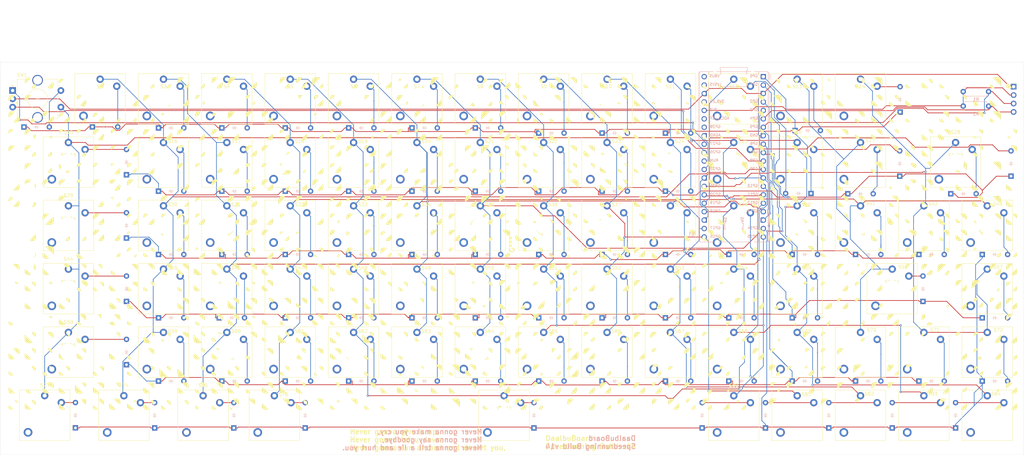
<source format=kicad_pcb>
(kicad_pcb (version 20240108) (generator "pcbnew") (generator_version "8.0")
  (layers (0 "F.Cu" signal) (31 "B.Cu" signal) (34 "B.Paste" user) (35 "F.Paste" user) (36 "B.SilkS" user "B.Silkscreen") (37 "F.SilkS" user "F.Silkscreen") (38 "B.Mask" user) (39 "F.Mask" user) (44 "Edge.Cuts" user))
  (net 0 "")
  (net 1 "Net-(D1-A)")
  (net 2 "Row 0")
  (net 3 "Net-(D2-A)")
  (net 4 "Net-(D3-A)")
  (net 5 "Net-(D4-A)")
  (net 6 "Net-(D5-A)")
  (net 8 "Net-(D6-A)")
  (net 9 "Net-(D7-A)")
  (net 10 "Net-(D8-A)")
  (net 11 "Net-(D9-A)")
  (net 12 "Net-(D10-A)")
  (net 13 "Net-(D11-A)")
  (net 14 "Net-(D12-A)")
  (net 15 "Net-(D13-A)")
  (net 16 "Net-(D14-A)")
  (net 18 "Net-(D15-A)")
  (net 20 "Row 1")
  (net 21 "Net-(D16-A)")
  (net 22 "Net-(D17-A)")
  (net 23 "Net-(D18-A)")
  (net 24 "Net-(D19-A)")
  (net 25 "Net-(D20-A)")
  (net 26 "Net-(D21-A)")
  (net 27 "Net-(D22-A)")
  (net 28 "Net-(D23-A)")
  (net 29 "Net-(D24-A)")
  (net 30 "Net-(D25-A)")
  (net 31 "Net-(D26-A)")
  (net 32 "Net-(D27-A)")
  (net 34 "Net-(D28-A)")
  (net 36 "Net-(D29-A)")
  (net 38 "Row 2")
  (net 41 "Net-(D30-A)")
  (net 42 "Net-(D31-A)")
  (net 43 "Net-(D32-A)")
  (net 44 "Net-(D33-A)")
  (net 45 "Net-(D34-A)")
  (net 46 "Net-(D35-A)")
  (net 47 "Net-(D36-A)")
  (net 48 "Net-(D37-A)")
  (net 49 "Net-(D38-A)")
  (net 50 "Net-(D39-A)")
  (net 51 "Net-(D40-A)")
  (net 52 "Net-(D41-A)")
  (net 53 "Net-(D42-A)")
  (net 54 "Net-(D43-A)")
  (net 55 "Row 5")
  (net 56 "Net-(D44-A)")
  (net 57 "Row 3")
  (net 58 "Net-(D45-A)")
  (net 59 "Net-(D46-A)")
  (net 60 "Net-(D47-A)")
  (net 61 "Net-(D48-A)")
  (net 62 "Net-(D49-A)")
  (net 63 "Net-(D50-A)")
  (net 64 "Net-(D51-A)")
  (net 65 "Net-(D52-A)")
  (net 66 "Net-(D53-A)")
  (net 67 "Net-(D54-A)")
  (net 68 "Net-(D55-A)")
  (net 69 "Net-(D56-A)")
  (net 70 "Net-(D57-A)")
  (net 71 "Row 4")
  (net 72 "Net-(D58-A)")
  (net 73 "Net-(D59-A)")
  (net 74 "Net-(D60-A)")
  (net 75 "Net-(D61-A)")
  (net 76 "Net-(D62-A)")
  (net 77 "Net-(D63-A)")
  (net 78 "Net-(D64-A)")
  (net 79 "Net-(D65-A)")
  (net 80 "Net-(D66-A)")
  (net 81 "Net-(D67-A)")
  (net 82 "Net-(D68-A)")
  (net 83 "Net-(D69-A)")
  (net 84 "Net-(D70-A)")
  (net 85 "Net-(D71-A)")
  (net 86 "Net-(D72-A)")
  (net 87 "Net-(D73-A)")
  (net 88 "Net-(D74-A)")
  (net 89 "Net-(D75-A)")
  (net 90 "Net-(D76-A)")
  (net 91 "Net-(D77-A)")
  (net 92 "Net-(D80-A)")
  (net 93 "Net-(D81-A)")
  (net 94 "Net-(D82-A)")
  (net 95 "SCL")
  (net 96 "VCC")
  (net 97 "SDA")
  (net 98 "GND")
  (net 99 "Column 1")
  (net 100 "Column 2")
  (net 101 "Column 3")
  (net 102 "Column 4")
  (net 103 "Column 5")
  (net 104 "Column 6")
  (net 105 "Column 7")
  (net 106 "Column 8")
  (net 107 "Column 9")
  (net 108 "Column 10")
  (net 109 "Column 11")
  (net 110 "Column 12")
  (net 111 "Column 13")
  (net 112 "Column 0")
  (net 113 "Rotary B")
  (net 114 "Rotary A")
  (net 115 "Net-(D83-A)")
  (net 116 "Net-(D84-A)")
  (footprint "ScottoKeebs_Choc:Choc_V2_2.00u" (layer "F.Cu") (at 19.05 85.725)
    (property "Reference" "S58")
    (property "Value" "Keyswitch")
  )
  (footprint "ScottoKeebs_Choc:Choc_V2_1.00u" (layer "F.Cu") (at 200.025 9.525)
    (property "Reference" "S11")
    (property "Value" "Keyswitch")
  )
  (footprint "ScottoKeebs_Choc:Choc_V2_1.00u" (layer "F.Cu") (at 85.725 28.575)
    (property "Reference" "S18")
    (property "Value" "Keyswitch")
  )
  (footprint "ScottoKeebs_Choc:Choc_V2_1.00u" (layer "F.Cu") (at 200.025 66.675)
    (property "Reference" "S53")
    (property "Value" "Keyswitch")
  )
  (footprint "ScottoKeebs_Choc:Choc_V2_1.00u" (layer "F.Cu") (at 123.825 9.525)
    (property "Reference" "S7")
    (property "Value" "Keyswitch")
  )
  (footprint "ScottoKeebs_Choc:Choc_V2_2.00u" (layer "F.Cu") (at 19.05 47.625)
    (property "Reference" "S29")
    (property "Value" "Keyswitch")
  )
  (footprint "ScottoKeebs_Stabilizer:Stabilizer_MX_2.00u" (layer "F.Cu") (at 19.05 85.725)
    (property "Reference" "STAB6")
    (property "Value" "Stabilizer_MX_2.00u")
  )
  (footprint "ScottoKeebs_Choc:Choc_V2_1.00u" (layer "F.Cu") (at 180.975 85.725)
    (property "Reference" "S66")
    (property "Value" "Keyswitch")
  )
  (footprint "ScottoKeebs_Stabilizer:Stabilizer_MX_2.00u" (layer "F.Cu") (at 19.05 66.675)
    (property "Reference" "STAB5")
    (property "Value" "Stabilizer_MX_2.00u")
  )
  (footprint "ScottoKeebs_Choc:Choc_V2_1.00u" (layer "F.Cu") (at 104.775 47.625)
    (property "Reference" "S33")
    (property "Value" "Keyswitch")
  )
  (footprint "ScottoKeebs_Choc:Choc_V2_1.00u" (layer "F.Cu") (at 276.225 47.625)
    (property "Reference" "S42")
    (property "Value" "Keyswitch")
  )
  (footprint "ScottoKeebs_Choc:Choc_V2_1.00u" (layer "F.Cu") (at 219.075 85.725)
    (property "Reference" "S68")
    (property "Value" "Keyswitch")
  )
  (footprint "ScottoKeebs_Choc:Choc_V2_1.00u" (layer "F.Cu") (at 104.775 9.525)
    (property "Reference" "S6")
    (property "Value" "Keyswitch")
  )
  (footprint "ScottoKeebs_Choc:Choc_V2_1.00u" (layer "F.Cu") (at 219.075 66.675)
    (property "Reference" "S54")
    (property "Value" "Keyswitch")
  )
  (footprint "ScottoKeebs_Choc:Choc_V2_1.00u" (layer "F.Cu") (at 47.625 47.625)
    (property "Reference" "S30")
    (property "Value" "Keyswitch")
  )
  (footprint "ScottoKeebs_Choc:Choc_V2_1.00u" (layer "F.Cu") (at 180.975 9.525)
    (property "Reference" "S10")
    (property "Value" "Keyswitch")
  )
  (footprint "ScottoKeebs_Choc:Choc_V2_1.00u" (layer "F.Cu") (at 85.725 85.725)
    (property "Reference" "S61")
    (property "Value" "Keyswitch")
  )
  (footprint "ScottoKeebs_Choc:Choc_V2_1.00u" (layer "F.Cu") (at 161.925 28.575)
    (property "Reference" "S22")
    (property "Value" "Keyswitch")
  )
  (footprint "ScottoKeebs_Stabilizer:Stabilizer_MX_2.00u" (layer "F.Cu") (at 285.75 28.575)
    (property "Reference" "STAB2")
    (property "Value" "Stabilizer_MX_2.00u")
  )
  (footprint "ScottoKeebs_Choc:Choc_V2_1.00u" (layer "F.Cu") (at 276.225 85.725)
    (property "Reference" "S71")
    (property "Value" "Keyswitch")
  )
  (footprint "ScottoKeebs_Stabilizer:Stabilizer_MX_2.00u" (layer "F.Cu") (at 19.05 28.575)
    (property "Reference" "STAB3")
    (property "Value" "Stabilizer_MX_2.00u")
  )
  (footprint "ScottoKeebs_Choc:Choc_V2_1.00u" (layer "F.Cu") (at 66.675 85.725)
    (property "Reference" "S60")
    (property "Value" "Keyswitch")
  )
  (footprint "ScottoKeebs_Choc:Choc_V2_1.00u" (layer "F.Cu") (at 142.875 9.525)
    (property "Reference" "S8")
    (property "Value" "Keyswitch")
  )
  (footprint "ScottoKeebs_Choc:Choc_V2_1.00u" (layer "F.Cu") (at 123.825 47.625)
    (property "Reference" "S34")
    (property "Value" "Keyswitch")
  )
  (footprint "" (layer "F.Cu") (at 0.1 115.1)
    (property "Reference" "")
    (property "Value" "")
  )
  (footprint "ScottoKeebs_Choc:Choc_V2_1.00u" (layer "F.Cu") (at 295.275 104.775)
    (property "Reference" "S84")
    (property "Value" "Keyswitch")
  )
  (footprint "ScottoKeebs_Choc:Choc_V2_1.00u" (layer "F.Cu") (at 85.725 66.675)
    (property "Reference" "S47")
    (property "Value" "Keyswitch")
  )
  (footprint "ScottoKeebs_Choc:Choc_V2_1.00u" (layer "F.Cu") (at 85.725 47.625)
    (property "Reference" "S32")
    (property "Value" "Keyswitch")
  )
  (footprint "ScottoKeebs_Choc:Choc_V2_1.00u" (layer "F.Cu") (at 142.875 66.675)
    (property "Reference" "S50")
    (property "Value" "Keyswitch")
  )
  (footprint "ScottoKeebs_Choc:Choc_V2_1.00u" (layer "F.Cu") (at 257.175 9.525)
    (property "Reference" "S14")
    (property "Value" "Keyswitch")
  )
  (footprint "ScottoKeebs_Choc:Choc_V2_1.00u" (layer "F.Cu") (at 123.825 66.675)
    (property "Reference" "S49")
    (property "Value" "Keyswitch")
  )
  (footprint "ScottoKeebs_Choc:Choc_V2_1.00u" (layer "F.Cu") (at 200.025 28.575)
    (property "Reference" "S24")
    (property "Value" "Keyswitch")
  )
  (footprint "ScottoKeebs_Choc:Choc_V2_1.00u" (layer "F.Cu") (at 180.975 66.675)
    (property "Reference" "S52")
    (property "Value" "Keyswitch")
  )
  (footprint "ScottoKeebs_Choc:Choc_V2_1.00u" (layer "F.Cu") (at 161.925 85.725)
    (property "Reference" "S65")
    (property "Value" "Keyswitch")
  )
  (footprint "ScottoKeebs_Choc:Choc_V2_1.00u" (layer "F.Cu") (at 161.925 47.625)
    (property "Reference" "S36")
    (property "Value" "Keyswitch")
  )
  (footprint "ScottoKeebs_Choc:Choc_V2_1.00u" (layer "F.Cu") (at 66.675 47.625)
    (property "Reference" "S31")
    (property "Value" "Keyswitch")
  )
  (footprint "ScottoKeebs_Choc:Choc_V2_1.00u" (layer "F.Cu") (at 238.125 28.575)
    (property "Reference" "S26")
    (property "Value" "Keyswitch")
  )
  (footprint "ScottoKeebs_Choc:Choc_V2_1.00u" (layer "F.Cu") (at 257.175 28.575)
    (property "Reference" "S27")
    (property "Value" "Keyswitch")
  )
  (footprint "ScottoKeebs_Choc:Choc_V2_1.25u" (layer "F.Cu") (at 35.7188 104.775)
    (property "Reference" "S74")
    (property "Value" "Keyswitch")
  )
  (footprint "ScottoKeebs_Choc:Choc_V2_1.00u" (layer "F.Cu") (at 85.725 9.525)
    (property "Reference" "S5")
    (property "Value" "Keyswitch")
  )
  (footprint "ScottoKeebs_Choc:Choc_V2_1.00u" (layer "F.Cu") (at 161.925 9.525)
    (property "Reference" "S9")
    (property "Value" "Keyswitch")
  )
  (footprint "ScottoKeebs_Choc:Choc_V2_1.00u" (layer "F.Cu") (at 47.625 9.525)
    (property "Reference" "S3")
    (property "Value" "Keyswitch")
  )
  (footprint "ScottoKeebs_Choc:Choc_V2_2.00u" (layer "F.Cu") (at 19.05 28.575)
    (property "Reference" "S15")
    (property "Value" "Keyswitch")
  )
  (footprint "ScottoKeebs_Choc:Choc_V2_6.25u" (layer "F.Cu") (at 150.0188 104.775)
    (property "Reference" "S77")
    (property "Value" "Keyswitch")
  )
  (footprint "ScottoKeebs_Choc:Choc_V2_1.00u" (layer "F.Cu") (at 257.175 47.625)
    (property "Reference" "S41")
    (property "Value" "Keyswitch")
  )
  (footprint "ScottoKeebs_Choc:Choc_V2_1.00u" (layer "F.Cu") (at 257.175 104.775)
    (property "Reference" "S82")
    (property "Value" "Keyswitch")
  )
  (footprint "Downloads:RotaryEncoder_Alps_EC11E-Switch_Vertical_H20mm_CircularMountingHoles3D" (layer "F.Cu") (at 2.275 7.025)
    (property "Reference" "SW1")
    (property "Value" "RotaryEncoder_Switch")
  )
  (footprint "ScottoKeebs_Choc:Choc_V2_1.00u" (layer "F.Cu") (at 257.175 85.725)
    (property "Reference" "S70")
    (property "Value" "Keyswitch")
  )
  (footprint "ScottoKeebs_Choc:Choc_V2_1.00u" (layer "F.Cu") (at 276.225 104.775)
    (property "Reference" "S83")
    (property "Value" "Keyswitch")
  )
  (footprint "ScottoKeebs_Choc:Choc_V2_1.00u" (layer "F.Cu") (at 47.625 28.575)
    (property "Reference" "S16")
    (property "Value" "Keyswitch")
  )
  (footprint "ScottoKeebs_Stabilizer:Stabilizer_MX_6.25u" (layer "F.Cu") (at 150.0188 104.775)
    (property "Reference" "STAB7")
    (property "Value" "Stabilizer_MX_6.25u")
  )
  (footprint "ScottoKeebs_Choc:Choc_V2_1.00u" (layer "F.Cu") (at 200.025 47.625)
    (property "Reference" "S38")
    (property "Value" "Keyswitch")
  )
  (footprint "ScottoKeebs_Choc:Choc_V2_1.00u" (layer "F.Cu") (at 123.825 85.725)
    (property "Reference" "S63")
    (property "Value" "Keyswitch")
  )
  (footprint "" (layer "F.Cu") (at 304.7 0.1)
    (property "Reference" "")
    (property "Value" "")
  )
  (footprint "ScottoKeebs_Choc:Choc_V2_2.00u" (layer "F.Cu") (at 285.75 28.575)
    (property "Reference" "S28")
    (property "Value" "Keyswitch")
  )
  (footprint "ScottoKeebs_Choc:Choc_V2_1.00u" (layer "F.Cu") (at 295.275 66.675)
    (property "Reference" "S57")
    (property "Value" "Keyswitch")
  )
  (footprint "ScottoKeebs_Choc:Choc_V2_1.00u" (layer "F.Cu") (at 238.125 47.625)
    (property "Reference" "S40")
    (property "Value" "Keyswitch")
  )
  (footprint "ScottoKeebs_Components:OLED_128x32" (layer "F.Cu") (at 304.8 15.66 180)
    (property "Reference" "J1" (hide yes))
    (property "Value" "OLED_128x64")
  )
  (footprint "ScottoKeebs_Choc:Choc_V2_1.00u" (layer "F.Cu") (at 219.075 104.775)
    (property "Reference" "S80")
    (property "Value" "Keyswitch")
  )
  (footprint "ScottoKeebs_Choc:Choc_V2_1.00u" (layer "F.Cu") (at 161.925 66.675)
    (property "Reference" "S51")
    (property "Value" "Keyswitch")
  )
  (footprint "" (layer "F.Cu") (at 0.1 0.1)
    (property "Reference" "")
    (property "Value" "")
  )
  (footprint "ScottoKeebs_Choc:Choc_V2_2.00u" (layer "F.Cu") (at 19.05 66.675)
    (property "Reference" "S44")
    (property "Value" "Keyswitch")
  )
  (footprint "ScottoKeebs_Choc:Choc_V2_1.00u" (layer "F.Cu") (at 238.125 9.525)
    (property "Reference" "S13")
    (property "Value" "Keyswitch")
  )
  (footprint "ScottoKeebs_Choc:Choc_V2_1.00u" (layer "F.Cu") (at 142.875 28.575)
    (property "Reference" "S21")
    (property "Value" "Keyswitch")
  )
  (footprint "ScottoKeebs_Choc:Choc_V2_1.00u" (layer "F.Cu") (at 66.675 66.675)
    (property "Reference" "S46")
    (property "Value" "Keyswitch")
  )
  (footprint "ScottoKeebs_Choc:Choc_V2_1.25u" (layer "F.Cu") (at 59.5313 104.775)
    (property "Reference" "S75")
    (property "Value" "Keyswitch")
  )
  (footprint "ScottoKeebs_Choc:Choc_V2_1.00u" (layer "F.Cu") (at 47.625 85.725)
    (property "Reference" "S59")
    (property "Value" "Keyswitch")
  )
  (footprint "" (layer "F.Cu") (at 304.7 115.1)
    (property "Reference" "")
    (property "Value" "")
  )
  (footprint "ScottoKeebs_Choc:Choc_V2_1.00u" (layer "F.Cu") (at 66.675 28.575)
    (property "Reference" "S17")
    (property "Value" "Keyswitch")
  )
  (footprint "ScottoKeebs_Choc:Choc_V2_1.00u" (layer "F.Cu") (at 123.825 28.575)
    (property "Reference" "S20")
    (property "Value" "Keyswitch")
  )
  (footprint "ScottoKeebs_Choc:Choc_V2_1.00u" (layer "F.Cu") (at 238.125 66.675)
    (property "Reference" "S55")
    (property "Value" "Keyswitch")
  )
  (footprint "ScottoKeebs_Choc:Choc_V2_1.00u" (layer "F.Cu") (at 238.125 85.725)
    (property "Reference" "S69")
    (property "Value" "Keyswitch")
  )
  (footprint "ScottoKeebs_Choc:Choc_V2_1.00u" (layer "F.Cu") (at 142.875 47.625)
    (property "Reference" "S35")
    (property "Value" "Keyswitch")
  )
  (footprint "ScottoKeebs_Choc:Choc_V2_1.00u" (layer "F.Cu") (at 47.625 66.675)
    (property "Reference" "S45")
    (property "Value" "Keyswitch")
  )
  (footprint "ScottoKeebs_Choc:Choc_V2_1.00u" (layer "F.Cu") (at 219.075 9.525)
    (property "Reference" "S12")
    (property "Value" "Keyswitch")
  )
  (footprint "ScottoKeebs_Choc:Choc_V2_1.00u" (layer "F.Cu") (at 238.125 104.775)
    (property "Reference" "S81")
    (property "Value" "Keyswitch")
  )
  (footprint "LOGO" (layer "F.Cu") (at 152.4 53.3 90)
    (property "Reference" "G***")
    (property "Value" "LOGO" (hide yes))
  )
  (footprint "ScottoKeebs_Choc:Choc_V2_2.00u" (layer "F.Cu") (at 266.7 66.675)
    (property "Reference" "S56")
    (property "Value" "Keyswitch")
  )
  (footprint "ScottoKeebs_Choc:Choc_V2_1.00u" (layer "F.Cu") (at 180.975 28.575)
    (property "Reference" "S23")
    (property "Value" "Keyswitch")
  )
  (footprint "ScottoKeebs_Choc:Choc_V2_1.25u" (layer "F.Cu") (at 11.9063 104.7474)
    (property "Reference" "S73")
    (property "Value" "Keyswitch")
  )
  (footprint "ScottoKeebs_Choc:Choc_V2_1.00u" (layer "F.Cu") (at 80.9625 104.775)
    (property "Reference" "S76")
    (property "Value" "Keyswitch")
  )
  (footprint "ScottoKeebs_Choc:Choc_V2_1.00u" (layer "F.Cu") (at 295.275 85.725)
    (property "Reference" "S72")
    (property "Value" "Keyswitch")
  )
  (footprint "ScottoKeebs_Choc:Choc_V2_1.00u" (layer "F.Cu") (at 219.075 28.575)
    (property "Reference" "S25")
    (property "Value" "Keyswitch")
  )
  (footprint "ScottoKeebs_Choc:Choc_V2_1.00u" (layer "F.Cu") (at 200.025 85.725)
    (property "Reference" "S67")
    (property "Value" "Keyswitch")
  )
  (footprint "ScottoKeebs_Stabilizer:Stabilizer_MX_2.00u" (layer "F.Cu") (at 266.7 66.675)
    (property "Reference" "STAB1")
    (property "Value" "Stabilizer_MX_2.00u")
  )
  (footprint "ScottoKeebs_Choc:Choc_V2_1.00u" (layer "F.Cu") (at 104.775 28.575)
    (property "Reference" "S19")
    (property "Value" "Keyswitch")
  )
  (footprint "ScottoKeebs_Choc:Choc_V2_1.00u" (layer "F.Cu") (at 295.275 47.625)
    (property "Reference" "S43")
    (property "Value" "Keyswitch")
  )
  (footprint "ScottoKeebs_Choc:Choc_V2_1.00u" (layer "F.Cu") (at 66.675 9.525)
    (property "Reference" "S4")
    (property "Value" "Keyswitch")
  )
  (footprint "ScottoKeebs_Choc:Choc_V2_1.00u" (layer "F.Cu") (at 219.075 47.625)
    (property "Reference" "S39")
    (property "Value" "Keyswitch")
  )
  (footprint "ScottoKeebs_Choc:Choc_V2_1.00u" (layer "F.Cu") (at 180.975 47.625)
    (property "Reference" "S37")
    (property "Value" "Keyswitch")
  )
  (footprint "ScottoKeebs_Choc:Choc_V2_1.00u" (layer "F.Cu") (at 104.775 66.675)
    (property "Reference" "S48")
    (property "Value" "Keyswitch")
  )
  (footprint "ScottoKeebs_Choc:Choc_V2_1.00u" (layer "F.Cu") (at 28.575 9.525)
    (property "Reference" "S2")
    (property "Value" "Keyswitch")
  )
  (footprint "ScottoKeebs_Choc:Choc_V2_1.00u" (layer "F.Cu") (at 104.775 85.725)
    (property "Reference" "S62")
    (property "Value" "Keyswitch")
  )
  (footprint "ScottoKeebs_Choc:Choc_V2_1.00u" (layer "F.Cu") (at 142.875 85.725)
    (property "Reference" "S64")
    (property "Value" "Keyswitch")
  )
  (footprint "ScottoKeebs_Stabilizer:Stabilizer_MX_2.00u" (layer "F.Cu") (at 19.05 47.625)
    (property "Reference" "STAB4")
    (property "Value" "Stabilizer_MX_2.00u")
  )
  (footprint "ScottoKeebs_Components:Diode_DO-35" (layer "B.Cu") (at 293.7775 56.375)
    (property "Reference" "D43" (hide yes))
    (property "Value" "Diode" (hide yes))
  )
  (footprint "ScottoKeebs_Components:Diode_DO-35" (layer "B.Cu") (at 46.1275 18.275)
    (property "Reference" "D3" (hide yes))
    (property "Value" "Diode" (hide yes))
  )
  (footprint "ScottoKeebs_Components:Diode_DO-35" (layer "B.Cu") (at 160.4275 19.825)
    (property "Reference" "D9" (hide yes))
    (property "Value" "Diode" (hide yes))
  )
  (footprint "ScottoKeebs_Components:Diode_DO-35" (layer "B.Cu") (at 141.3775 18.275)
    (property "Reference" "D8" (hide yes))
    (property "Value" "Diode" (hide yes))
  )
  (footprint "ScottoKeebs_Components:Diode_DO-35" (layer "B.Cu") (at 242.285 38 180)
    (property "Reference" "D12" (hide yes))
    (property "Value" "Diode" (hide yes))
  )
  (footprint "ScottoKeebs_Components:Diode_DO-35" (layer "B.Cu") (at 46.1275 37.325)
    (property "Reference" "D16" (hide yes))
    (property "Value" "Diode" (hide yes))
  )
  (footprint "ScottoKeebs_Components:Diode_DO-35" (layer "B.Cu") (at 84.2275 18.275)
    (property "Reference" "D5" (hide yes))
    (property "Value" "Diode" (hide yes))
  )
  (footprint "ScottoKeebs_Components:Diode_DO-35" (layer "B.Cu") (at 26.2525 17.9625)
    (property "Reference" "D2" (hide yes))
    (property "Value" "Diode" (hide yes))
  )
  (footprint "ScottoKeebs_Components:Diode_DO-35" (layer "B.Cu") (at 65.1775 18.275)
    (property "Reference" "D4" (hide yes))
    (property "Value" "Diode" (hide yes))
  )
  (footprint "ScottoKeebs_Components:Diode_DO-35" (layer "B.Cu") (at 84.2275 75.425)
    (property "Reference" "D47" (hide yes))
    (property "Value" "Diode" (hide yes))
  )
  (footprint "ScottoKeebs_Components:Diode_DO-35" (layer "B.Cu") (at 179.4775 94.475)
    (property "Reference" "D66" (hide yes))
    (property "Value" "Diode" (hide yes))
  )
  (footprint "ScottoKeebs_Components:Diode_DO-35" (layer "B.Cu") (at 237.5 19.05)
    (property "Reference" "D13" (hide yes))
    (property "Value" "Diode" (hide yes))
  )
  (footprint "ScottoKeebs_Components:Diode_DO-35" (layer "B.Cu") (at 46.1275 94.475)
    (property "Reference" "D59" (hide yes))
    (property "Value" "Diode" (hide yes))
  )
  (footprint "Resistor_THT:R_Axial_DIN0207_L6.3mm_D2.5mm_P7.62mm_Horizontal" (layer "B.Cu") (at 288.0525 7.3375)
    (property "Reference" "R1")
    (property "Value" "Resistor")
  )
  (footprint "ScottoKeebs_Components:Diode_DO-35" (layer "B.Cu") (at 141.3775 75.425)
    (property "Reference" "D50" (hide yes))
    (property "Value" "Diode" (hide yes))
  )
  (footprint "ScottoKeebs_Components:Diode_DO-35" (layer "B.Cu") (at 217.5775 56.375)
    (property "Reference" "D39" (hide yes))
    (property "Value" "Diode" (hide yes))
  )
  (footprint "ScottoKeebs_Components:Diode_DO-35" (layer "B.Cu") (at 268.9625 32.81 90)
    (property "Reference" "D26" (hide yes))
    (property "Value" "Diode" (hide yes))
  )
  (footprint "ScottoKeebs_Components:Diode_DO-35" (layer "B.Cu") (at 65.1775 37.325)
    (property "Reference" "D17" (hide yes))
    (property "Value" "Diode" (hide yes))
  )
  (footprint "ScottoKeebs_Components:Diode_DO-35" (layer "B.Cu") (at 275.95 70.485 90)
    (property "Reference" "D56" (hide yes))
    (property "Value" "Diode" (hide yes))
  )
  (footprint "ScottoKeebs_Components:Diode_DO-35" (layer "B.Cu") (at 266.7 108.585 90)
    (property "Reference" "D83" (hide yes))
    (property "Value" "Diode" (hide yes))
  )
  (footprint "ScottoKeebs_Components:Diode_DO-35" (layer "B.Cu") (at 46.1275 56.375)
    (property "Reference" "D30" (hide yes))
    (property "Value" "Diode" (hide yes))
  )
  (footprint "ScottoKeebs_Components:Diode_DO-35" (layer "B.Cu") (at 198.5275 37.325)
    (property "Reference" "D24" (hide yes))
    (property "Value" "Diode" (hide yes))
  )
  (footprint "ScottoKeebs_Components:Diode_DO-35" (layer "B.Cu") (at 293.7775 94.475)
    (property "Reference" "D72" (hide yes))
    (property "Value" "Diode" (hide yes))
  )
  (footprint "ScottoKeebs_Components:Diode_DO-35" (layer "B.Cu") (at 65.1775 56.375)
    (property "Reference" "D31" (hide yes))
    (property "Value" "Diode" (hide yes))
  )
  (footprint "ScottoKeebs_Components:Diode_DO-35" (layer "B.Cu") (at 160.4275 56.375)
    (property "Reference" "D36" (hide yes))
    (property "Value" "Diode" (hide yes))
  )
  (footprint "ScottoKeebs_Components:Diode_DO-35" (layer "B.Cu") (at 103.2775 37.325)
    (property "Reference" "D19" (hide yes))
    (property "Value" "Diode" (hide yes))
  )
  (footprint "ScottoKeebs_Components:Diode_DO-35" (layer "B.Cu") (at 228.6 108.585 90)
    (property "Reference" "D81" (hide yes))
    (property "Value" "Diode" (hide yes))
  )
  (footprint "Resistor_THT:R_Axial_DIN0207_L6.3mm_D2.5mm_P7.62mm_Horizontal" (layer "B.Cu") (at 288.0525 11.7125)
    (property "Reference" "R2")
    (property "Value" "Resistor")
  )
  (footprint "ScottoKeebs_Components:Diode_DO-35" (layer "B.Cu") (at 217.5775 94.475)
    (property "Reference" "D68" (hide yes))
    (property "Value" "Diode" (hide yes))
  )
  (footprint "ScottoKeebs_Components:Diode_DO-35" (layer "B.Cu") (at 84.2275 56.375)
    (property "Reference" "D32" (hide yes))
    (property "Value" "Diode" (hide yes))
  )
  (footprint "ScottoKeebs_Components:Diode_DO-35" (layer "B.Cu") (at 179.4775 75.425)
    (property "Reference" "D52" (hide yes))
    (property "Value" "Diode" (hide yes))
  )
  (footprint "ScottoKeebs_Components:Diode_DO-35" (layer "B.Cu") (at 103.2775 75.425)
    (property "Reference" "D48" (hide yes))
    (property "Value" "Diode" (hide yes))
  )
  (footprint "ScottoKeebs_Components:Diode_DO-35" (layer "B.Cu") (at 122.3275 75.425)
    (property "Reference" "D49" (hide yes))
    (property "Value" "Diode" (hide yes))
  )
  (footprint "ScottoKeebs_Components:Diode_DO-35" (layer "B.Cu") (at 44.9688 108.585 90)
    (property "Reference" "D74" (hide yes))
    (property "Value" "Diode" (hide yes))
  )
  (footprint "ScottoKeebs_Components:Diode_DO-35" (layer "B.Cu") (at 274.7275 94.475)
    (property "Reference" "D71" (hide yes))
    (property "Value" "Diode" (hide yes))
  )
  (footprint "ScottoKeebs_Components:Diode_DO-35" (layer "B.Cu") (at 159 108.585 90)
    (property "Reference" "D77" (hide yes))
    (property "Value" "Diode" (hide yes))
  )
  (footprint "ScottoKeebs_Components:Diode_DO-35" (layer "B.Cu") (at 160.4275 94.475)
    (property "Reference" "D65" (hide yes))
    (property "Value" "Diode" (hide yes))
  )
  (footprint "ScottoKeebs_Components:Diode_DO-35" (layer "B.Cu") (at 274.7275 56.375)
    (property "Reference" "D42" (hide yes))
    (property "Value" "Diode" (hide yes))
  )
  (footprint "ScottoKeebs_Components:Diode_DO-35" (layer "B.Cu") (at 141.3775 37.325)
    (property "Reference" "D21" (hide yes))
    (property "Value" "Diode" (hide yes))
  )
  (footprint "ScottoKeebs_Components:Diode_DO-35" (layer "B.Cu") (at 285.75 108.585 90)
    (property "Reference" "D84" (hide yes))
    (property "Value" "Diode" (hide yes))
  )
  (footprint "ScottoKeebs_Components:Diode_DO-35" (layer "B.Cu") (at 5.69 18)
    (property "Reference" "D1" (hide yes))
    (property "Value" "Diode" (hide yes))
  )
  (footprint "ScottoKeebs_Components:Diode_DO-35" (layer "B.Cu") (at 36.5 32.385 90)
    (property "Reference" "D15" (hide yes))
    (property "Value" "Diode" (hide yes))
  )
  (footprint "ScottoKeebs_Components:Diode_DO-35" (layer "B.Cu") (at 141.3775 56.375)
    (property "Reference" "D35" (hide yes))
    (property "Value" "Diode" (hide yes))
  )
  (footprint "ScottoKeebs_Components:Diode_DO-35" (layer "B.Cu") (at 247.65 108.585 90)
    (property "Reference" "D82" (hide yes))
    (property "Value" "Diode" (hide yes))
  )
  (footprint "ScottoKeebs_Components:Diode_DO-35" (layer "B.Cu") (at 65.1775 94.475)
    (property "Reference" "D60" (hide yes))
    (property "Value" "Diode" (hide yes))
  )
  (footprint "ScottoKeebs_Components:Diode_DO-35" (layer "B.Cu") (at 179.4775 56.375)
    (property "Reference" "D37" (hide yes))
    (property "Value" "Diode" (hide yes))
  )
  (footprint "ScottoKeebs_Components:Diode_DO-35" (layer "B.Cu") (at 21.1563 108.5574 90)
    (property "Reference" "D73" (hide yes))
    (property "Value" "Diode" (hide yes))
  )
  (footprint "ScottoKeebs_Components:Diode_DO-35" (layer "B.Cu") (at 160.4275 37.325)
    (property "Reference" "D22" (hide yes))
    (property "Value" "Diode" (hide yes))
  )
  (footprint "ScottoKeebs_Components:Diode_DO-35" (layer "B.Cu") (at 103.2775 56.375)
    (property "Reference" "D33" (hide yes))
    (property "Value" "Diode" (hide yes))
  )
  (footprint "ScottoKeebs_Components:Diode_DO-35" (layer "B.Cu") (at 36.5 89.535 90)
    (property "Reference" "D58" (hide yes))
    (property "Value" "Diode" (hide yes))
  )
  (footprint "ScottoKeebs_Components:Diode_DO-35" (layer "B.Cu") (at 253.365 38.1)
    (property "Reference" "D27" (hide yes))
    (property "Value" "Diode" (hide yes))
  )
  (footprint "ScottoKeebs_Components:Diode_DO-35" (layer "B.Cu") (at 141.3775 94.475)
    (property "Reference" "D64" (hide yes))
    (property "Value" "Diode" (hide yes))
  )
  (footprint "ScottoKeebs_Components:Diode_DO-35" (layer "B.Cu") (at 198.5275 94.475)
    (property "Reference" "D67" (hide yes))
    (property "Value" "Diode" (hide yes))
  )
  (footprint "ScottoKeebs_Components:Diode_DO-35" (layer "B.Cu") (at 103.2775 94.475)
    (property "Reference" "D62" (hide yes))
    (property "Value" "Diode" (hide yes))
  )
  (footprint "ScottoKeebs_Components:Diode_DO-35" (layer "B.Cu") (at 236.6275 56.375)
    (property "Reference" "D40" (hide yes))
    (property "Value" "Diode" (hide yes))
  )
  (footprint "ScottoKeebs_Components:Diode_DO-35" (layer "B.Cu") (at 90.2125 108.585 90)
    (property "Reference" "D76" (hide yes))
    (property "Value" "Diode" (hide yes))
  )
  (footprint "ScottoKeebs_Components:Diode_DO-35" (layer "B.Cu") (at 68.7813 108.585 90)
    (property "Reference" "D75" (hide yes))
    (property "Value" "Diode" (hide yes))
  )
  (footprint "ScottoKeebs_Components:Diode_DO-35" (layer "B.Cu") (at 160.4275 75.425)
    (property "Reference" "D51" (hide yes))
    (property "Value" "Diode" (hide yes))
  )
  (footprint "ScottoKeebs_Components:Diode_DO-35" (layer "B.Cu") (at 255.6775 56.375)
    (property "Reference" "D41" (hide yes))
    (property "Value" "Diode" (hide yes))
  )
  (footprint "ScottoKeebs_Components:Diode_DO-35" (layer "B.Cu") (at 198.5275 56.375)
    (property "Reference" "D38" (hide yes))
    (property "Value" "Diode" (hide yes))
  )
  (footprint "ScottoKeebs_Components:Diode_DO-35" (layer "B.Cu") (at 209.55 108.585 90)
    (property "Reference" "D80" (hide yes))
    (property "Value" "Diode" (hide yes))
  )
  (footprint "ScottoKeebs_Components:Diode_DO-35" (layer "B.Cu") (at 179.4775 37.325)
    (property "Reference" "D23" (hide yes))
    (property "Value" "Diode" (hide yes))
  )
  (footprint "ScottoKeebs_Components:Diode_DO-35" (layer "B.Cu") (at 302.4188 32.81 90)
    (property "Reference" "D25" (hide yes))
    (property "Value" "Diode" (hide yes))
  )
  (footprint "ScottoKeebs_Components:Diode_DO-35" (layer "B.Cu") (at 36.5 70.485 90)
    (property "Reference" "D44" (hide yes))
    (property "Value" "Diode" (hide yes))
  )
  (footprint "ScottoKeebs_Components:Diode_DO-35" (layer "B.Cu") (at 236.6275 75.425)
    (property "Reference" "D55" (hide yes))
    (property "Value" "Diode" (hide yes))
  )
  (footprint "ScottoKeebs_Components:Diode_DO-35" (layer "B.Cu") (at 122.3275 94.475)
    (property "Reference" "D63" (hide yes))
    (property "Value" "Diode" (hide yes))
  )
  (footprint "ScottoKeebs_Components:Diode_DO-35" (layer "B.Cu") (at 84.2275 94.475)
    (property "Reference" "D61" (hide yes))
    (property "Value" "Diode" (hide yes))
  )
  (footprint "Module:RaspberryPi_Pico_Common_THT_No_Antenna" (layer "B.Cu") (at 227.965 2.8512 180)
    (property "Reference" "U1")
    (property "Value" "Raspberry_Pi_Pico")
  )
  (footprint "ScottoKeebs_Components:Diode_DO-35" (layer "B.Cu") (at 269.0813 13.5 90)
    (property "Reference" "D14" (hide yes))
    (property "Value" "Diode" (hide yes))
  )
  (footprint "ScottoKeebs_Components:Diode_DO-35" (layer "B.Cu") (at 198.5275 75.425)
    (property "Reference" "D53" (hide yes))
    (property "Value" "Diode" (hide yes))
  )
  (footprint "ScottoKeebs_Components:Diode_DO-35" (layer "B.Cu") (at 122.3275 37.325)
    (property "Reference" "D20" (hide yes))
    (property "Value" "Diode" (hide yes))
  )
  (footprint "ScottoKeebs_Components:Diode_DO-35" (layer "B.Cu") (at 217.5775 75.425)
    (property "Reference" "D54" (hide yes))
    (property "Value" "Diode" (hide yes))
  )
  (footprint "ScottoKeebs_Components:Diode_DO-35" (layer "B.Cu") (at 84.2275 37.325)
    (property "Reference" "D18" (hide yes))
    (property "Value" "Diode" (hide yes))
  )
  (footprint "ScottoKeebs_Components:Diode_DO-35" (layer "B.Cu") (at 293.7775 75.425)
    (property "Reference" "D57" (hide yes))
    (property "Value" "Diode" (hide yes))
  )
  (footprint "ScottoKeebs_Components:Diode_DO-35" (layer "B.Cu") (at 198.5275 19.825)
    (property "Reference" "D11" (hide yes))
    (property "Value" "Diode" (hide yes))
  )
  (footprint "ScottoKeebs_Components:Diode_DO-35" (layer "B.Cu") (at 284.3213 38.1)
    (property "Reference" "D28" (hide yes))
    (property "Value" "Diode" (hide yes))
  )
  (footprint "ScottoKeebs_Components:Diode_DO-35" (layer "B.Cu") (at 255.6775 94.475)
    (property "Reference" "D70" (hide yes))
    (property "Value" "Diode" (hide yes))
  )
  (footprint "ScottoKeebs_Components:Diode_DO-35" (layer "B.Cu") (at 236.6275 94.475)
    (property "Reference" "D69" (hide yes))
    (property "Value" "Diode" (hide yes))
  )
  (footprint "ScottoKeebs_Components:Diode_DO-35" (layer "B.Cu") (at 179.4775 19.825)
    (property "Reference" "D10" (hide yes))
    (property "Value" "Diode" (hide yes))
  )
  (footprint "ScottoKeebs_Components:Diode_DO-35" (layer "B.Cu") (at 103.2775 18.275)
    (property "Reference" "D6" (hide yes))
    (property "Value" "Diode" (hide yes))
  )
  (footprint "ScottoKeebs_Components:Diode_DO-35" (layer "B.Cu") (at 36.5 51.435 90)
    (property "Reference" "D29" (hide yes))
    (property "Value" "Diode" (hide yes))
  )
  (footprint "ScottoKeebs_Components:Diode_DO-35" (layer "B.Cu") (at 64.3625 75.425)
    (property "Reference" "D46" (hide yes))
    (property "Value" "Diode" (hide yes))
  )
  (footprint "ScottoKeebs_Components:Diode_DO-35" (layer "B.Cu") (at 122.3275 56.375)
    (property "Reference" "D34" (hide yes))
    (property "Value" "Diode" (hide yes))
  )
  (footprint "ScottoKeebs_Components:Diode_DO-35" (layer "B.Cu") (at 46.1275 75.425)
    (property "Reference" "D45" (hide yes))
    (property "Value" "Diode" (hide yes))
  )
  (footprint "ScottoKeebs_Components:Diode_DO-35" (layer "B.Cu") (at 122.3275 18.275)
    (property "Reference" "D7" (hide yes))
    (property "Value" "Diode" (hide yes))
  )
  (gr_rect (start -1.5 -1.5) (end 306.3 116.68125) (stroke (width 0.05)) (fill none) (layer "Edge.Cuts"))
  (gr_text "DaalbuBoard\nSpeedrunning Build v14" (at 189.8 115 0) (layer "B.SilkS") (effects (font (size 1.5 1.5) (thickness 0.3) (bold yes)) (justify left bottom mirror)))
  (gr_text "Never gonna make you cry,\nNever gonna say goodbye,\nNever gonna tell a lie and hurt you." (at 143.6 115.4 0) (layer "B.SilkS") (effects (font (size 1.5 1.5) (thickness 0.3) (bold yes)) (justify left bottom mirror)))
  (gr_text "DaalbuBoard\nSpeedrunning Build v14" (at 162.3 115 0) (layer "F.SilkS") (effects (font (size 1.5 1.5) (thickness 0.3) (bold yes)) (justify left bottom)))
  (gr_text "Never gonna give u up,\nNever gonna let u down,\nNever gonna run around and desert you," (at 103.5 115.4 0) (layer "F.SilkS") (effects (font (size 1.5 1.5) (thickness 0.3) (bold yes)) (justify left bottom)))
  (segment (start 13.31 18) (end 13.31 10.49) (width 0.2) (layer "B.Cu") (net 1))
  (segment (start 13.31 10.49) (end 16.775 7.025) (width 0.2) (layer "B.Cu") (net 1))
  (segment (start 159.326 19.825) (end 159.326 19.4388) (width 0.2) (layer "F.Cu") (net 2))
  (segment (start 207.6671 19.2671) (end 236.1812 19.2671) (width 0.2) (layer "F.Cu") (net 2))
  (segment (start 238.6017 19.05) (end 239.7034 17.9483) (width 0.2) (layer "F.Cu") (net 2))
  (segment (start 179.4775 19.825) (end 180.579 19.825) (width 0.2) (layer "F.Cu") (net 2))
  (segment (start 198.528 19.825) (end 198.5275 19.825) (width 0.2) (layer "F.Cu") (net 2))
  (segment (start 66.2792 18.275) (end 65.1775 18.275) (width 0.2) (layer "F.Cu") (net 2))
  (segment (start 121.226 18.275) (end 121.226 19.3767) (width 0.2) (layer "F.Cu") (net 2))
  (segment (start 239.7034 17.9483) (end 264.0817 17.9483) (width 0.2) (layer "F.Cu") (net 2))
  (segment (start 36.2657 17.1274) (end 46.0816 17.1274) (width 0.2) (layer "F.Cu") (net 2))
  (segment (start 159.299 18.8954) (end 159.471 18.7233) (width 0.2) (layer "F.Cu") (net 2))
  (segment (start 7.8934 19.1017) (end 6.7917 18) (width 0.2) (layer "F.Cu") (net 2))
  (segment (start 67.3809 17.1733) (end 66.2792 18.275) (width 0.2) (layer "F.Cu") (net 2))
  (segment (start 160.4275 19.825) (end 159.326 19.825) (width 0.2) (layer "F.Cu") (net 2))
  (segment (start 160.428 19.825) (end 160.4275 19.825) (width 0.2) (layer "F.Cu") (net 2))
  (segment (start 26.2525 17.9625) (end 32.3145 17.9625) (width 0.2) (layer "F.Cu") (net 2))
  (segment (start 269.081 13.5) (end 269.0813 13.5) (width 0.2) (layer "F.Cu") (net 2))
  (segment (start 264.0817 17.9483) (end 268.53 13.5) (width 0.2) (layer "F.Cu") (net 2))
  (segment (start 207.506 19.1056) (end 207.5695 19.1695) (width 0.2) (layer "F.Cu") (net 2))
  (segment (start 46.1275 18.275) (end 47.2292 18.275) (width 0.2) (layer "F.Cu") (net 2))
  (segment (start 33.4161 19.0642) (end 34.3289 19.0642) (width 0.2) (layer "F.Cu") (net 2))
  (segment (start 121.226 19.3767) (end 105.481 19.3767) (width 0.2) (layer "F.Cu") (net 2))
  (segment (start 24.0116 19.1017) (end 7.8934 19.1017) (width 0.2) (layer "F.Cu") (net 2))
  (segment (start 236.9492 19.05) (end 237.5 19.05) (width 0.2) (layer "F.Cu") (net 2))
  (segment (start 143.616 19.4119) (end 159.299 19.4119) (width 0.2) (layer "F.Cu") (net 2))
  (segment (start 104.379 18.275) (end 103.2775 18.275) (width 0.2) (layer "F.Cu") (net 2))
  (segment (start 85.3292 18.275) (end 84.2275 18.275) (width 0.2) (layer "F.Cu") (net 2))
  (segment (start 181.681 18.7233) (end 199.629 18.7233) (width 0.2) (layer "F.Cu") (net 2))
  (segment (start 102.176 18.275) (end 101.074 19.3767) (width 0.2) (layer "F.Cu") (net 2))
  (segment (start 62.9741 17.1733) (end 64.0758 18.275) (width 0.2) (layer "F.Cu") (net 2))
  (segment (start 207.506 19.1055) (end 207.506 19.1056) (width 0.2) (layer "F.Cu") (net 2))
  (segment (start 269.081 13.5) (end 268.53 13.5) (width 0.2) (layer "F.Cu") (net 2))
  (segment (start 237.5 19.05) (end 238.6017 19.05) (width 0.2) (layer "F.Cu") (net 2))
  (segment (start 32.3145 17.9626) (end 33.4161 19.0642) (width 0.2) (layer "F.Cu") (net 2))
  (segment (start 121.226 19.3767) (end 139.174 19.3767) (width 0.2) (layer "F.Cu") (net 2))
  (segment (start 141.3775 18.275) (end 142.479 18.275) (width 0.2) (layer "F.Cu") (net 2))
  (segment (start 6.7917 18) (end 5.69 18) (width 0.2) (layer "F.Cu") (net 2))
  (segment (start 82.0241 17.1733) (end 67.3809 17.1733) (width 0.2) (layer "F.Cu") (net 2))
  (segment (start 25.1508 17.9625) (end 24.0116 19.1017) (width 0.2) (layer "F.Cu") (net 2))
  (segment (start 122.328 18.275) (end 122.3275 18.275) (width 0.2) (layer "F.Cu") (net 2))
  (segment (start 84.2275 18.275) (end 83.1258 18.275) (width 0.2) (layer "F.Cu") (net 2))
  (segment (start 236.1812 19.2671) (end 236.3983 19.05) (width 0.2) (layer "F.Cu") (net 2))
  (segment (start 159.471 18.7233) (end 177.274 18.7233) (width 0.2) (layer "F.Cu") (net 2))
  (segment (start 64.0758 18.275) (end 65.1775 18.275) (width 0.2) (layer "F.Cu") (net 2))
  (segment (start 142.479 18.275) (end 143.616 19.4119) (width 0.2) (layer "F.Cu") (net 2))
  (segment (start 26.2525 17.9625) (end 25.1508 17.9625) (width 0.2) (layer "F.Cu") (net 2))
  (segment (start 236.9492 19.05) (end 236.3983 19.05) (width 0.2) (layer "F.Cu") (net 2))
  (segment (start 86.4309 19.3767) (end 85.3292 18.275) (width 0.2) (layer "F.Cu") (net 2))
  (segment (start 159.326 19.4388) (end 159.299 19.4119) (width 0.2) (layer "F.Cu") (net 2))
  (segment (start 46.0816 17.1274) (end 47.2292 18.275) (width 0.2) (layer "F.Cu") (net 2))
  (segment (start 177.274 18.7233) (end 178.376 19.825) (width 0.2) (layer "F.Cu") (net 2))
  (segment (start 199.629 19.825) (end 198.528 19.825) (width 0.2) (layer "F.Cu") (net 2))
  (segment (start 122.3275 18.275) (end 121.226 18.275) (width 0.2) (layer "F.Cu") (net 2))
  (segment (start 34.3289 19.0642) (end 36.2657 17.1274) (width 0.2) (layer "F.Cu") (net 2))
  (segment (start 83.1258 18.275) (end 82.0241 17.1733) (width 0.2) (layer "F.Cu") (net 2))
  (segment (start 207.62 19.2198) (end 207.506 19.1055) (width 0.2) (layer "F.Cu") (net 2))
  (segment (start 101.074 19.3767) (end 86.4309 19.3767) (width 0.2) (layer "F.Cu") (net 2))
  (segment (start 47.2292 18.275) (end 48.3309 17.1733) (width 0.2) (layer "F.Cu") (net 2))
  (segment (start 178.376 19.825) (end 179.4775 19.825) (width 0.2) (layer "F.Cu") (net 2))
  (segment (start 199.629 18.7233) (end 199.629 19.825) (width 0.2) (layer "F.Cu") (net 2))
  (segment (start 207.5695 19.1695) (end 207.633 19.2334) (width 0.2) (layer "F.Cu") (net 2))
  (segment (start 207.506 19.1055) (end 207.123 18.7233) (width 0.2) (layer "F.Cu") (net 2))
  (segment (start 207.5695 19.1695) (end 207.6671 19.2671) (width 0.2) (layer "F.Cu") (net 2))
  (segment (start 207.123 18.7233) (end 199.629 18.7233) (width 0.2) (layer "F.Cu") (net 2))
  (segment (start 140.276 18.275) (end 141.3775 18.275) (width 0.2) (layer "F.Cu") (net 2))
  (segment (start 103.2775 18.275) (end 102.176 18.275) (width 0.2) (layer "F.Cu") (net 2))
  (segment (start 48.3309 17.1733) (end 62.9741 17.1733) (width 0.2) (layer "F.Cu") (net 2))
  (segment (start 139.174 19.3767) (end 140.276 18.275) (width 0.2) (layer "F.Cu") (net 2))
  (segment (start 105.481 19.3767) (end 104.379 18.275) (width 0.2) (layer "F.Cu") (net 2))
  (segment (start 159.299 19.4119) (end 159.299 18.8954) (width 0.2) (layer "F.Cu") (net 2))
  (segment (start 32.3145 17.9625) (end 32.3145 17.9626) (width 0.2) (layer "F.Cu") (net 2))
  (segment (start 180.579 19.825) (end 181.681 18.7233) (width 0.2) (layer "F.Cu") (net 2))
  (segment (start 237.6377 20.1517) (end 241.2002 23.7142) (width 0.2) (layer "B.Cu") (net 2))
  (segment (start 237.5 15.9473) (end 237.5 19.05) (width 0.2) (layer "B.Cu") (net 2))
  (segment (start 242.285 27.26) (end 242.285 38) (width 0.2) (layer "B.Cu") (net 2))
  (segment (start 227.965 2.8512) (end 234.725 9.6114) (width 0.2) (layer "B.Cu") (net 2))
  (segment (start 241.2002 26.1752) (end 242.285 27.26) (width 0.2) (layer "B.Cu") (net 2))
  (segment (start 237.5 20.1517) (end 237.6377 20.1517) (width 0.2) (layer "B.Cu") (net 2))
  (segment (start 234.725 13.1723) (end 237.5 15.9473) (width 0.2) (layer "B.Cu") (net 2))
  (segment (start 237.5 19.05) (end 237.5 20.1517) (width 0.2) (layer "B.Cu") (net 2))
  (segment (start 241.2002 23.7142) (end 241.2002 26.1752) (width 0.2) (layer "B.Cu") (net 2))
  (segment (start 234.725 9.6114) (end 234.725 13.1723) (width 0.2) (layer "B.Cu") (net 2))
  (segment (start 33.8725 6.0225) (end 33.575 5.725) (width 0.2) (layer "B.Cu") (net 3))
  (segment (start 33.8725 17.9625) (end 33.8725 6.0225) (width 0.2) (layer "B.Cu") (net 3))
  (segment (start 53.7475 18.275) (end 53.7475 6.8475) (width 0.2) (layer "B.Cu") (net 4))
  (segment (start 53.7475 6.8475) (end 52.625 5.725) (width 0.2) (layer "B.Cu") (net 4))
  (segment (start 72.7975 18.275) (end 72.7975 6.8475) (width 0.2) (layer "B.Cu") (net 5))
  (segment (start 72.7975 6.8475) (end 71.675 5.725) (width 0.2) (layer "B.Cu") (net 5))
  (segment (start 91.8475 6.8475) (end 90.725 5.725) (width 0.2) (layer "B.Cu") (net 6))
  (segment (start 91.8475 18.275) (end 91.8475 6.8475) (width 0.2) (layer "B.Cu") (net 6))
  (segment (start 109.775 5.725) (end 110.898 6.8475) (width 0.2) (layer "B.Cu") (net 8))
  (segment (start 110.898 6.8475) (end 110.898 10.1696) (width 0.2) (layer "B.Cu") (net 8))
  (segment (start 110.8975 10.1701) (end 110.8975 18.275) (width 0.2) (layer "B.Cu") (net 8))
  (segment (start 110.898 10.1696) (end 110.8975 10.1701) (width 0.2) (layer "B.Cu") (net 8))
  (segment (start 129.948 6.8475) (end 129.948 10.1696) (width 0.2) (layer "B.Cu") (net 9))
  (segment (start 129.9475 10.1701) (end 129.9475 18.275) (width 0.2) (layer "B.Cu") (net 9))
  (segment (start 129.948 10.1696) (end 129.9475 10.1701) (width 0.2) (layer "B.Cu") (net 9))
  (segment (start 128.825 5.725) (end 129.948 6.8475) (width 0.2) (layer "B.Cu") (net 9))
  (segment (start 148.9975 10.1701) (end 148.9975 18.275) (width 0.2) (layer "B.Cu") (net 10))
  (segment (start 147.875 5.725) (end 148.998 6.8475) (width 0.2) (layer "B.Cu") (net 10))
  (segment (start 148.998 6.8475) (end 148.998 10.1696) (width 0.2) (layer "B.Cu") (net 10))
  (segment (start 148.998 10.1696) (end 148.9975 10.1701) (width 0.2) (layer "B.Cu") (net 10))
  (segment (start 166.925 5.725) (end 168.048 6.8475) (width 0.2) (layer "B.Cu") (net 11))
  (segment (start 168.048 10.5571) (end 168.0475 10.5576) (width 0.2) (layer "B.Cu") (net 11))
  (segment (start 168.0475 10.5576) (end 168.0475 19.825) (width 0.2) (layer "B.Cu") (net 11))
  (segment (start 168.048 6.8475) (end 168.048 10.5571) (width 0.2) (layer "B.Cu") (net 11))
  (segment (start 187.098 10.5571) (end 187.0975 10.5576) (width 0.2) (layer "B.Cu") (net 12))
  (segment (start 185.975 5.725) (end 187.098 6.8475) (width 0.2) (layer "B.Cu") (net 12))
  (segment (start 187.098 6.8475) (end 187.098 10.5571) (width 0.2) (layer "B.Cu") (net 12))
  (segment (start 187.0975 10.5576) (end 187.0975 19.825) (width 0.2) (layer "B.Cu") (net 12))
  (segment (start 206.148 6.8475) (end 206.148 18.8031) (width 0.2) (layer "B.Cu") (net 13))
  (segment (start 206.148 18.8031) (end 206.148 19.1437) (width 0.2) (layer "B.Cu") (net 13))
  (segment (start 206.148 18.8031) (end 206.1475 18.8036) (width 0.2) (layer "B.Cu") (net 13))
  (segment (start 205.025 5.725) (end 206.148 6.8475) (width 0.2) (layer "B.Cu") (net 13))
  (segment (start 206.1475 18.8036) (end 206.1475 19.825) (width 0.2) (layer "B.Cu") (net 13))
  (segment (start 231.266 15.1078) (end 231.266 7.1005) (width 0.2) (layer "B.Cu") (net 14))
  (segment (start 231.266 7.1005) (end 228.452 4.2864) (width 0.2) (layer "B.Cu") (net 14))
  (segment (start 233.326 17.1674) (end 234.7275 18.5689) (width 0.2) (layer "B.Cu") (net 14))
  (segment (start 234.665 38) (end 234.665 36.8983) (width 0.2) (layer "B.Cu") (net 14))
  (segment (start 233.326 17.1674) (end 231.266 15.1078) (width 0.2) (layer "B.Cu") (net 14))
  (segment (start 228.452 4.2864) (end 225.514 4.2864) (width 0.2) (layer "B.Cu") (net 14))
  (segment (start 234.7275 36.8358) (end 234.665 36.8983) (width 0.2) (layer "B.Cu") (net 14))
  (segment (start 234.7275 18.5689) (end 234.7275 36.8358) (width 0.2) (layer "B.Cu") (net 14))
  (segment (start 225.514 4.2864) (end 224.075 5.725) (width 0.2) (layer "B.Cu") (net 14))
  (segment (start 243.125 15.9533) (end 245.12 17.9483) (width 0.2) (layer "B.Cu") (net 15))
  (segment (start 245.12 19.05) (end 245.12 17.9483) (width 0.2) (layer "B.Cu") (net 15))
  (segment (start 243.125 5.725) (end 243.125 15.9533) (width 0.2) (layer "B.Cu") (net 15))
  (segment (start 262.33 5.88) (end 262.175 5.725) (width 0.2) (layer "F.Cu") (net 16))
  (segment (start 269.081 5.88) (end 269.0813 5.88) (width 0.2) (layer "F.Cu") (net 16))
  (segment (start 269.081 5.88) (end 262.33 5.88) (width 0.2) (layer "F.Cu") (net 16))
  (segment (start 36.5 24.765) (end 24.06 24.765) (width 0.2) (layer "F.Cu") (net 18))
  (segment (start 24.06 24.765) (end 24.05 24.775) (width 0.2) (layer "F.Cu") (net 18))
  (segment (start 83.1258 37.325) (end 82.0241 38.4267) (width 0.2) (layer "F.Cu") (net 20))
  (segment (start 288.8588 32.1171) (end 293.8006 37.0589) (width 0.2) (layer "F.Cu") (net 20))
  (segment (start 286.5247 39.2017) (end 285.423 38.1) (width 0.2) (layer "F.Cu") (net 20))
  (segment (start 293.8006 37.0589) (end 293.8006 37.823) (width 0.2) (layer "F.Cu") (net 20))
  (segment (start 139.174 36.2233) (end 122.348 36.2233) (width 0.2) (layer "F.Cu") (net 20))
  (segment (start 198.528 37.325) (end 198.5275 37.325) (width 0.2) (layer "F.Cu") (net 20))
  (segment (start 140.413 38.4254) (end 140.276 38.2879) (width 0.2) (layer "F.Cu") (net 20))
  (segment (start 178.513 38.4254) (end 178.376 38.2879) (width 0.2) (layer "F.Cu") (net 20))
  (segment (start 121.226 37.325) (end 121.246 37.325) (width 0.2) (layer "F.Cu") (net 20))
  (segment (start 196.324 36.2233) (end 186.641 36.2233) (width 0.2) (layer "F.Cu") (net 20))
  (segment (start 122.328 37.325) (end 122.3275 37.325) (width 0.2) (layer "F.Cu") (net 20))
  (segment (start 160.4275 37.325) (end 159.326 37.325) (width 0.2) (layer "F.Cu") (net 20))
  (segment (start 179.478 37.325) (end 179.4775 37.325) (width 0.2) (layer "F.Cu") (net 20))
  (segment (start 66.2792 37.325) (end 65.1775 37.325) (width 0.2) (layer "F.Cu") (net 20))
  (segment (start 101.074 38.4267) (end 102.176 37.325) (width 0.2) (layer "F.Cu") (net 20))
  (segment (start 122.3275 37.325) (end 121.246 37.325) (width 0.2) (layer "F.Cu") (net 20))
  (segment (start 62.9741 38.4267) (end 48.3309 38.4267) (width 0.2) (layer "F.Cu") (net 20))
  (segment (start 140.276 38.2879) (end 140.276 37.325) (width 0.2) (layer "F.Cu") (net 20))
  (segment (start 198.5275 37.325) (end 197.426 37.325) (width 0.2) (layer "F.Cu") (net 20))
  (segment (start 105.481 38.4267) (end 120.124 38.4267) (width 0.2) (layer "F.Cu") (net 20))
  (segment (start 159.463 38.4254) (end 165.389 38.4254) (width 0.2) (layer "F.Cu") (net 20))
  (segment (start 160.428 37.325) (end 160.4275 37.325) (width 0.2) (layer "F.Cu") (net 20))
  (segment (start 251.2616 39.1017) (end 235.4363 39.1017) (width 0.2) (layer "F.Cu") (net 20))
  (segment (start 298.0495 32.81) (end 293.8006 37.0589) (width 0.2) (layer "F.Cu") (net 20))
  (segment (start 184.439 38.4254) (end 178.513 38.4254) (width 0.2) (layer "F.Cu") (net 20))
  (segment (start 259.7567 32.81) (end 268.9625 32.81) (width 0.2) (layer "F.Cu") (net 20))
  (segment (start 254.4667 38.1) (end 259.7567 32.81) (width 0.2) (layer "F.Cu") (net 20))
  (segment (start 65.1775 37.325) (end 64.0758 37.325) (width 0.2) (layer "F.Cu") (net 20))
  (segment (start 186.641 36.2233) (end 184.439 38.4253) (width 0.2) (layer "F.Cu") (net 20))
  (segment (start 48.3309 38.4267) (end 47.2292 37.325) (width 0.2) (layer "F.Cu") (net 20))
  (segment (start 86.4309 38.4267) (end 101.074 38.4267) (width 0.2) (layer "F.Cu") (net 20))
  (segment (start 179.4775 37.325) (end 178.376 37.325) (width 0.2) (layer "F.Cu") (net 20))
  (segment (start 141.3775 37.325) (end 140.276 37.325) (width 0.2) (layer "F.Cu") (net 20))
  (segment (start 64.0758 37.325) (end 62.9741 38.4267) (width 0.2) (layer "F.Cu") (net 20))
  (segment (start 177.274 36.2233) (end 178.376 37.325) (width 0.2) (layer "F.Cu") (net 20))
  (segment (start 284.3213 38.1) (end 285.423 38.1) (width 0.2) (layer "F.Cu") (net 20))
  (segment (start 232.043 39.1017) (end 230.218 37.2767) (width 0.2) (layer "F.Cu") (net 20))
  (segment (start 253.365 38.1) (end 254.4667 38.1) (width 0.2) (layer "F.Cu") (net 20))
  (segment (start 159.326 37.325) (end 158.224 36.2233) (width 0.2) (layer "F.Cu") (net 20))
  (segment (start 47.2292 37.325) (end 46.1275 37.325) (width 0.2) (layer "F.Cu") (net 20))
  (segment (start 292.4219 39.2017) (end 286.5247 39.2017) (width 0.2) (layer "F.Cu") (net 20))
  (segment (start 235.4363 39.1017) (end 232.043 39.1017) (width 0.2) (layer "F.Cu") (net 20))
  (segment (start 268.9625 32.81) (end 270.0642 32.81) (width 0.2) (layer "F.Cu") (net 20))
  (segment (start 230.218 37.2767) (end 209.0512 37.2767) (width 0.2) (layer "F.Cu") (net 20))
  (segment (start 84.2275 37.325) (end 83.1258 37.325) (width 0.2) (layer "F.Cu") (net 20))
  (segment (start 270.0642 32.81) (end 270.7571 32.1171) (width 0.2) (layer "F.Cu") (net 20))
  (segment (start 302.4188 32.81) (end 298.0495 32.81) (width 0.2) (layer "F.Cu") (net 20))
  (segment (start 209.0512 37.2767) (end 207.8481 38.4798) (width 0.2) (layer "F.Cu") (net 20))
  (segment (start 207.8481 38.4798) (end 200.784 38.4798) (width 0.2) (layer "F.Cu") (net 20))
  (segment (start 122.348 36.2233) (end 121.246 37.325) (width 0.2) (layer "F.Cu") (net 20))
  (segment (start 67.3809 38.4267) (end 66.2792 37.325) (width 0.2) (layer "F.Cu") (net 20))
  (segment (start 293.8006 37.823) (end 292.4219 39.2017) (width 0.2) (layer "F.Cu") (net 20))
  (segment (start 235.4363 39.1017) (end 235.4363 39.0743) (width 0.2) (layer "F.Cu") (net 20))
  (segment (start 148.541 36.2233) (end 146.339 38.4254) (width 0.2) (layer "F.Cu") (net 20))
  (segment (start 165.389 38.4254) (end 167.591 36.2233) (width 0.2) (layer "F.Cu") (net 20))
  (segment (start 158.224 36.2233) (end 148.541 36.2233) (width 0.2) (layer "F.Cu") (net 20))
  (segment (start 141.378 37.325) (end 141.3775 37.325) (width 0.2) (layer "F.Cu") (net 20))
  (segment (start 252.2633 38.1) (end 251.2616 39.1017) (width 0.2) (layer "F.Cu") (net 20))
  (segment (start 159.326 37.325) (end 159.326 38.2879) (width 0.2) (layer "F.Cu") (net 20))
  (segment (start 120.124 38.4267) (end 121.226 37.325) (width 0.2) (layer "F.Cu") (net 20))
  (segment (start 85.3292 37.325) (end 86.4309 38.4267) (width 0.2) (layer "F.Cu") (net 20))
  (segment (start 103.2775 37.325) (end 104.379 37.325) (width 0.2) (layer "F.Cu") (net 20))
  (segment (start 102.176 37.325) (end 103.2775 37.325) (width 0.2) (layer "F.Cu") (net 20))
  (segment (start 82.0241 38.4267) (end 67.3809 38.4267) (width 0.2) (layer "F.Cu") (net 20))
  (segment (start 84.2275 37.325) (end 85.3292 37.325) (width 0.2) (layer "F.Cu") (net 20))
  (segment (start 167.591 36.2233) (end 177.274 36.2233) (width 0.2) (layer "F.Cu") (net 20))
  (segment (start 146.339 38.4254) (end 140.413 38.4254) (width 0.2) (layer "F.Cu") (net 20))
  (segment (start 197.426 37.325) (end 196.324 36.2233) (width 0.2) (layer "F.Cu") (net 20))
  (segment (start 140.276 37.325) (end 139.174 36.2233) (width 0.2) (layer "F.Cu") (net 20))
  (segment (start 184.439 38.4253) (end 184.439 38.4254) (width 0.2) (layer "F.Cu") (net 20))
  (segment (start 253.365 38.1) (end 252.2633 38.1) (width 0.2) (layer "F.Cu") (net 20))
  (segment (start 159.326 38.2879) (end 159.463 38.4254) (width 0.2) (layer "F.Cu") (net 20))
  (segment (start 178.376 38.2879) (end 178.376 37.325) (width 0.2) (layer "F.Cu") (net 20))
  (segment (start 270.7571 32.1171) (end 288.8588 32.1171) (width 0.2) (layer "F.Cu") (net 20))
  (segment (start 104.379 37.325) (end 105.481 38.4267) (width 0.2) (layer "F.Cu") (net 20))
  (via (at 200.784 38.4798) (size 0.6) (drill 0.3) (layers "F.Cu" "B.Cu") (net 20))
  (via (at 235.4363 39.0743) (size 0.6) (drill 0.3) (layers "F.Cu" "B.Cu") (net 20))
  (segment (start 231.9233 28.8972) (end 231.5233 29.2972) (width 0.2) (layer "B.Cu") (net 20))
  (segment (start 230.336 15.0372) (end 232.7811 17.4824) (width 0.2) (layer "B.Cu") (net 20))
  (segment (start 231.9233 28.4654) (end 231.9233 28.8972) (width 0.2) (layer "B.Cu") (net 20))
  (segment (start 232.7811 27.6076) (end 231.9233 28.4654) (width 0.2) (layer "B.Cu") (net 20))
  (segment (start 227.965 5.3912) (end 230.336 7.7617) (width 0.2) (layer "B.Cu") (net 20))
  (segment (start 232.9536 35.7662) (end 233.1657 35.9783) (width 0.2) (layer "B.Cu") (net 20))
  (segment (start 198.5275 37.325) (end 199.6292 37.325) (width 0.2) (layer "B.Cu") (net 20))
  (segment (start 37.8773 32.1094) (end 43.2806 32.1094) (width 0.2) (layer "B.Cu") (net 20))
  (segment (start 231.5233 29.2972) (end 231.5233 34.4066) (width 0.2) (layer "B.Cu") (net 20))
  (segment (start 235.1214 39.1017) (end 235.1229 39.1002) (width 0.2) (layer "B.Cu") (net 20))
  (segment (start 43.2806 32.1094) (end 46.1275 34.9563) (width 0.2) (layer "B.Cu") (net 20))
  (segment (start 234.2086 39.1017) (end 235.1214 39.1017) (width 0.2) (layer "B.Cu") (net 20))
  (segment (start 235.1229 39.1002) (end 235.4104 39.1002) (width 0.2) (layer "B.Cu") (net 20))
  (segment (start 199.6292 37.325) (end 200.784 38.4798) (width 0.2) (layer "B.Cu") (net 20))
  (segment (start 235.4104 39.1002) (end 235.4363 39.0743) (width 0.2) (layer "B.Cu") (net 20))
  (segment (start 231.5233 34.4066) (end 232.8829 35.7662) (width 0.2) (layer "B.Cu") (net 20))
  (segment (start 46.1275 34.9563) (end 46.1275 37.325) (width 0.2) (layer "B.Cu") (net 20))
  (segment (start 233.1657 35.9783) (end 233.1657 38.0588) (width 0.2) (layer "B.Cu") (net 20))
  (segment (start 37.6017 32.385) (end 37.8773 32.1094) (width 0.2) (layer "B.Cu") (net 20))
  (segment (start 36.5 32.385) (end 37.6017 32.385) (width 0.2) (layer "B.Cu") (net 20))
  (segment (start 232.7811 17.4824) (end 232.7811 27.6076) (width 0.2) (layer "B.Cu") (net 20))
  (segment (start 232.8829 35.7662) (end 232.9536 35.7662) (width 0.2) (layer "B.Cu") (net 20))
  (segment (start 230.336 7.7617) (end 230.336 15.0372) (width 0.2) (layer "B.Cu") (net 20))
  (segment (start 233.1657 38.0588) (end 234.2086 39.1017) (width 0.2) (layer "B.Cu") (net 20))
  (segment (start 53.7475 25.8975) (end 52.625 24.775) (width 0.2) (layer "B.Cu") (net 21))
  (segment (start 53.7475 37.325) (end 53.7475 25.8975) (width 0.2) (layer "B.Cu") (net 21))
  (segment (start 72.7975 25.8975) (end 71.675 24.775) (width 0.2) (layer "B.Cu") (net 22))
  (segment (start 72.7975 37.325) (end 72.7975 25.8975) (width 0.2) (layer "B.Cu") (net 22))
  (segment (start 91.8475 37.325) (end 91.8475 25.8975) (width 0.2) (layer "B.Cu") (net 23))
  (segment (start 91.8475 25.8975) (end 90.725 24.775) (width 0.2) (layer "B.Cu") (net 23))
  (segment (start 110.898 25.8975) (end 109.775 24.775) (width 0.2) (layer "B.Cu") (net 24))
  (segment (start 110.898 28.7543) (end 110.898 25.8975) (width 0.2) (layer "B.Cu") (net 24))
  (segment (start 110.898 28.7543) (end 110.8975 28.7548) (width 0.2) (layer "B.Cu") (net 24))
  (segment (start 110.8975 28.7548) (end 110.8975 37.325) (width 0.2) (layer "B.Cu") (net 24))
  (segment (start 129.948 28.7543) (end 129.9475 28.7548) (width 0.2) (layer "B.Cu") (net 25))
  (segment (start 129.9475 28.7548) (end 129.9475 37.325) (width 0.2) (layer "B.Cu") (net 25))
  (segment (start 129.948 25.8975) (end 129.948 28.7543) (width 0.2) (layer "B.Cu") (net 25))
  (segment (start 128.825 24.775) (end 129.948 25.8975) (width 0.2) (layer "B.Cu") (net 25))
  (segment (start 148.998 28.7543) (end 148.9975 28.7548) (width 0.2) (layer "B.Cu") (net 26))
  (segment (start 148.9975 28.7548) (end 148.9975 37.325) (width 0.2) (layer "B.Cu") (net 26))
  (segment (start 147.875 24.775) (end 148.998 25.8975) (width 0.2) (layer "B.Cu") (net 26))
  (segment (start 148.998 25.8975) (end 148.998 28.7543) (width 0.2) (layer "B.Cu") (net 26))
  (segment (start 168.0475 28.7548) (end 168.0475 37.325) (width 0.2) (layer "B.Cu") (net 27))
  (segment (start 168.048 25.8975) (end 168.048 28.7543) (width 0.2) (layer "B.Cu") (net 27))
  (segment (start 166.925 24.775) (end 168.048 25.8975) (width 0.2) (layer "B.Cu") (net 27))
  (segment (start 168.048 28.7543) (end 168.0475 28.7548) (width 0.2) (layer "B.Cu") (net 27))
  (segment (start 185.975 24.775) (end 187.098 25.8975) (width 0.2) (layer "B.Cu") (net 28))
  (segment (start 187.098 25.8975) (end 187.098 28.7543) (width 0.2) (layer "B.Cu") (net 28))
  (segment (start 187.098 28.7543) (end 187.0975 28.7548) (width 0.2) (layer "B.Cu") (net 28))
  (segment (start 187.0975 28.7548) (end 187.0975 37.325) (width 0.2) (layer "B.Cu") (net 28))
  (segment (start 206.1475 28.7548) (end 206.1475 37.325) (width 0.2) (layer "B.Cu") (net 29))
  (segment (start 206.148 25.8975) (end 206.148 28.7543) (width 0.2) (layer "B.Cu") (net 29))
  (segment (start 206.148 28.7543) (end 206.1475 28.7548) (width 0.2) (layer "B.Cu") (net 29))
  (segment (start 205.025 24.775) (end 206.148 25.8975) (width 0.2) (layer "B.Cu") (net 29))
  (segment (start 273.575 24.075) (end 289.470101 24.075) (width 0.2) (layer "F.Cu") (net 30))
  (segment (start 244.317501 21.275) (end 270.775 21.275) (width 0.2) (layer "F.Cu") (net 30))
  (segment (start 270.775 21.275) (end 273.575 24.075) (width 0.2) (layer "F.Cu") (net 30))
  (segment (start 298.69 25.19) (end 302.4188 25.19) (width 0.2) (layer "F.Cu") (net 30))
  (segment (start 290.170101 23.375) (end 296.875 23.375) (width 0.2) (layer "F.Cu") (net 30))
  (segment (start 224.2388 24.6112) (end 240.981301 24.6112) (width 0.2) (layer "F.Cu") (net 30))
  (segment (start 224.075 24.775) (end 224.2388 24.6112) (width 0.2) (layer "F.Cu") (net 30))
  (segment (start 289.470101 24.075) (end 290.170101 23.375) (width 0.2) (layer "F.Cu") (net 30))
  (segment (start 240.981301 24.6112) (end 244.317501 21.275) (width 0.2) (layer "F.Cu") (net 30))
  (segment (start 296.875 23.375) (end 298.69 25.19) (width 0.2) (layer "F.Cu") (net 30))
  (segment (start 224.075 24.775) (end 224.242 24.6081) (width 0.2) (layer "F.Cu") (net 30))
  (segment (start 258.7855 24.775) (end 243.125 24.775) (width 0.2) (layer "F.Cu") (net 31))
  (segment (start 266.0309 23.3601) (end 260.2004 23.3601) (width 0.2) (layer "F.Cu") (net 31))
  (segment (start 267.8608 25.19) (end 266.0309 23.3601) (width 0.2) (layer "F.Cu") (net 31))
  (segment (start 268.9625 25.19) (end 267.8608 25.19) (width 0.2) (layer "F.Cu") (net 31))
  (segment (start 260.2004 23.3601) (end 258.7855 24.775) (width 0.2) (layer "F.Cu") (net 31))
  (segment (start 262.175 35.8083) (end 262.175 24.775) (width 0.2) (layer "B.Cu") (net 32))
  (segment (start 260.985 38.1) (end 260.985 36.9983) (width 0.2) (layer "B.Cu") (net 32))
  (segment (start 260.985 36.9983) (end 262.175 35.8083) (width 0.2) (layer "B.Cu") (net 32))
  (segment (start 291.9413 38.1) (end 291.9413 25.9663) (width 0.2) (layer "B.Cu") (net 34))
  (segment (start 291.9413 25.9663) (end 290.75 24.775) (width 0.2) (layer "B.Cu") (net 34))
  (segment (start 36.5 43.815) (end 24.06 43.815) (width 0.2) (layer "F.Cu") (net 36))
  (segment (start 24.06 43.815) (end 24.05 43.825) (width 0.2) (layer "F.Cu") (net 36))
  (segment (start 198.5275 56.375) (end 197.426 56.375) (width 0.2) (layer "F.Cu") (net 38))
  (segment (start 160.428 56.375) (end 161.529 56.375) (width 0.2) (layer "F.Cu") (net 38))
  (segment (start 66.2792 57.4767) (end 48.3309 57.4767) (width 0.2) (layer "F.Cu") (net 38))
  (segment (start 272.524 57.4767) (end 273.626 56.375) (width 0.2) (layer "F.Cu") (net 38))
  (segment (start 203.972 54.8874) (end 203.586 55.2732) (width 0.2) (layer "F.Cu") (net 38))
  (segment (start 236.651 55.2501) (end 253.451 55.2501) (width 0.2) (layer "F.Cu") (net 38))
  (segment (start 235.526 56.375) (end 234.401 55.2501) (width 0.2) (layer "F.Cu") (net 38))
  (segment (start 217.601 55.2501) (end 216.476 56.375) (width 0.2) (layer "F.Cu") (net 38))
  (segment (start 102.176 56.375) (end 101.074 55.2733) (width 0.2) (layer "F.Cu") (net 38))
  (segment (start 217.5775 56.375) (end 216.476 56.375) (width 0.2) (layer "F.Cu") (net 38))
  (segment (start 195.904 57.8964) (end 182.101 57.8964) (width 0.2) (layer "F.Cu") (net 38))
  (segment (start 103.2775 56.375) (end 102.176 56.375) (width 0.2) (layer "F.Cu") (net 38))
  (segment (start 203.586 55.2733) (end 200.731 55.2733) (width 0.2) (layer "F.Cu") (net 38))
  (segment (start 274.7275 56.375) (end 274.728 56.375) (width 0.2) (layer "F.Cu") (net 38))
  (segment (start 66.2792 57.4767) (end 66.2792 56.375) (width 0.2) (layer "F.Cu") (net 38))
  (segment (start 200.731 55.2733) (end 199.629 56.375) (width 0.2) (layer "F.Cu") (net 38))
  (segment (start 253.451 55.2501) (end 254.576 56.375) (width 0.2) (layer "F.Cu") (net 38))
  (segment (start 121.226 57.4767) (end 105.481 57.4767) (width 0.2) (layer "F.Cu") (net 38))
  (segment (start 86.4309 55.2733) (end 85.3292 56.375) (width 0.2) (layer "F.Cu") (net 38))
  (segment (start 83.1258 56.375) (end 82.0241 57.4767) (width 0.2) (layer "F.Cu") (net 38))
  (segment (start 257.881 57.4767) (end 272.524 57.4767) (width 0.2) (layer "F.Cu") (net 38))
  (segment (start 214.988 54.8874) (end 203.972 54.8874) (width 0.2) (layer "F.Cu") (net 38))
  (segment (start 66.2792 56.375) (end 65.1775 56.375) (width 0.2) (layer "F.Cu") (net 38))
  (segment (start 82.0241 57.4767) (end 66.2792 57.4767) (width 0.2) (layer "F.Cu") (net 38))
  (segment (start 140.276 56.375) (end 141.3775 56.375) (width 0.2) (layer "F.Cu") (net 38))
  (segment (start 105.481 57.4767) (end 104.379 56.375) (width 0.2) (layer "F.Cu") (net 38))
  (segment (start 217.578 56.375) (end 217.5775 56.375) (width 0.2) (layer "F.Cu") (net 38))
  (segment (start 160.428 57.4767) (end 161.529 56.375) (width 0.2) (layer "F.Cu") (net 38))
  (segment (start 203.586 55.2732) (end 203.586 55.2733) (width 0.2) (layer "F.Cu") (net 38))
  (segment (start 160.428 56.375) (end 160.4275 56.375) (width 0.2) (layer "F.Cu") (net 38))
  (segment (start 121.226 57.4767) (end 140.276 57.4767) (width 0.2) (layer "F.Cu") (net 38))
  (segment (start 141.3775 56.375) (end 141.378 56.375) (width 0.2) (layer "F.Cu") (net 38))
  (segment (start 140.276 57.4767) (end 160.428 57.4767) (width 0.2) (layer "F.Cu") (net 38))
  (segment (start 122.328 56.375) (end 122.3275 56.375) (width 0.2) (layer "F.Cu") (net 38))
  (segment (start 121.226 56.375) (end 121.226 57.4767) (width 0.2) (layer "F.Cu") (net 38))
  (segment (start 236.628 56.375) (end 236.6275 56.375) (width 0.2) (layer "F.Cu") (net 38))
  (segment (start 104.379 56.375) (end 103.2775 56.375) (width 0.2) (layer "F.Cu") (net 38))
  (segment (start 256.779 56.375) (end 257.881 57.4767) (width 0.2) (layer "F.Cu") (net 38))
  (segment (start 216.476 56.375) (end 214.988 54.8874) (width 0.2) (layer "F.Cu") (net 38))
  (segment (start 273.626 56.375) (end 274.7275 56.375) (width 0.2) (layer "F.Cu") (net 38))
  (segment (start 179.4775 56.375) (end 178.376 56.375) (width 0.2) (layer "F.Cu") (net 38))
  (segment (start 199.629 56.375) (end 198.5275 56.375) (width 0.2) (layer "F.Cu") (net 38))
  (segment (start 84.2275 56.375) (end 83.1258 56.375) (width 0.2) (layer "F.Cu") (net 38))
  (segment (start 140.276 57.4767) (end 140.276 56.375) (width 0.2) (layer "F.Cu") (net 38))
  (segment (start 177.274 57.4767) (end 162.631 57.4767) (width 0.2) (layer "F.Cu") (net 38))
  (segment (start 236.6275 56.375) (end 235.526 56.375) (width 0.2) (layer "F.Cu") (net 38))
  (segment (start 255.6775 56.375) (end 256.779 56.375) (width 0.2) (layer "F.Cu") (net 38))
  (segment (start 197.426 56.375) (end 195.904 57.8964) (width 0.2) (layer "F.Cu") (net 38))
  (segment (start 235.526 56.375) (end 236.651 55.2501) (width 0.2) (layer "F.Cu") (net 38))
  (segment (start 48.3309 57.4767) (end 47.2292 56.375) (width 0.2) (layer "F.Cu") (net 38))
  (segment (start 47.2292 56.375) (end 46.1275 56.375) (width 0.2) (layer "F.Cu") (net 38))
  (segment (start 179.478 56.375) (end 179.4775 56.375) (width 0.2) (layer "F.Cu") (net 38))
  (segment (start 178.376 56.375) (end 177.274 57.4767) (width 0.2) (layer "F.Cu") (net 38))
  (segment (start 101.074 55.2733) (end 86.4309 55.2733) (width 0.2) (layer "F.Cu") (net 38))
  (segment (start 122.3275 56.375) (end 121.226 56.375) (width 0.2) (layer "F.Cu") (net 38))
  (segment (start 85.3292 56.375) (end 84.2275 56.375) (width 0.2) (layer "F.Cu") (net 38))
  (segment (start 234.401 55.2501) (end 217.601 55.2501) (width 0.2) (layer "F.Cu") (net 38))
  (segment (start 254.576 56.375) (end 255.6775 56.375) (width 0.2) (layer "F.Cu") (net 38))
  (segment (start 162.631 57.4767) (end 161.529 56.375) (width 0.2) (layer "F.Cu") (net 38))
  (via (at 182.101 57.8964) (size 0.6) (drill 0.3) (layers "F.Cu" "B.Cu") (net 38))
  (segment (start 229.877 15.4794) (end 229.8785 15.4809) (width 0.2) (layer "B.Cu") (net 38))
  (segment (start 231.237 35.5577) (end 231.237 36.1279) (width 0.2) (layer "B.Cu") (net 38))
  (segment (start 232.9313 49.7629) (end 235.666 52.4973) (width 0.2) (layer "B.Cu") (net 38))
  (segment (start 231.6269 36.5178) (end 231.6269 36.5198) (width 0.2) (layer "B.Cu") (net 38))
  (segment (start 230.7199 33.5105) (end 230.7199 34.7392) (width 0.2) (layer "B.Cu") (net 38))
  (segment (start 230.6139 27.8455) (end 230.6139 27.9479) (width 0.2) (layer "B.Cu") (net 38))
  (segment (start 230.7199 34.7392) (end 230.9019 34.9212) (width 0.2) (layer "B.Cu") (net 38))
  (segment (start 229.8785 15.8845) (end 230.2787 16.2847) (width 0.2) (layer "B.Cu") (net 38))
  (segment (start 230.9019 34.9212) (end 230.9019 35.2226) (width 0.2) (layer "B.Cu") (net 38))
  (segment (start 229.734 12.24) (end 229.734 15.2863) (width 0.2) (layer "B.Cu") (net 38))
  (segment (start 37.8773 51.1594) (end 43.2806 51.1594) (width 0.2) (layer "B.Cu") (net 38))
  (segment (start 229.877 15.4293) (end 229.877 15.4794) (width 0.2) (layer "B.Cu") (net 38))
  (segment (start 231.237 36.1279) (end 231.6269 36.5178) (width 0.2) (layer "B.Cu") (net 38))
  (segment (start 230.2787 16.2847) (end 230.2787 27.5103) (width 0.2) (layer "B.Cu") (net 38))
  (segment (start 227.965 10.4712) (end 229.734 12.24) (width 0.2) (layer "B.Cu") (net 38))
  (segment (start 179.478 56.375) (end 179.4775 56.375) (width 0.2) (layer "B.Cu") (net 38))
  (segment (start 37.6017 51.435) (end 37.8773 51.1594) (width 0.2) (layer "B.Cu") (net 38))
  (segment (start 232.1638 42.0805) (end 232.5296 42.4463) (width 0.2) (layer "B.Cu") (net 38))
  (segment (start 232.1638 37.0567) (end 232.1638 42.0805) (width 0.2) (layer "B.Cu") (net 38))
  (segment (start 236.628 54.1885) (end 236.6275 54.189) (width 0.2) (layer "B.Cu") (net 38))
  (segment (start 230.6804 29.5539) (end 230.6819 29.5554) (width 0.2) (layer "B.Cu") (net 38))
  (segment (start 230.2787 27.5103) (end 230.6139 27.8455) (width 0.2) (layer "B.Cu") (net 38))
  (segment (start 230.6986 33.4892) (end 230.7199 33.5105) (width 0.2) (layer "B.Cu") (net 38))
  (segment (start 230.6139 27.9479) (end 230.6804 28.0144) (width 0.2) (layer "B.Cu") (net 38))
  (segment (start 36.5 51.435) (end 37.6017 51.435) (width 0.2) (layer "B.Cu") (net 38))
  (segment (start 230.6819 32.4088) (end 230.6986 32.4255) (width 0.2) (layer "B.Cu") (net 38))
  (segment (start 230.6986 32.4255) (end 230.6986 33.4892) (width 0.2) (layer "B.Cu") (net 38))
  (segment (start 232.5296 47.8617) (end 232.9313 48.2634) (width 0.2) (layer "B.Cu") (net 38))
  (segment (start 236.628 53.4597) (end 236.628 54.1885) (width 0.2) (layer "B.Cu") (net 38))
  (segment (start 43.2806 51.1594) (end 46.1275 54.0063) (width 0.2) (layer "B.Cu") (net 38))
  (segment (start 180.579 56.375) (end 182.101 57.8964) (width 0.2) (layer "B.Cu") (net 38))
  (segment (start 235.666 52.4973) (end 236.628 53.4597) (width 0.2) (layer "B.Cu") (net 38))
  (segment (start 232.9313 48.2634) (end 232.9313 49.7629) (width 0.2) (layer "B.Cu") (net 38))
  (segment (start 230.6819 29.5554) (end 230.6819 32.4088) (width 0.2) (layer "B.Cu") (net 38))
  (segment (start 46.1275 54.0063) (end 46.1275 56.375) (width 0.2) (layer "B.Cu") (net 38))
  (segment (start 179.478 56.375) (end 180.579 56.375) (width 0.2) (layer "B.Cu") (net 38))
  (segment (start 229.8785 15.4809) (end 229.8785 15.8845) (width 0.2) (layer "B.Cu") (net 38))
  (segment (start 231.6269 36.5198) (end 232.1638 37.0567) (width 0.2) (layer "B.Cu") (net 38))
  (segment (start 230.9019 35.2226) (end 231.237 35.5577) (width 0.2) (layer "B.Cu") (net 38))
  (segment (start 229.734 15.2863) (end 229.877 15.4293) (width 0.2) (layer "B.Cu") (net 38))
  (segment (start 230.6804 28.0144) (end 230.6804 29.5539) (width 0.2) (layer "B.Cu") (net 38))
  (segment (start 236.6275 54.189) (end 236.6275 56.375) (width 0.2) (layer "B.Cu") (net 38))
  (segment (start 232.5296 42.4463) (end 232.5296 47.8617) (width 0.2) (layer "B.Cu") (net 38))
  (segment (start 53.7475 56.375) (end 53.7475 44.9475) (width 0.2) (layer "B.Cu") (net 41))
  (segment (start 53.7475 44.9475) (end 52.625 43.825) (width 0.2) (layer "B.Cu") (net 41))
  (segment (start 72.7975 44.9475) (end 71.675 43.825) (width 0.2) (layer "B.Cu") (net 42))
  (segment (start 72.7975 56.375) (end 72.7975 44.9475) (width 0.2) (layer "B.Cu") (net 42))
  (segment (start 91.8475 44.9475) (end 90.725 43.825) (width 0.2) (layer "B.Cu") (net 43))
  (segment (start 91.8475 56.375) (end 91.8475 44.9475) (width 0.2) (layer "B.Cu") (net 43))
  (segment (start 109.775 43.825) (end 110.898 44.9475) (width 0.2) (layer "B.Cu") (net 44))
  (segment (start 110.898 47.8043) (end 110.8975 47.8048) (width 0.2) (layer "B.Cu") (net 44))
  (segment (start 110.898 44.9475) (end 110.898 47.8043) (width 0.2) (layer "B.Cu") (net 44))
  (segment (start 110.8975 47.8048) (end 110.8975 56.375) (width 0.2) (layer "B.Cu") (net 44))
  (segment (start 128.825 43.825) (end 129.948 44.9475) (width 0.2) (layer "B.Cu") (net 45))
  (segment (start 129.948 47.8043) (end 129.9475 47.8048) (width 0.2) (layer "B.Cu") (net 45))
  (segment (start 129.948 44.9475) (end 129.948 47.8043) (width 0.2) (layer "B.Cu") (net 45))
  (segment (start 129.9475 47.8048) (end 129.9475 56.375) (width 0.2) (layer "B.Cu") (net 45))
  (segment (start 148.9975 47.8048) (end 148.9975 56.375) (width 0.2) (layer "B.Cu") (net 46))
  (segment (start 147.875 43.825) (end 148.998 44.9475) (width 0.2) (layer "B.Cu") (net 46))
  (segment (start 148.998 47.8043) (end 148.9975 47.8048) (width 0.2) (layer "B.Cu") (net 46))
  (segment (start 148.998 44.9475) (end 148.998 47.8043) (width 0.2) (layer "B.Cu") (net 46))
  (segment (start 168.048 47.8043) (end 168.0475 47.8048) (width 0.2) (layer "B.Cu") (net 47))
  (segment (start 168.0475 47.8048) (end 168.0475 56.375) (width 0.2) (layer "B.Cu") (net 47))
  (segment (start 166.925 43.825) (end 168.048 44.9475) (width 0.2) (layer "B.Cu") (net 47))
  (segment (start 168.048 44.9475) (end 168.048 47.8043) (width 0.2) (layer "B.Cu") (net 47))
  (segment (start 185.975 43.825) (end 187.098 44.9475) (width 0.2) (layer "B.Cu") (net 48))
  (segment (start 187.0975 52.2623) (end 187.0975 56.375) (width 0.2) (layer "B.Cu") (net 48))
  (segment (start 187.098 52.2618) (end 187.0975 52.2623) (width 0.2) (layer "B.Cu") (net 48))
  (segment (start 187.098 44.9475) (end 187.098 52.2618) (width 0.2) (layer "B.Cu") (net 48))
  (segment (start 206.1475 56.375) (end 205.046 56.375) (width 0.2) (layer "F.Cu") (net 49))
  (segment (start 205.046 56.314) (end 204.221 55.4891) (width 0.2) (layer "F.Cu") (net 49))
  (segment (start 206.148 56.375) (end 206.1475 56.375) (width 0.2) (layer "F.Cu") (net 49))
  (segment (start 205.046 56.375) (end 205.046 56.314) (width 0.2) (layer "F.Cu") (net 49))
  (via (at 204.221 55.4891) (size 0.6) (drill 0.3) (layers "F.Cu" "B.Cu") (net 49))
  (segment (start 204.221 55.4891) (end 204.221 44.6291) (width 0.2) (layer "B.Cu") (net 49))
  (segment (start 204.221 44.6291) (end 205.025 43.825) (width 0.2) (layer "B.Cu") (net 49))
  (segment (start 225.198 55.5487) (end 225.198 55.8241) (width 0.2) (layer "B.Cu") (net 50))
  (segment (start 225.198 55.2733) (end 225.198 55.5487) (width 0.2) (layer "B.Cu") (net 50))
  (segment (start 225.1975 55.5492) (end 225.1975 56.375) (width 0.2) (layer "B.Cu") (net 50))
  (segment (start 224.075 54.1508) (end 225.198 55.2733) (width 0.2) (layer "B.Cu") (net 50))
  (segment (start 225.198 55.5487) (end 225.1975 55.5492) (width 0.2) (layer "B.Cu") (net 50))
  (segment (start 224.075 43.825) (end 224.075 54.1508) (width 0.2) (layer "B.Cu") (net 50))
  (segment (start 244.248 44.9475) (end 243.125 43.825) (width 0.2) (layer "B.Cu") (net 51))
  (segment (start 244.248 56.375) (end 244.248 50.9714) (width 0.2) (layer "B.Cu") (net 51))
  (segment (start 244.248 50.9714) (end 244.2475 50.9719) (width 0.2) (layer "B.Cu") (net 51))
  (segment (start 244.2475 50.9719) (end 244.2475 56.375) (width 0.2) (layer "B.Cu") (net 51))
  (segment (start 244.248 50.9714) (end 244.248 44.9475) (width 0.2) (layer "B.Cu") (net 51))
  (segment (start 263.298 56.375) (end 263.298 53.4375) (width 0.2) (layer "B.Cu") (net 52))
  (segment (start 263.298 53.4375) (end 263.2975 53.438) (width 0.2) (layer "B.Cu") (net 52))
  (segment (start 263.298 53.4375) (end 263.298 44.9475) (width 0.2) (layer "B.Cu") (net 52))
  (segment (start 263.2975 53.438) (end 263.2975 56.375) (width 0.2) (layer "B.Cu") (net 52))
  (segment (start 263.298 44.9475) (end 262.175 43.825) (width 0.2) (layer "B.Cu") (net 52))
  (segment (start 281.225 43.825) (end 282.348 44.9475) (width 0.2) (layer "B.Cu") (net 53))
  (segment (start 282.348 44.9475) (end 282.348 51.9687) (width 0.2) (layer "B.Cu") (net 53))
  (segment (start 282.348 51.9687) (end 282.3475 51.9692) (width 0.2) (layer "B.Cu") (net 53))
  (segment (start 282.3475 51.9692) (end 282.3475 56.375) (width 0.2) (layer "B.Cu") (net 53))
  (segment (start 301.398 55.8241) (end 301.398 55.5487) (width 0.2) (layer "B.Cu") (net 54))
  (segment (start 300.275 54.1508) (end 300.275 43.825) (width 0.2) (layer "B.Cu") (net 54))
  (segment (start 301.3975 55.5492) (end 301.3975 56.375) (width 0.2) (layer "B.Cu") (net 54))
  (segment (start 301.398 55.5487) (end 301.3975 55.5492) (width 0.2) (layer "B.Cu") (net 54))
  (segment (start 301.398 55.5487) (end 301.398 55.2733) (width 0.2) (layer "B.Cu") (net 54))
  (segment (start 301.398 55.2733) (end 300.275 54.1508) (width 0.2) (layer "B.Cu") (net 54))
  (segment (start 91.3142 108.585) (end 91.5898 108.309) (width 0.2) (layer "F.Cu") (net 55))
  (segment (start 233.6478 49.3501) (end 229.1243 49.3501) (width 0.2) (layer "F.Cu") (net 55))
  (segment (start 157.898 108.585) (end 159 108.585) (width 0.2) (layer "F.Cu") (net 55))
  (segment (start 91.5898 108.309) (end 157.623 108.309) (width 0.2) (layer "F.Cu") (net 55))
  (segment (start 266.7 108.585) (end 267.802 108.585) (width 0.2) (layer "F.Cu") (net 55))
  (segment (start 157.623 108.309) (end 157.898 108.585) (width 0.2) (layer "F.Cu") (net 55))
  (segment (start 22.2565 108.5574) (end 22.2569 108.557) (width 0.2) (layer "F.Cu") (net 55))
  (segment (start 67.3882 108.294) (end 46.3619 108.294) (width 0.2) (layer "F.Cu") (net 55))
  (segment (start 43.8671 108.585) (end 43.5743 108.292) (width 0.2) (layer "F.Cu") (net 55))
  (segment (start 210.652 108.585) (end 210.927 108.309) (width 0.2) (layer "F.Cu") (net 55))
  (segment (start 246.273 108.309) (end 246.548 108.585) (width 0.2) (layer "F.Cu") (net 55))
  (segment (start 89.1108 108.585) (end 90.2125 108.585) (width 0.2) (layer "F.Cu") (net 55))
  (segment (start 159 108.585) (end 209.55 108.585) (width 0.2) (layer "F.Cu") (net 55))
  (segment (start 227.965 25.7112) (end 228.4756 26.2218) (width 0.2) (layer "F.Cu") (net 55))
  (segment (start 70.1586 108.309) (end 88.8352 108.309) (width 0.2) (layer "F.Cu") (net 55))
  (segment (start 88.8352 108.309) (end 89.1108 108.585) (width 0.2) (layer "F.Cu") (net 55))
  (segment (start 22.5232 108.292) (end 22.258 108.557) (width 0.2) (layer "F.Cu") (net 55))
  (segment (start 43.5743 108.292) (end 22.5232 108.292) (width 0.2) (layer "F.Cu") (net 55))
  (segment (start 21.1563 108.5574) (end 22.2565 108.5574) (width 0.2) (layer "F.Cu") (net 55))
  (segment (start 227.498 108.585) (end 228.049 108.585) (width 0.2) (layer "F.Cu") (net 55))
  (segment (start 69.883 108.585) (end 70.1586 108.309) (width 0.2) (layer "F.Cu") (net 55))
  (segment (start 228.325 108.309) (end 246.273 108.309) (width 0.2) (layer "F.Cu") (net 55))
  (segment (start 284.648 108.585) (end 285.75 108.585) (width 0.2) (layer "F.Cu") (net 55))
  (segment (start 44.9688 108.585) (end 43.8671 108.585) (width 0.2) (layer "F.Cu") (net 55))
  (segment (start 267.802 108.585) (end 268.093 108.294) (width 0.2) (layer "F.Cu") (net 55))
  (segment (start 284.357 108.294) (end 284.648 108.585) (width 0.2) (layer "F.Cu") (net 55))
  (segment (start 228.6 108.585) (end 228.049 108.585) (width 0.2) (layer "F.Cu") (net 55))
  (segment (start 227.223 108.309) (end 227.498 108.585) (width 0.2) (layer "F.Cu") (net 55))
  (segment (start 22.258 108.557) (end 22.2569 108.557) (width 0.2) (layer "F.Cu") (net 55))
  (segment (start 246.548 108.585) (end 247.65 108.585) (width 0.2) (layer "F.Cu") (net 55))
  (segment (start 228.4756 26.2218) (end 231.1216 26.2218) (width 0.2) (layer "F.Cu") (net 55))
  (segment (start 249.027 108.309) (end 265.323 108.309) (width 0.2) (layer "F.Cu") (net 55))
  (segment (start 46.0705 108.585) (end 44.9688 108.585) (width 0.2) (layer "F.Cu") (net 55))
  (segment (start 248.752 108.585) (end 249.027 108.309) (width 0.2) (layer "F.Cu") (net 55))
  (segment (start 268.093 108.294) (end 284.357 108.294) (width 0.2) (layer "F.Cu") (net 55))
  (segment (start 265.598 108.585) (end 266.7 108.585) (width 0.2) (layer "F.Cu") (net 55))
  (segment (start 90.2125 108.585) (end 91.3142 108.585) (width 0.2) (layer "F.Cu") (net 55))
  (segment (start 68.7813 108.585) (end 69.883 108.585) (width 0.2) (layer "F.Cu") (net 55))
  (segment (start 210.927 108.309) (end 227.223 108.309) (width 0.2) (layer "F.Cu") (net 55))
  (segment (start 46.3619 108.294) (end 46.0705 108.585) (width 0.2) (layer "F.Cu") (net 55))
  (segment (start 228.049 108.585) (end 228.325 108.309) (width 0.2) (layer "F.Cu") (net 55))
  (segment (start 209.55 108.585) (end 210.652 108.585) (width 0.2) (layer "F.Cu") (net 55))
  (segment (start 67.6796 108.585) (end 67.3882 108.294) (width 0.2) (layer "F.Cu") (net 55))
  (segment (start 68.7813 108.585) (end 67.6796 108.585) (width 0.2) (layer "F.Cu") (net 55))
  (segment (start 265.323 108.309) (end 265.598 108.585) (width 0.2) (layer "F.Cu") (net 55))
  (segment (start 247.65 108.585) (end 248.752 108.585) (width 0.2) (layer "F.Cu") (net 55))
  (via (at 233.6478 49.3501) (size 0.6) (drill 0.3) (layers "F.Cu" "B.Cu") (net 55))
  (via (at 229.1243 49.3501) (size 0.6) (drill 0.3) (layers "F.Cu" "B.Cu") (net 55))
  (via (at 231.1216 26.2218) (size 0.6) (drill 0.3) (layers "F.Cu" "B.Cu") (net 55))
  (segment (start 227.498 106.382) (end 227.498 99.5319) (width 0.2) (layer "B.Cu") (net 55))
  (segment (start 291.77 69.2102) (end 291.77 59.4847) (width 0.2) (layer "B.Cu") (net 55))
  (segment (start 291.345 98.0088) (end 291.345 101.888) (width 0.2) (layer "B.Cu") (net 55))
  (segment (start 231.1216 34.5729) (end 231.1216 26.2218) (width 0.2) (layer "B.Cu") (net 55))
  (segment (start 293.778 57.2012) (end 293.778 56.9258) (width 0.2) (layer "B.Cu") (net 55))
  (segment (start 293.778 95.5767) (end 291.345 98.0088) (width 0.2) (layer "B.Cu") (net 55))
  (segment (start 291.345 101.888) (end 285.75 107.483) (width 0.2) (layer "B.Cu") (net 55))
  (segment (start 292.171 91.767) (end 292.171 69.6119) (width 0.2) (layer "B.Cu") (net 55))
  (segment (start 233.6478 42.7967) (end 232.764 41.9129) (width 0.2) (layer "B.Cu") (net 55))
  (segment (start 293.7775 57.2007) (end 293.7775 56.375) (width 0.2) (layer "B.Cu") (net 55))
  (segment (start 232.764 41.9129) (end 232.764 36.2152) (width 0.2) (layer "B.Cu") (net 55))
  (segment (start 233.6478 49.3501) (end 233.6478 42.7967) (width 0.2) (layer "B.Cu") (net 55))
  (segment (start 232.7639 36.2152) (end 231.1216 34.5729) (width 0.2) (layer "B.Cu") (net 55))
  (segment (start 229.093 50.4323) (end 229.1243 50.401) (width 0.2) (layer "B.Cu") (net 55))
  (segment (start 228.6 107.483) (end 227.498 106.382) (width 0.2) (layer "B.Cu") (net 55))
  (segment (start 293.778 95.5767) (end 293.778 99.4558) (width 0.2) (layer "B.Cu") (net 55))
  (segment (start 292.171 69.6119) (end 291.77 69.2102) (width 0.2) (layer "B.Cu") (net 55))
  (segment (start 293.778 94.475) (end 293.778 95.5767) (width 0.2) (layer "B.Cu") (net 55))
  (segment (start 293.7775 93.9246) (end 293.7775 94.475) (width 0.2) (layer "B.Cu") (net 55))
  (segment (start 293.778 94.475) (end 293.778 95.5767) (width 0.2) (layer "B.Cu") (net 55))
  (segment (start 293.778 93.3733) (end 292.171 91.767) (width 0.2) (layer "B.Cu") (net 55))
  (segment (start 293.778 57.4767) (end 293.778 57.2012) (width 0.2) (layer "B.Cu") (net 55))
  (segment (start 227.498 99.5319) (end 228.99 98.04) (width 0.2) (layer "B.Cu") (net 55))
  (segment (start 293.778 93.9241) (end 293.7775 93.9246) (width 0.2) (layer "B.Cu") (net 55))
  (segment (start 285.75 107.483) (end 285.75 108.585) (width 0.2) (layer "B.Cu") (net 55))
  (segment (start 228.99 98.04) (end 228.99 52.3393) (width 0.2) (layer "B.Cu") (net 55))
  (segment (start 229.093 52.2358) (end 229.093 50.4323) (width 0.2) (layer "B.Cu") (net 55))
  (segment (start 293.778 93.9241) (end 293.778 93.3733) (width 0.2) (layer "B.Cu") (net 55))
  (segment (start 228.6 108.585) (end 228.6 107.483) (width 0.2) (layer "B.Cu") (net 55))
  (segment (start 293.778 99.4558) (end 291.345 101.888) (width 0.2) (layer "B.Cu") (net 55))
  (segment (start 228.99 52.3393) (end 229.093 52.2358) (width 0.2) (layer "B.Cu") (net 55))
  (segment (start 293.778 94.475) (end 293.778 93.9241) (width 0.2) (layer "B.Cu") (net 55))
  (segment (start 291.77 59.4847) (end 293.778 57.4767) (width 0.2) (layer "B.Cu") (net 55))
  (segment (start 229.1243 50.401) (end 229.1243 49.3501) (width 0.2) (layer "B.Cu") (net 55))
  (segment (start 232.764 36.2152) (end 232.7639 36.2152) (width 0.2) (layer "B.Cu") (net 55))
  (segment (start 293.778 57.2012) (end 293.7775 57.2007) (width 0.2) (layer "B.Cu") (net 55))
  (segment (start 24.06 62.865) (end 24.05 62.875) (width 0.2) (layer "F.Cu") (net 56))
  (segment (start 36.5 62.865) (end 24.06 62.865) (width 0.2) (layer "F.Cu") (net 56))
  (segment (start 36.5 70.485) (end 37.6017 70.485) (width 0.2) (layer "F.Cu") (net 57))
  (segment (start 101.074 74.3233) (end 84.2275 74.3233) (width 0.2) (layer "F.Cu") (net 57))
  (segment (start 274.573 70.2094) (end 241.843 70.2094) (width 0.2) (layer "F.Cu") (net 57))
  (segment (start 196.324 74.3233) (end 180.579 74.3233) (width 0.2) (layer "F.Cu") (net 57))
  (segment (start 120.124 74.3233) (end 105.481 74.3233) (width 0.2) (layer "F.Cu") (net 57))
  (segment (start 293.7775 75.425) (end 293.778 75.425) (width 0.2) (layer "F.Cu") (net 57))
  (segment (start 180.579 74.3233) (end 160.428 74.3233) (width 0.2) (layer "F.Cu") (net 57))
  (segment (start 104.379 75.425) (end 103.2775 75.425) (width 0.2) (layer "F.Cu") (net 57))
  (segment (start 200.731 74.3233) (end 199.629 75.425) (width 0.2) (layer "F.Cu") (net 57))
  (segment (start 180.579 75.425) (end 180.579 74.3233) (width 0.2) (layer "F.Cu") (net 57))
  (segment (start 275.95 70.485) (end 274.848 70.485) (width 0.2) (layer "F.Cu") (net 57))
  (segment (start 274.848 70.485) (end 274.573 70.2094) (width 0.2) (layer "F.Cu") (net 57))
  (segment (start 122.3275 75.425) (end 121.226 75.425) (width 0.2) (layer "F.Cu") (net 57))
  (segment (start 198.5275 75.425) (end 197.426 75.425) (width 0.2) (layer "F.Cu") (net 57))
  (segment (start 217.5775 75.425) (end 216.476 75.425) (width 0.2) (layer "F.Cu") (net 57))
  (segment (start 237.729 74.3233) (end 217.578 74.3233) (width 0.2) (layer "F.Cu") (net 57))
  (segment (start 236.628 75.425) (end 237.729 75.425) (width 0.2) (layer "F.Cu") (net 57))
  (segment (start 197.426 75.425) (end 196.324 74.3233) (width 0.2) (layer "F.Cu") (net 57))
  (segment (start 46.1275 75.425) (end 47.2292 75.425) (width 0.2) (layer "F.Cu") (net 57))
  (segment (start 121.226 75.425) (end 120.124 74.3233) (width 0.2) (layer "F.Cu") (net 57))
  (segment (start 103.2775 75.425) (end 102.176 75.425) (width 0.2) (layer "F.Cu") (net 57))
  (segment (start 236.6275 75.425) (end 236.628 75.425) (width 0.2) (layer "F.Cu") (net 57))
  (segment (start 63.2608 74.3233) (end 82.0241 74.3233) (width 0.2) (layer "F.Cu") (net 57))
  (segment (start 102.176 75.425) (end 101.074 74.3233) (width 0.2) (layer "F.Cu") (net 57))
  (segment (start 159.326 75.425) (end 158.224 74.3233) (width 0.2) (layer "F.Cu") (net 57))
  (segment (start 215.374 74.3233) (end 200.731 74.3233) (width 0.2) (layer "F.Cu") (net 57))
  (segment (start 47.2292 75.425) (end 48.3309 74.3233) (width 0.2) (layer "F.Cu") (net 57))
  (segment (start 105.481 74.3233) (end 104.379 75.425) (width 0.2) (layer "F.Cu") (net 57))
  (segment (start 179.478 75.425) (end 180.579 75.425) (width 0.2) (layer "F.Cu") (net 57))
  (segment (start 199.629 75.425) (end 198.5275 75.425) (width 0.2) (layer "F.Cu") (net 57))
  (segment (start 158.224 74.3233) (end 142.479 74.3233) (width 0.2) (layer "F.Cu") (net 57))
  (segment (start 122.328 74.3233) (end 121.226 75.425) (width 0.2) (layer "F.Cu") (net 57))
  (segment (start 142.479 75.425) (end 141.378 75.425) (width 0.2) (layer "F.Cu") (net 57))
  (segment (start 217.578 74.3233) (end 216.476 75.425) (width 0.2) (layer "F.Cu") (net 57))
  (segment (start 216.476 75.425) (end 215.374 74.3233) (width 0.2) (layer "F.Cu") (net 57))
  (segment (start 160.428 75.425) (end 160.4275 75.425) (width 0.2) (layer "F.Cu") (net 57))
  (segment (start 84.2275 74.3233) (end 83.1258 75.425) (width 0.2) (layer "F.Cu") (net 57))
  (segment (start 237.729 75.425) (end 237.729 74.3233) (width 0.2) (layer "F.Cu") (net 57))
  (segment (start 37.6017 70.485) (end 42.5417 75.425) (width 0.2) (layer "F.Cu") (net 57))
  (segment (start 160.4275 75.425) (end 159.326 75.425) (width 0.2) (layer "F.Cu") (net 57))
  (segment (start 217.578 75.425) (end 217.5775 75.425) (width 0.2) (layer "F.Cu") (net 57))
  (segment (start 160.428 74.3233) (end 159.326 75.425) (width 0.2) (layer "F.Cu") (net 57))
  (segment (start 122.328 75.425) (end 122.3275 75.425) (width 0.2) (layer "F.Cu") (net 57))
  (segment (start 288.022 75.425) (end 293.7775 75.425) (width 0.2) (layer "F.Cu") (net 57))
  (segment (start 42.5417 75.425) (end 46.1275 75.425) (width 0.2) (layer "F.Cu") (net 57))
  (segment (start 142.479 74.3233) (end 142.479 75.425) (width 0.2) (layer "F.Cu") (net 57))
  (segment (start 141.378 75.425) (end 141.3775 75.425) (width 0.2) (layer "F.Cu") (net 57))
  (segment (start 84.2275 75.425) (end 83.1258 75.425) (width 0.2) (layer "F.Cu") (net 57))
  (segment (start 63.2608 74.3233) (end 63.2608 75.425) (width 0.2) (layer "F.Cu") (net 57))
  (segment (start 241.843 70.2094) (end 237.729 74.3233) (width 0.2) (layer "F.Cu") (net 57))
  (segment (start 82.0241 74.3233) (end 83.1258 75.425) (width 0.2) (layer "F.Cu") (net 57))
  (segment (start 142.479 74.3233) (end 122.328 74.3233) (width 0.2) (layer "F.Cu") (net 57))
  (segment (start 63.2608 75.425) (end 64.3625 75.425) (width 0.2) (layer "F.Cu") (net 57))
  (segment (start 275.95 70.485) (end 283.082 70.485) (width 0.2) (layer "F.Cu") (net 57))
  (segment (start 283.082 70.485) (end 288.022 75.425) (width 0.2) (layer "F.Cu") (net 57))
  (segment (start 179.478 75.425) (end 179.4775 75.425) (width 0.2) (layer "F.Cu") (net 57))
  (segment (start 48.3309 74.3233) (end 63.2608 74.3233) (width 0.2) (layer "F.Cu") (net 57))
  (segment (start 229.6148 33.6526) (end 230.3182 34.356) (width 0.2) (layer "B.Cu") (net 57))
  (segment (start 236.628 73.2385) (end 236.6275 73.239) (width 0.2) (layer "B.Cu") (net 57))
  (segment (start 230.3182 34.9055) (end 230.5002 35.0875) (width 0.2) (layer "B.Cu") (net 57))
  (segment (start 230.5002 35.0875) (end 230.5002 41.4508) (width 0.2) (layer "B.Cu") (net 57))
  (segment (start 230.3182 34.356) (end 230.3182 34.9055) (width 0.2) (layer "B.Cu") (net 57))
  (segment (start 236.6275 73.239) (end 236.6275 75.425) (width 0.2) (layer "B.Cu") (net 57))
  (segment (start 227.965 13.6057) (end 227.965 13.0112) (width 0.2) (layer "B.Cu") (net 57))
  (segment (start 229.6148 24.4447) (end 229.6148 33.6526) (width 0.2) (layer "B.Cu") (net 57))
  (segment (start 226.854 18.5494) (end 226.854 14.7163) (width 0.2) (layer "B.Cu") (net 57))
  (segment (start 234.7252 69.75) (end 235.666 70.6907) (width 0.2) (layer "B.Cu") (net 57))
  (segment (start 235.666 70.6907) (end 235.666 71.5474) (width 0.2) (layer "B.Cu") (net 57))
  (segment (start 234.7252 67.624) (end 234.7252 69.75) (width 0.2) (layer "B.Cu") (net 57))
  (segment (start 229.6133 24.4432) (end 229.6148 24.4447) (width 0.2) (layer "B.Cu") (net 57))
  (segment (start 230.8002 41.7508) (end 230.8002 63.699) (width 0.2) (layer "B.Cu") (net 57))
  (segment (start 235.666 71.5474) (end 236.628 72.5097) (width 0.2) (layer "B.Cu") (net 57))
  (segment (start 226.854 14.7163) (end 227.965 13.6057) (width 0.2) (layer "B.Cu") (net 57))
  (segment (start 230.8002 63.699) (end 234.7252 67.624) (width 0.2) (layer "B.Cu") (net 57))
  (segment (start 229.6133 20.698) (end 229.6133 24.4432) (width 0.2) (layer "B.Cu") (net 57))
  (segment (start 236.628 72.5097) (end 236.628 73.2385) (width 0.2) (layer "B.Cu") (net 57))
  (segment (start 228.28 19.3647) (end 227.67 19.3647) (width 0.2) (layer "B.Cu") (net 57))
  (segment (start 230.5002 41.4508) (end 230.8002 41.7508) (width 0.2) (layer "B.Cu") (net 57))
  (segment (start 228.28 19.3647) (end 229.6133 20.698) (width 0.2) (layer "B.Cu") (net 57))
  (segment (start 227.67 19.3647) (end 226.854 18.5494) (width 0.2) (layer "B.Cu") (net 57))
  (segment (start 53.7475 75.425) (end 53.7475 63.9975) (width 0.2) (layer "B.Cu") (net 58))
  (segment (start 53.7475 63.9975) (end 52.625 62.875) (width 0.2) (layer "B.Cu") (net 58))
  (segment (start 71.9825 63.1825) (end 71.675 62.875) (width 0.2) (layer "B.Cu") (net 59))
  (segment (start 71.9825 75.425) (end 71.9825 63.1825) (width 0.2) (layer "B.Cu") (net 59))
  (segment (start 91.8475 75.425) (end 91.8475 63.9975) (width 0.2) (layer "B.Cu") (net 60))
  (segment (start 91.8475 63.9975) (end 90.725 62.875) (width 0.2) (layer "B.Cu") (net 60))
  (segment (start 109.775 62.875) (end 110.898 63.9975) (width 0.2) (layer "B.Cu") (net 61))
  (segment (start 110.898 66.8543) (end 110.8975 66.8548) (width 0.2) (layer "B.Cu") (net 61))
  (segment (start 110.898 63.9975) (end 110.898 66.8543) (width 0.2) (layer "B.Cu") (net 61))
  (segment (start 110.8975 66.8548) (end 110.8975 75.425) (width 0.2) (layer "B.Cu") (net 61))
  (segment (start 129.9475 66.8548) (end 129.9475 75.425) (width 0.2) (layer "B.Cu") (net 62))
  (segment (start 129.948 63.9975) (end 128.825 62.875) (width 0.2) (layer "B.Cu") (net 62))
  (segment (start 129.948 66.8543) (end 129.9475 66.8548) (width 0.2) (layer "B.Cu") (net 62))
  (segment (start 129.948 66.8543) (end 129.948 63.9975) (width 0.2) (layer "B.Cu") (net 62))
  (segment (start 148.9975 66.8548) (end 148.9975 75.425) (width 0.2) (layer "B.Cu") (net 63))
  (segment (start 148.998 63.9975) (end 148.998 66.8543) (width 0.2) (layer "B.Cu") (net 63))
  (segment (start 147.875 62.875) (end 148.998 63.9975) (width 0.2) (layer "B.Cu") (net 63))
  (segment (start 148.998 66.8543) (end 148.9975 66.8548) (width 0.2) (layer "B.Cu") (net 63))
  (segment (start 168.0475 66.8548) (end 168.0475 75.425) (width 0.2) (layer "B.Cu") (net 64))
  (segment (start 168.048 63.9975) (end 168.048 66.8543) (width 0.2) (layer "B.Cu") (net 64))
  (segment (start 168.048 66.8543) (end 168.0475 66.8548) (width 0.2) (layer "B.Cu") (net 64))
  (segment (start 166.925 62.875) (end 168.048 63.9975) (width 0.2) (layer "B.Cu") (net 64))
  (segment (start 187.098 66.8543) (end 187.0975 66.8548) (width 0.2) (layer "B.Cu") (net 65))
  (segment (start 187.0975 66.8548) (end 187.0975 75.425) (width 0.2) (layer "B.Cu") (net 65))
  (segment (start 185.975 62.875) (end 187.098 63.9975) (width 0.2) (layer "B.Cu") (net 65))
  (segment (start 187.098 63.9975) (end 187.098 66.8543) (width 0.2) (layer "B.Cu") (net 65))
  (segment (start 206.1475 66.8548) (end 206.1475 75.425) (width 0.2) (layer "B.Cu") (net 66))
  (segment (start 206.148 66.8543) (end 206.1475 66.8548) (width 0.2) (layer "B.Cu") (net 66))
  (segment (start 206.148 63.9975) (end 206.148 66.8543) (width 0.2) (layer "B.Cu") (net 66))
  (segment (start 205.025 62.875) (end 206.148 63.9975) (width 0.2) (layer "B.Cu") (net 66))
  (segment (start 225.198 66.8543) (end 225.198 63.9975) (width 0.2) (layer "B.Cu") (net 67))
  (segment (start 225.198 66.8543) (end 225.1975 66.8548) (width 0.2) (layer "B.Cu") (net 67))
  (segment (start 225.198 63.9975) (end 224.075 62.875) (width 0.2) (layer "B.Cu") (net 67))
  (segment (start 225.1975 66.8548) (end 225.1975 75.425) (width 0.2) (layer "B.Cu") (net 67))
  (segment (start 244.248 63.9975) (end 244.248 66.8543) (width 0.2) (layer "B.Cu") (net 68))
  (segment (start 243.125 62.875) (end 244.248 63.9975) (width 0.2) (layer "B.Cu") (net 68))
  (segment (start 244.2475 66.8548) (end 244.2475 75.425) (width 0.2) (layer "B.Cu") (net 68))
  (segment (start 244.248 66.8543) (end 244.2475 66.8548) (width 0.2) (layer "B.Cu") (net 68))
  (segment (start 275.95 62.865) (end 271.71 62.865) (width 0.2) (layer "F.Cu") (net 69))
  (segment (start 271.71 62.865) (end 271.7 62.875) (width 0.2) (layer "F.Cu") (net 69))
  (segment (start 300.275 73.2008) (end 301.398 74.3233) (width 0.2) (layer "B.Cu") (net 70))
  (segment (start 301.398 74.3233) (end 301.398 74.5987) (width 0.2) (layer "B.Cu") (net 70))
  (segment (start 301.3975 74.5992) (end 301.3975 75.425) (width 0.2) (layer "B.Cu") (net 70))
  (segment (start 301.398 74.5987) (end 301.3975 74.5992) (width 0.2) (layer "B.Cu") (net 70))
  (segment (start 300.275 62.875) (end 300.275 73.2008) (width 0.2) (layer "B.Cu") (net 70))
  (segment (start 301.398 74.5987) (end 301.398 74.8741) (width 0.2) (layer "B.Cu") (net 70))
  (segment (start 103.278 94.475) (end 103.2775 94.475) (width 0.2) (layer "F.Cu") (net 71))
  (segment (start 104.379 94.475) (end 104.379 95.5767) (width 0.2) (layer "F.Cu") (net 71))
  (segment (start 235.526 94.475) (end 234.424 95.5767) (width 0.2) (layer "F.Cu") (net 71))
  (segment (start 121.226 94.475) (end 121.226 95.5767) (width 0.2) (layer "F.Cu") (net 71))
  (segment (start 161.529 94.475) (end 160.4275 94.475) (width 0.2) (layer "F.Cu") (net 71))
  (segment (start 238.831 93.3733) (end 237.729 94.475) (width 0.2) (layer "F.Cu") (net 71))
  (segment (start 179.478 94.475) (end 180.579 94.475) (width 0.2) (layer "F.Cu") (net 71))
  (segment (start 196.324 95.5767) (end 181.681 95.5767) (width 0.2) (layer "F.Cu") (net 71))
  (segment (start 84.2275 94.475) (end 83.1258 94.475) (width 0.2) (layer "F.Cu") (net 71))
  (segment (start 121.226 95.5767) (end 140.276 95.5767) (width 0.2) (layer "F.Cu") (net 71))
  (segment (start 198.528 94.475) (end 198.5275 94.475) (width 0.2) (layer "F.Cu") (net 71))
  (segment (start 197.426 94.475) (end 196.324 95.5767) (width 0.2) (layer "F.Cu") (net 71))
  (segment (start 236.6275 94.475) (end 235.526 94.475) (width 0.2) (layer "F.Cu") (net 71))
  (segment (start 104.379 95.5767) (end 84.2275 95.5767) (width 0.2) (layer "F.Cu") (net 71))
  (segment (start 103.278 94.475) (end 104.379 94.475) (width 0.2) (layer "F.Cu") (net 71))
  (segment (start 67.3809 95.5767) (end 82.0241 95.5767) (width 0.2) (layer "F.Cu") (net 71))
  (segment (start 66.2792 94.475) (end 67.3809 95.5767) (width 0.2) (layer "F.Cu") (net 71))
  (segment (start 158.224 95.5767) (end 140.276 95.5767) (width 0.2) (layer "F.Cu") (net 71))
  (segment (start 180.579 94.475) (end 179.432 95.6224) (width 0.2) (layer "F.Cu") (net 71))
  (segment (start 62.9741 93.3733) (end 48.3309 93.3733) (width 0.2) (layer "F.Cu") (net 71))
  (segment (start 229.6955 47.7613) (end 229.6955 44.2324) (width 0.2) (layer "F.Cu") (net 71))
  (segment (start 159.326 94.475) (end 158.224 95.5767) (width 0.2) (layer "F.Cu") (net 71))
  (segment (start 274.7275 94.475) (end 273.626 94.475) (width 0.2) (layer "F.Cu") (net 71))
  (segment (start 160.4275 94.475) (end 159.326 94.475) (width 0.2) (layer "F.Cu") (net 71))
  (segment (start 198.5275 94.475) (end 197.426 94.475) (width 0.2) (layer "F.Cu") (net 71))
  (segment (start 274.728 94.475) (end 274.7275 94.475) (width 0.2) (layer "F.Cu") (net 71))
  (segment (start 82.0241 95.5767) (end 83.1258 94.475) (width 0.2) (layer "F.Cu") (net 71))
  (segment (start 253.474 93.3733) (end 238.831 93.3733) (width 0.2) (layer "F.Cu") (net 71))
  (segment (start 272.501 93.3501) (end 255.701 93.3501) (width 0.2) (layer "F.Cu") (net 71))
  (segment (start 121.226 95.5767) (end 104.379 95.5767) (width 0.2) (layer "F.Cu") (net 71))
  (segment (start 218.581 95.5767) (end 218.679 95.4788) (width 0.2) (layer "F.Cu") (net 71))
  (segment (start 140.276 94.475) (end 141.3775 94.475) (width 0.2) (layer "F.Cu") (net 71))
  (segment (start 84.2275 95.5767) (end 83.1258 94.475) (width 0.2) (layer "F.Cu") (net 71))
  (segment (start 273.626 94.475) (end 272.501 93.3501) (width 0.2) (layer "F.Cu") (net 71))
  (segment (start 234.424 95.5767) (end 218.777 95.5767) (width 0.2) (layer "F.Cu") (net 71))
  (segment (start 217.578 94.475) (end 217.5775 94.475) (width 0.2) (layer "F.Cu") (net 71))
  (segment (start 181.681 95.5767) (end 180.579 94.475) (width 0.2) (layer "F.Cu") (net 71))
  (segment (start 162.677 95.6224) (end 161.529 94.475) (width 0.2) (layer "F.Cu") (net 71))
  (segment (start 218.777 95.5767) (end 218.679 95.4788) (width 0.2) (layer "F.Cu") (net 71))
  (segment (start 141.3775 94.475) (end 141.378 94.475) (width 0.2) (layer "F.Cu") (net 71))
  (segment (start 179.432 95.6224) (end 162.677 95.6224) (width 0.2) (layer "F.Cu") (net 71))
  (segment (start 229.6955 44.2324) (end 229.9154 44.0125) (width 0.2) (layer "F.Cu") (net 71))
  (segment (start 140.276 95.5767) (end 140.276 94.475) (width 0.2) (layer "F.Cu") (net 71))
  (segment (start 237.729 94.475) (end 236.6275 94.475) (width 0.2) (layer "F.Cu") (net 71))
  (segment (start 47.2292 94.475) (end 46.1275 94.475) (width 0.2) (layer "F.Cu") (net 71))
  (segment (start 48.3309 93.3733) (end 47.2292 94.475) (width 0.2) (layer "F.Cu") (net 71))
  (segment (start 179.478 94.475) (end 179.4775 94.475) (width 0.2) (layer "F.Cu") (net 71))
  (segment (start 198.528 95.5767) (end 218.581 95.5767) (width 0.2) (layer "F.Cu") (net 71))
  (segment (start 122.3275 94.475) (end 121.226 94.475) (width 0.2) (layer "F.Cu") (net 71))
  (segment (start 64.0758 94.475) (end 62.9741 93.3733) (width 0.2) (layer "F.Cu") (net 71))
  (segment (start 218.679 94.475) (end 218.679 95.4788) (width 0.2) (layer "F.Cu") (net 71))
  (segment (start 255.6775 94.475) (end 254.576 94.475) (width 0.2) (layer "F.Cu") (net 71))
  (segment (start 254.576 94.475) (end 253.474 93.3733) (width 0.2) (layer "F.Cu") (net 71))
  (segment (start 197.426 94.475) (end 198.528 95.5767) (width 0.2) (layer "F.Cu") (net 71))
  (segment (start 65.1775 94.475) (end 66.2792 94.475) (width 0.2) (layer "F.Cu") (net 71))
  (segment (start 122.328 94.475) (end 122.3275 94.475) (width 0.2) (layer "F.Cu") (net 71))
  (segment (start 255.701 93.3501) (end 254.576 94.475) (width 0.2) (layer "F.Cu") (net 71))
  (segment (start 65.1775 94.475) (end 64.0758 94.475) (width 0.2) (layer "F.Cu") (net 71))
  (segment (start 217.578 94.475) (end 218.679 94.475) (width 0.2) (layer "F.Cu") (net 71))
  (segment (start 255.678 94.475) (end 255.6775 94.475) (width 0.2) (layer "F.Cu") (net 71))
  (via (at 229.9154 44.0125) (size 0.6) (drill 0.3) (layers "F.Cu" "B.Cu") (net 71))
  (via (at 229.6955 47.7613) (size 0.6) (drill 0.3) (layers "F.Cu" "B.Cu") (net 71))
  (segment (start 236.628 91.5597) (end 236.628 92.2885) (width 0.2) (layer "B.Cu") (net 71))
  (segment (start 229.726 64.8884) (end 229.726 47.7918) (width 0.2) (layer "B.Cu") (net 71))
  (segment (start 229.897 84.8269) (end 229.897 65.0594) (width 0.2) (layer "B.Cu") (net 71))
  (segment (start 230.703 85.6349) (end 230.703 85.6332) (width 0.2) (layer "B.Cu") (net 71))
  (segment (start 229.1392 24.3454) (end 227.965 23.1712) (width 0.2) (layer "B.Cu") (net 71))
  (segment (start 234.525 89.4569) (end 236.628 91.5597) (width 0.2) (layer "B.Cu") (net 71))
  (segment (start 229.1392 33.8275) (end 229.1392 24.3454) (width 0.2) (layer "B.Cu") (net 71))
  (segment (start 230.703 85.6332) (end 229.897 84.8269) (width 0.2) (layer "B.Cu") (net 71))
  (segment (start 229.726 47.7918) (end 229.6955 47.7613) (width 0.2) (layer "B.Cu") (net 71))
  (segment (start 42.5417 94.475) (end 46.1275 94.475) (width 0.2) (layer "B.Cu") (net 71))
  (segment (start 229.9154 44.0125) (end 229.9154 34.6037) (width 0.2) (layer "B.Cu") (net 71))
  (segment (start 230.703 85.6354) (end 234.525 89.4569) (width 0.2) (layer "B.Cu") (net 71))
  (segment (start 234.525 89.4569) (end 230.703 85.6349) (width 0.2) (layer "B.Cu") (net 71))
  (segment (start 229.9154 34.6037) (end 229.1392 33.8275) (width 0.2) (layer "B.Cu") (net 71))
  (segment (start 36.5 89.535) (end 37.6017 89.535) (width 0.2) (layer "B.Cu") (net 71))
  (segment (start 37.6017 89.535) (end 42.5417 94.475) (width 0.2) (layer "B.Cu") (net 71))
  (segment (start 236.6275 92.289) (end 236.6275 94.475) (width 0.2) (layer "B.Cu") (net 71))
  (segment (start 236.628 92.2885) (end 236.6275 92.289) (width 0.2) (layer "B.Cu") (net 71))
  (segment (start 229.897 65.0594) (end 229.726 64.8884) (width 0.2) (layer "B.Cu") (net 71))
  (segment (start 36.5 81.915) (end 24.06 81.915) (width 0.2) (layer "F.Cu") (net 72))
  (segment (start 24.06 81.915) (end 24.05 81.925) (width 0.2) (layer "F.Cu") (net 72))
  (segment (start 53.7475 94.475) (end 53.7475 83.0475) (width 0.2) (layer "B.Cu") (net 73))
  (segment (start 53.7475 83.0475) (end 52.625 81.925) (width 0.2) (layer "B.Cu") (net 73))
  (segment (start 72.7975 83.0475) (end 71.675 81.925) (width 0.2) (layer "B.Cu") (net 74))
  (segment (start 72.7975 94.475) (end 72.7975 83.0475) (width 0.2) (layer "B.Cu") (net 74))
  (segment (start 91.8475 83.0475) (end 90.725 81.925) (width 0.2) (layer "B.Cu") (net 75))
  (segment (start 91.8475 94.475) (end 91.8475 83.0475) (width 0.2) (layer "B.Cu") (net 75))
  (segment (start 110.8975 85.9048) (end 110.8975 94.475) (width 0.2) (layer "B.Cu") (net 76))
  (segment (start 109.775 81.925) (end 110.898 83.0475) (width 0.2) (layer "B.Cu") (net 76))
  (segment (start 110.898 83.0475) (end 110.898 85.9043) (width 0.2) (layer "B.Cu") (net 76))
  (segment (start 110.898 85.9043) (end 110.8975 85.9048) (width 0.2) (layer "B.Cu") (net 76))
  (segment (start 128.825 81.925) (end 129.948 83.0475) (width 0.2) (layer "B.Cu") (net 77))
  (segment (start 129.948 90.0687) (end 129.9475 90.0692) (width 0.2) (layer "B.Cu") (net 77))
  (segment (start 129.948 83.0475) (end 129.948 90.0687) (width 0.2) (layer "B.Cu") (net 77))
  (segment (start 129.9475 90.0692) (end 129.9475 94.475) (width 0.2) (layer "B.Cu") (net 77))
  (segment (start 148.998 90.0687) (end 148.9975 90.0692) (width 0.2) (layer "B.Cu") (net 78))
  (segment (start 148.998 83.0475) (end 148.998 90.0687) (width 0.2) (layer "B.Cu") (net 78))
  (segment (start 147.875 81.925) (end 148.998 83.0475) (width 0.2) (layer "B.Cu") (net 78))
  (segment (start 148.9975 90.0692) (end 148.9975 94.475) (width 0.2) (layer "B.Cu") (net 78))
  (segment (start 168.048 90.0687) (end 168.048 83.0475) (width 0.2) (layer "B.Cu") (net 79))
  (segment (start 168.048 83.0475) (end 166.925 81.925) (width 0.2) (layer "B.Cu") (net 79))
  (segment (start 168.0475 90.0692) (end 168.0475 94.475) (width 0.2) (layer "B.Cu") (net 79))
  (segment (start 168.048 90.0687) (end 168.0475 90.0692) (width 0.2) (layer "B.Cu") (net 79))
  (segment (start 187.0975 90.0692) (end 187.0975 94.475) (width 0.2) (layer "B.Cu") (net 80))
  (segment (start 187.098 90.0687) (end 187.0975 90.0692) (width 0.2) (layer "B.Cu") (net 80))
  (segment (start 187.098 83.0475) (end 185.975 81.925) (width 0.2) (layer "B.Cu") (net 80))
  (segment (start 187.098 90.0687) (end 187.098 83.0475) (width 0.2) (layer "B.Cu") (net 80))
  (segment (start 206.148 83.0475) (end 206.148 85.9043) (width 0.2) (layer "B.Cu") (net 81))
  (segment (start 205.025 81.925) (end 206.148 83.0475) (width 0.2) (layer "B.Cu") (net 81))
  (segment (start 206.148 85.9043) (end 206.1475 85.9048) (width 0.2) (layer "B.Cu") (net 81))
  (segment (start 206.1475 85.9048) (end 206.1475 94.475) (width 0.2) (layer "B.Cu") (net 81))
  (segment (start 225.198 93.6487) (end 225.198 93.3733) (width 0.2) (layer "F.Cu") (net 82))
  (segment (start 224.45 93.3733) (end 224.075 92.9988) (width 0.2) (layer "F.Cu") (net 82))
  (segment (start 225.198 93.3733) (end 224.45 93.3733) (width 0.2) (layer "F.Cu") (net 82))
  (segment (start 225.1975 93.6492) (end 225.1975 94.475) (width 0.2) (layer "F.Cu") (net 82))
  (segment (start 225.198 93.9241) (end 225.198 93.6487) (width 0.2) (layer "F.Cu") (net 82))
  (segment (start 225.198 93.6487) (end 225.1975 93.6492) (width 0.2) (layer "F.Cu") (net 82))
  (via (at 224.075 92.9988) (size 0.6) (drill 0.3) (layers "F.Cu" "B.Cu") (net 82))
  (segment (start 224.075 81.925) (end 224.075 92.9988) (width 0.2) (layer "B.Cu") (net 82))
  (segment (start 244.2475 85.9048) (end 244.2475 94.475) (width 0.2) (layer "B.Cu") (net 83))
  (segment (start 243.125 81.925) (end 244.248 83.0475) (width 0.2) (layer "B.Cu") (net 83))
  (segment (start 244.248 83.0475) (end 244.248 85.9043) (width 0.2) (layer "B.Cu") (net 83))
  (segment (start 244.248 85.9043) (end 244.2475 85.9048) (width 0.2) (layer "B.Cu") (net 83))
  (segment (start 263.298 86.3696) (end 263.2975 86.3701) (width 0.2) (layer "B.Cu") (net 84))
  (segment (start 263.298 83.0475) (end 263.298 86.3696) (width 0.2) (layer "B.Cu") (net 84))
  (segment (start 263.2975 86.3701) (end 263.2975 94.475) (width 0.2) (layer "B.Cu") (net 84))
  (segment (start 262.175 81.925) (end 263.298 83.0475) (width 0.2) (layer "B.Cu") (net 84))
  (segment (start 282.348 86.3696) (end 282.3475 86.3701) (width 0.2) (layer "B.Cu") (net 85))
  (segment (start 282.3475 86.3701) (end 282.3475 94.475) (width 0.2) (layer "B.Cu") (net 85))
  (segment (start 282.348 83.0475) (end 282.348 86.3696) (width 0.2) (layer "B.Cu") (net 85))
  (segment (start 281.225 81.925) (end 282.348 83.0475) (width 0.2) (layer "B.Cu") (net 85))
  (segment (start 301.398 93.6487) (end 301.3975 93.6492) (width 0.2) (layer "B.Cu") (net 86))
  (segment (start 301.398 93.6487) (end 301.398 93.3733) (width 0.2) (layer "B.Cu") (net 86))
  (segment (start 301.3975 93.6492) (end 301.3975 94.475) (width 0.2) (layer "B.Cu") (net 86))
  (segment (start 300.275 92.2508) (end 300.275 81.925) (width 0.2) (layer "B.Cu") (net 86))
  (segment (start 301.398 93.9241) (end 301.398 93.6487) (width 0.2) (layer "B.Cu") (net 86))
  (segment (start 301.398 93.3733) (end 300.275 92.2508) (width 0.2) (layer "B.Cu") (net 86))
  (segment (start 16.9063 100.947) (end 16.9163 100.937) (width 0.2) (layer "F.Cu") (net 87))
  (segment (start 16.9063 100.947) (end 16.9063 100.9474) (width 0.2) (layer "F.Cu") (net 87))
  (segment (start 21.1563 100.9374) (end 21.1559 100.937) (width 0.2) (layer "F.Cu") (net 87))
  (segment (start 16.9163 100.937) (end 21.1559 100.937) (width 0.2) (layer "F.Cu") (net 87))
  (segment (start 40.7288 100.965) (end 40.7188 100.975) (width 0.2) (layer "F.Cu") (net 88))
  (segment (start 44.9688 100.965) (end 40.7288 100.965) (width 0.2) (layer "F.Cu") (net 88))
  (segment (start 68.7813 100.965) (end 64.5413 100.965) (width 0.2) (layer "F.Cu") (net 89))
  (segment (start 64.5413 100.965) (end 64.5313 100.975) (width 0.2) (layer "F.Cu") (net 89))
  (segment (start 85.9725 100.965) (end 85.9625 100.975) (width 0.2) (layer "F.Cu") (net 90))
  (segment (start 90.2125 100.965) (end 85.9725 100.965) (width 0.2) (layer "F.Cu") (net 90))
  (segment (start 159 100.965) (end 155.029 100.965) (width 0.2) (layer "F.Cu") (net 91))
  (segment (start 155.029 100.965) (end 155.0265 100.9675) (width 0.2) (layer "F.Cu") (net 91))
  (segment (start 155.0265 100.9675) (end 155.0263 100.9675) (width 0.2) (layer "F.Cu") (net 91))
  (segment (start 155.0263 100.9675) (end 155.0188 100.975) (width 0.2) (layer "F.Cu") (net 91))
  (segment (start 155.0265 100.9675) (end 155.024 100.97) (width 0.2) (layer "F.Cu") (net 91))
  (segment (start 224.065 100.965) (end 224.075 100.975) (width 0.2) (layer "F.Cu") (net 92))
  (segment (start 209.55 100.965) (end 224.065 100.965) (width 0.2) (layer "F.Cu") (net 92))
  (segment (start 228.6 100.965) (end 243.115 100.965) (width 0.2) (layer "F.Cu") (net 93))
  (segment (start 243.115 100.965) (end 243.125 100.975) (width 0.2) (layer "F.Cu") (net 93))
  (segment (start 247.65 100.965) (end 262.165 100.965) (width 0.2) (layer "F.Cu") (net 94))
  (segment (start 262.165 100.965) (end 262.175 100.975) (width 0.2) (layer "F.Cu") (net 94))
  (segment (start 276.132 12.3983) (end 268.156 12.3983) (width 0.2) (layer "F.Cu") (net 95))
  (segment (start 267.364 13.1907) (end 267.364 13.2614) (width 0.2) (layer "F.Cu") (net 95))
  (segment (start 277.483 13.7486) (end 276.132 12.3983) (width 0.2) (layer "F.Cu") (net 95))
  (segment (start 263.974 16.6513) (end 229.405 16.6513) (width 0.2) (layer "F.Cu") (net 95))
  (segment (start 267.364 13.2614) (end 263.974 16.6513) (width 0.2) (layer "F.Cu") (net 95))
  (segment (start 294.435 13.7486) (end 277.483 13.7486) (width 0.2) (layer "F.Cu") (net 95))
  (segment (start 268.156 12.3983) (end 267.364 13.1907) (width 0.2) (layer "F.Cu") (net 95))
  (segment (start 296.774 7.3375) (end 300.377 10.94) (width 0.2) (layer "F.Cu") (net 95))
  (segment (start 229.405 16.6513) (end 229.405 16.6514) (width 0.2) (layer "F.Cu") (net 95))
  (segment (start 229.405 16.6514) (end 227.965 18.0912) (width 0.2) (layer "F.Cu") (net 95))
  (segment (start 295.6725 7.3375) (end 296.774 7.3375) (width 0.2) (layer "F.Cu") (net 95))
  (segment (start 300.377 10.94) (end 303.2 10.94) (width 0.2) (layer "F.Cu") (net 95))
  (segment (start 295.672 7.3375) (end 295.6725 7.3375) (width 0.2) (layer "F.Cu") (net 95))
  (via (at 294.435 13.7486) (size 0.6) (drill 0.3) (layers "F.Cu" "B.Cu") (net 95))
  (segment (start 295.6725 7.3375) (end 295.6725 8.4394) (width 0.2) (layer "B.Cu") (net 95))
  (segment (start 295.6725 8.4394) (end 294.7337 9.3782) (width 0.2) (layer "B.Cu") (net 95))
  (segment (start 294.435 9.677) (end 294.7336 9.3782) (width 0.2) (layer "B.Cu") (net 95))
  (segment (start 294.435 13.7486) (end 294.435 9.677) (width 0.2) (layer "B.Cu") (net 95))
  (segment (start 294.7337 9.3782) (end 294.7336 9.3782) (width 0.2) (layer "B.Cu") (net 95))
  (segment (start 302.048 8.4) (end 299.853 6.2046) (width 0.2) (layer "F.Cu") (net 96))
  (segment (start 287.935 11.5949) (end 287.9645 11.6243) (width 0.2) (layer "F.Cu") (net 96))
  (segment (start 299.853 6.2046) (end 289.185 6.2046) (width 0.2) (layer "F.Cu") (net 96))
  (segment (start 225.76 11.8842) (end 233.824 11.8842) (width 0.2) (layer "F.Cu") (net 96))
  (segment (start 233.824 11.8842) (end 234.59 12.65) (width 0.2) (layer "F.Cu") (net 96))
  (segment (start 210.185 13.0112) (end 224.633 13.0112) (width 0.2) (layer "F.Cu") (net 96))
  (segment (start 263.867 12.65) (end 264.922 11.5949) (width 0.2) (layer "F.Cu") (net 96))
  (segment (start 289.185 6.2046) (end 288.052 7.3375) (width 0.2) (layer "F.Cu") (net 96))
  (segment (start 264.922 11.5949) (end 287.935 11.5949) (width 0.2) (layer "F.Cu") (net 96))
  (segment (start 224.633 13.0112) (end 225.76 11.8842) (width 0.2) (layer "F.Cu") (net 96))
  (segment (start 288.0525 11.7123) (end 288.0525 11.7125) (width 0.2) (layer "F.Cu") (net 96))
  (segment (start 234.59 12.65) (end 263.867 12.65) (width 0.2) (layer "F.Cu") (net 96))
  (segment (start 287.9645 11.6243) (end 287.994 11.6537) (width 0.2) (layer "F.Cu") (net 96))
  (segment (start 287.9645 11.6243) (end 288.0525 11.7123) (width 0.2) (layer "F.Cu") (net 96))
  (segment (start 303.2 8.4) (end 302.048 8.4) (width 0.2) (layer "F.Cu") (net 96))
  (segment (start 288.0525 8.9776) (end 288.0525 7.3375) (width 0.2) (layer "B.Cu") (net 96))
  (segment (start 288.052 8.9781) (end 288.0525 8.9776) (width 0.2) (layer "B.Cu") (net 96))
  (segment (start 288.052 8.9781) (end 288.052 9.525) (width 0.2) (layer "B.Cu") (net 96))
  (segment (start 288.0525 11.7125) (end 288.052 11.712) (width 0.2) (layer "B.Cu") (net 96))
  (segment (start 288.052 11.712) (end 288.052 9.525) (width 0.2) (layer "B.Cu") (net 96))
  (segment (start 276.499 11.9966) (end 267.99 11.9966) (width 0.2) (layer "F.Cu") (net 97))
  (segment (start 277.32 12.8178) (end 276.499 11.9966) (width 0.2) (layer "F.Cu") (net 97))
  (segment (start 295.669 12.8178) (end 277.32 12.8178) (width 0.2) (layer "F.Cu") (net 97))
  (segment (start 266.915 13.0718) (end 230.444 13.0718) (width 0.2) (layer "F.Cu") (net 97))
  (segment (start 266.915 13.0717) (end 266.915 13.0718) (width 0.2) (layer "F.Cu") (net 97))
  (segment (start 295.6725 11.7125) (end 296.774 11.7125) (width 0.2) (layer "F.Cu") (net 97))
  (segment (start 303.2 13.48) (end 298.542 13.48) (width 0.2) (layer "F.Cu") (net 97))
  (segment (start 230.444 13.0718) (end 227.965 15.5512) (width 0.2) (layer "F.Cu") (net 97))
  (segment (start 295.672 11.7125) (end 295.6725 11.7125) (width 0.2) (layer "F.Cu") (net 97))
  (segment (start 267.99 11.9966) (end 266.915 13.0717) (width 0.2) (layer "F.Cu") (net 97))
  (segment (start 298.542 13.48) (end 296.774 11.7125) (width 0.2) (layer "F.Cu") (net 97))
  (segment (start 296.774 11.7125) (end 295.669 12.8178) (width 0.2) (layer "F.Cu") (net 97))
  (segment (start 302.048 5.86) (end 303.2 5.86) (width 0.2) (layer "F.Cu") (net 98))
  (segment (start 217.704 33.5) (end 219.5 33.5) (width 0.2) (layer "F.Cu") (net 98))
  (segment (start 16.3903 9.525) (end 2.275 9.525) (width 0.2) (layer "F.Cu") (net 98))
  (segment (start 233.726 2.1703) (end 298.359 2.1703) (width 0.2) (layer "F.Cu") (net 98))
  (segment (start 19.4948 12.6295) (end 16.3903 9.525) (width 0.2) (layer "F.Cu") (net 98))
  (segment (start 211.696 6.4205) (end 210.185 7.9312) (width 0.2) (layer "F.Cu") (net 98))
  (segment (start 216.278 32.0744) (end 217.535 33.3312) (width 0.2) (layer "F.Cu") (net 98))
  (segment (start 222.956 7.9312) (end 221.446 6.4205) (width 0.2) (layer "F.Cu") (net 98))
  (segment (start 227.965 7.9312) (end 222.956 7.9312) (width 0.2) (layer "F.Cu") (net 98))
  (segment (start 227.965 7.9312) (end 233.726 2.1703) (width 0.2) (layer "F.Cu") (net 98))
  (segment (start 205.487 12.6295) (end 19.4948 12.6295) (width 0.2) (layer "F.Cu") (net 98))
  (segment (start 211.442 32.0744) (end 216.278 32.0744) (width 0.2) (layer "F.Cu") (net 98))
  (segment (start 210.185 33.3312) (end 211.442 32.0744) (width 0.2) (layer "F.Cu") (net 98))
  (segment (start 217.535 33.3312) (end 217.704 33.5) (width 0.2) (layer "F.Cu") (net 98))
  (segment (start 298.359 2.1703) (end 302.048 5.86) (width 0.2) (layer "F.Cu") (net 98))
  (segment (start 221.446 6.4205) (end 211.696 6.4205) (width 0.2) (layer "F.Cu") (net 98))
  (segment (start 210.185 7.9312) (end 205.487 12.6295) (width 0.2) (layer "F.Cu") (net 98))
  (via (at 219.5 33.5) (size 0.6) (drill 0.3) (layers "F.Cu" "B.Cu") (net 98))
  (segment (start 226.448 20.2181) (end 226.862 20.6312) (width 0.2) (layer "B.Cu") (net 98))
  (segment (start 227.965 33.3312) (end 229.495 34.8612) (width 0.2) (layer "B.Cu") (net 98))
  (segment (start 209 34.5163) (end 210.185 33.3312) (width 0.2) (layer "B.Cu") (net 98))
  (segment (start 211.316 43.0567) (end 210.312 42.0529) (width 0.2) (layer "B.Cu") (net 98))
  (segment (start 229.495 34.8612) (end 229.495 42.7153) (width 0.2) (layer "B.Cu") (net 98))
  (segment (start 229.3137 42.8966) (end 229.3137 44.3199) (width 0.2) (layer "B.Cu") (net 98))
  (segment (start 226.8 9.0958) (end 226.448 9.4473) (width 0.2) (layer "B.Cu") (net 98))
  (segment (start 211.316 44.9006) (end 211.316 43.0567) (width 0.2) (layer "B.Cu") (net 98))
  (segment (start 226.862 32.2278) (end 226.862 20.6312) (width 0.2) (layer "B.Cu") (net 98))
  (segment (start 226.448 9.4473) (end 226.448 20.2181) (width 0.2) (layer "B.Cu") (net 98))
  (segment (start 209 41.3599) (end 209 34.5163) (width 0.2) (layer "B.Cu") (net 98))
  (segment (start 229.495 42.7153) (end 229.3137 42.8966) (width 0.2) (layer "B.Cu") (net 98))
  (segment (start 226.862 20.6312) (end 227.965 20.6312) (width 0.2) (layer "B.Cu") (net 98))
  (segment (start 227.965 33.3312) (end 226.862 32.2278) (width 0.2) (layer "B.Cu") (net 98))
  (segment (start 227.965 7.9312) (end 226.8 9.0958) (width 0.2) (layer "B.Cu") (net 98))
  (segment (start 227.965 46.0312) (end 229.495 44.5012) (width 0.2) (layer "B.Cu") (net 98))
  (segment (start 209.693 42.0529) (end 209 41.3599) (width 0.2) (layer "B.Cu") (net 98))
  (segment (start 220.669 33.3312) (end 227.965 33.3312) (width 0.2) (layer "B.Cu") (net 98))
  (segment (start 210.312 42.0529) (end 209.693 42.0529) (width 0.2) (layer "B.Cu") (net 98))
  (segment (start 220.5 33.5) (end 220.669 33.3312) (width 0.2) (layer "B.Cu") (net 98))
  (segment (start 229.3137 44.3199) (end 229.495 44.5012) (width 0.2) (layer "B.Cu") (net 98))
  (segment (start 210.185 46.0312) (end 211.316 44.9006) (width 0.2) (layer "B.Cu") (net 98))
  (segment (start 219.5 33.5) (end 220.5 33.5) (width 0.2) (layer "B.Cu") (net 98))
  (segment (start 227.965 30.7912) (end 223.813 30.7912) (width 0.2) (layer "F.Cu") (net 99))
  (segment (start 216.844 32.0729) (end 216.443 31.6712) (width 0.2) (layer "F.Cu") (net 99))
  (segment (start 198.863 39.0158) (end 50.3342 39.0158) (width 0.2) (layer "F.Cu") (net 99))
  (segment (start 223.813 30.7912) (end 222.531 32.0729) (width 0.2) (layer "F.Cu") (net 99))
  (segment (start 50.3342 39.0158) (end 47.625 41.725) (width 0.2) (layer "F.Cu") (net 99))
  (segment (start 211.27 31.6712) (end 210.806 32.1353) (width 0.2) (layer "F.Cu") (net 99))
  (segment (start 210.806 32.1353) (end 205.744 32.1353) (width 0.2) (layer "F.Cu") (net 99))
  (segment (start 205.744 32.1353) (end 198.863 39.0158) (width 0.2) (layer "F.Cu") (net 99))
  (segment (start 222.531 32.0729) (end 216.844 32.0729) (width 0.2) (layer "F.Cu") (net 99))
  (segment (start 216.443 31.6712) (end 211.27 31.6712) (width 0.2) (layer "F.Cu") (net 99))
  (segment (start 47.625 22.675) (end 52.0451 27.0951) (width 0.2) (layer "B.Cu") (net 99))
  (segment (start 47.625 17.403) (end 47.625 22.675) (width 0.2) (layer "B.Cu") (net 99))
  (segment (start 50.5 57.9) (end 47.625 60.775) (width 0.2) (layer "B.Cu") (net 99))
  (segment (start 35.3983 88.5642) (end 44.1375 79.825) (width 0.2) (layer "B.Cu") (net 99))
  (segment (start 44.5402 79.825) (end 47.625 79.825) (width 0.2) (layer "B.Cu") (net 99))
  (segment (start 35.3983 98.5545) (end 35.3983 88.5642) (width 0.2) (layer "B.Cu") (net 99))
  (segment (start 52.0451 27.0951) (end 52.0451 37.3049) (width 0.2) (layer "B.Cu") (net 99))
  (segment (start 28.575 3.625) (end 33.847 3.625) (width 0.2) (layer "B.Cu") (net 99))
  (segment (start 50.5 44.6) (end 50.5 57.9) (width 0.2) (layer "B.Cu") (net 99))
  (segment (start 52.0451 37.3049) (end 47.625 41.725) (width 0.2) (layer "B.Cu") (net 99))
  (segment (start 44.1375 79.825) (end 44.5402 79.825) (width 0.2) (layer "B.Cu") (net 99))
  (segment (start 47.625 41.725) (end 50.5 44.6) (width 0.2) (layer "B.Cu") (net 99))
  (segment (start 44.5402 79.825) (end 44.5402 63.8598) (width 0.2) (layer "B.Cu") (net 99))
  (segment (start 35.7188 98.875) (end 35.3983 98.5545) (width 0.2) (layer "B.Cu") (net 99))
  (segment (start 33.847 3.625) (end 47.625 17.403) (width 0.2) (layer "B.Cu") (net 99))
  (segment (start 44.5402 63.8598) (end 47.625 60.775) (width 0.2) (layer "B.Cu") (net 99))
  (segment (start 68.1395 59.3105) (end 66.675 60.775) (width 0.2) (layer "F.Cu") (net 100))
  (segment (start 225.366 59.3105) (end 68.1395 59.3105) (width 0.2) (layer "F.Cu") (net 100))
  (segment (start 226.777 57.8997) (end 225.366 59.3105) (width 0.2) (layer "F.Cu") (net 100))
  (via (at 226.777 57.8997) (size 0.6) (drill 0.3) (layers "F.Cu" "B.Cu") (net 100))
  (segment (start 69.55 44.6) (end 66.675 41.725) (width 0.2) (layer "B.Cu") (net 100))
  (segment (start 47.625 3.625) (end 52.5449 3.625) (width 0.2) (layer "B.Cu") (net 100))
  (segment (start 229.093 41.4416) (end 228.145 42.3895) (width 0.2) (layer "B.Cu") (net 100))
  (segment (start 54.8477 5.9278) (end 54.8477 13.9635) (width 0.2) (layer "B.Cu") (net 100))
  (segment (start 66.675 41.725) (end 63.5592 38.6092) (width 0.2) (layer "B.Cu") (net 100))
  (segment (start 52.5449 3.625) (end 54.8477 5.9278) (width 0.2) (layer "B.Cu") (net 100))
  (segment (start 229.093 36.9992) (end 229.093 41.4416) (width 0.2) (layer "B.Cu") (net 100))
  (segment (start 227.493 42.3895) (end 226.777 43.1053) (width 0.2) (layer "B.Cu") (net 100))
  (segment (start 66.675 60.775) (end 69.55 57.9) (width 0.2) (layer "B.Cu") (net 100))
  (segment (start 226.777 43.1053) (end 226.777 57.8997) (width 0.2) (layer "B.Cu") (net 100))
  (segment (start 69.55 63.65) (end 69.55 76.95) (width 0.2) (layer "B.Cu") (net 100))
  (segment (start 66.675 60.775) (end 69.55 63.65) (width 0.2) (layer "B.Cu") (net 100))
  (segment (start 228.145 42.3895) (end 227.493 42.3895) (width 0.2) (layer "B.Cu") (net 100))
  (segment (start 63.5592 38.6092) (end 63.5592 22.675) (width 0.2) (layer "B.Cu") (net 100))
  (segment (start 59.5313 98.875) (end 59.5313 86.9687) (width 0.2) (layer "B.Cu") (net 100))
  (segment (start 54.8477 13.9635) (end 63.5592 22.675) (width 0.2) (layer "B.Cu") (net 100))
  (segment (start 69.55 76.95) (end 66.675 79.825) (width 0.2) (layer "B.Cu") (net 100))
  (segment (start 59.5313 86.9687) (end 66.675 79.825) (width 0.2) (layer "B.Cu") (net 100))
  (segment (start 227.965 35.8712) (end 229.093 36.9992) (width 0.2) (layer "B.Cu") (net 100))
  (segment (start 69.55 57.9) (end 69.55 44.6) (width 0.2) (layer "B.Cu") (net 100))
  (segment (start 63.5592 22.675) (end 66.675 22.675) (width 0.2) (layer "B.Cu") (net 100))
  (segment (start 87.6192 39.8308) (end 85.725 41.725) (width 0.2) (layer "F.Cu") (net 101))
  (segment (start 227.965 38.4112) (end 226.985 38.4112) (width 0.2) (layer "F.Cu") (net 101))
  (segment (start 226.985 38.4112) (end 226.694 38.7025) (width 0.2) (layer "F.Cu") (net 101))
  (segment (start 217.955 39.1042) (end 217.229 39.8308) (width 0.2) (layer "F.Cu") (net 101))
  (segment (start 218.079 39.1027) (end 218.078 39.1042) (width 0.2) (layer "F.Cu") (net 101))
  (segment (start 218.078 39.1042) (end 217.955 39.1042) (width 0.2) (layer "F.Cu") (net 101))
  (segment (start 226.694 38.7025) (end 219.126 38.7025) (width 0.2) (layer "F.Cu") (net 101))
  (segment (start 217.229 39.8308) (end 87.6192 39.8308) (width 0.2) (layer "F.Cu") (net 101))
  (segment (start 219.126 38.7025) (end 218.726 39.1027) (width 0.2) (layer "F.Cu") (net 101))
  (segment (start 218.726 39.1027) (end 218.079 39.1027) (width 0.2) (layer "F.Cu") (net 101))
  (segment (start 88.6 25.55) (end 88.6 38.85) (width 0.2) (layer "B.Cu") (net 101))
  (segment (start 88.6 57.9) (end 85.725 60.775) (width 0.2) (layer "B.Cu") (net 101))
  (segment (start 85.725 17.403) (end 85.725 22.675) (width 0.2) (layer "B.Cu") (net 101))
  (segment (start 88.6 38.85) (end 85.725 41.725) (width 0.2) (layer "B.Cu") (net 101))
  (segment (start 80.9625 98.875) (end 82.4588 97.3787) (width 0.2) (layer "B.Cu") (net 101))
  (segment (start 85.725 22.675) (end 88.6 25.55) (width 0.2) (layer "B.Cu") (net 101))
  (segment (start 82.4588 83.0912) (end 85.725 79.825) (width 0.2) (layer "B.Cu") (net 101))
  (segment (start 66.675 3.625) (end 71.947 3.625) (width 0.2) (layer "B.Cu") (net 101))
  (segment (start 85.725 79.825) (end 88.6 76.95) (width 0.2) (layer "B.Cu") (net 101))
  (segment (start 88.6 63.65) (end 85.725 60.775) (width 0.2) (layer "B.Cu") (net 101))
  (segment (start 88.6 44.6) (end 88.6 57.9) (width 0.2) (layer "B.Cu") (net 101))
  (segment (start 71.947 3.625) (end 85.725 17.403) (width 0.2) (layer "B.Cu") (net 101))
  (segment (start 82.4588 97.3787) (end 82.4588 83.0912) (width 0.2) (layer "B.Cu") (net 101))
  (segment (start 85.725 41.725) (end 88.6 44.6) (width 0.2) (layer "B.Cu") (net 101))
  (segment (start 88.6 76.95) (end 88.6 63.65) (width 0.2) (layer "B.Cu") (net 101))
  (segment (start 198.454 98.875) (end 150.0188 98.875) (width 0.2) (layer "F.Cu") (net 102))
  (segment (start 200.795 99.664) (end 199.243 99.664) (width 0.2) (layer "F.Cu") (net 102))
  (segment (start 203.622 96.8368) (end 200.795 99.664) (width 0.2) (layer "F.Cu") (net 102))
  (segment (start 199.243 99.664) (end 198.454 98.875) (width 0.2) (layer "F.Cu") (net 102))
  (segment (start 220.745 96.8368) (end 203.622 96.8368) (width 0.2) (layer "F.Cu") (net 102))
  (segment (start 150.0188 98.875) (end 109.042 98.875) (width 0.2) (layer "F.Cu") (net 102))
  (via (at 220.745 96.8368) (size 0.6) (drill 0.3) (layers "F.Cu" "B.Cu") (net 102))
  (via (at 109.042 98.875) (size 0.6) (drill 0.3) (layers "F.Cu" "B.Cu") (net 102))
  (segment (start 107.65 57.9) (end 107.65 44.6) (width 0.2) (layer "B.Cu") (net 102))
  (segment (start 226.299 57.5269) (end 226.176 57.6506) (width 0.2) (layer "B.Cu") (net 102))
  (segment (start 226.176 57.6506) (end 226.176 58.1488) (width 0.2) (layer "B.Cu") (net 102))
  (segment (start 104.775 79.825) (end 107.65 76.95) (width 0.2) (layer "B.Cu") (net 102))
  (segment (start 107.65 63.65) (end 104.775 60.775) (width 0.2) (layer "B.Cu") (net 102))
  (segment (start 104.775 17.403) (end 104.775 22.675) (width 0.2) (layer "B.Cu") (net 102))
  (segment (start 222.31 88.7931) (end 220.745 90.358) (width 0.2) (layer "B.Cu") (net 102))
  (segment (start 107.65 25.55) (end 104.775 22.675) (width 0.2) (layer "B.Cu") (net 102))
  (segment (start 220.745 90.358) (end 220.745 96.8368) (width 0.2) (layer "B.Cu") (net 102))
  (segment (start 226.299 75.8814) (end 226.298 75.8829) (width 0.2) (layer "B.Cu") (net 102))
  (segment (start 226.176 58.1488) (end 226.299 58.2725) (width 0.2) (layer "B.Cu") (net 102))
  (segment (start 226.299 42.617) (end 226.299 57.5269) (width 0.2) (layer "B.Cu") (net 102))
  (segment (start 226.298 77.7177) (end 222.31 81.7059) (width 0.2) (layer "B.Cu") (net 102))
  (segment (start 107.65 38.85) (end 107.65 25.55) (width 0.2) (layer "B.Cu") (net 102))
  (segment (start 109.042 98.875) (end 109.042 84.0923) (width 0.2) (layer "B.Cu") (net 102))
  (segment (start 227.965 40.9512) (end 226.299 42.617) (width 0.2) (layer "B.Cu") (net 102))
  (segment (start 104.775 60.775) (end 107.65 57.9) (width 0.2) (layer "B.Cu") (net 102))
  (segment (start 109.042 84.0923) (end 104.775 79.825) (width 0.2) (layer "B.Cu") (net 102))
  (segment (start 104.775 41.725) (end 107.65 38.85) (width 0.2) (layer "B.Cu") (net 102))
  (segment (start 107.65 44.6) (end 104.775 41.725) (width 0.2) (layer "B.Cu") (net 102))
  (segment (start 222.31 81.7059) (end 222.31 88.7931) (width 0.2) (layer "B.Cu") (net 102))
  (segment (start 85.725 3.625) (end 90.997 3.625) (width 0.2) (layer "B.Cu") (net 102))
  (segment (start 107.65 76.95) (end 107.65 63.65) (width 0.2) (layer "B.Cu") (net 102))
  (segment (start 226.299 58.2725) (end 226.299 75.8814) (width 0.2) (layer "B.Cu") (net 102))
  (segment (start 226.298 75.8829) (end 226.298 77.7177) (width 0.2) (layer "B.Cu") (net 102))
  (segment (start 90.997 3.625) (end 104.775 17.403) (width 0.2) (layer "B.Cu") (net 102))
  (segment (start 221.501 41.3308) (end 224.187 41.3308) (width 0.2) (layer "F.Cu") (net 103))
  (segment (start 225.959 42.0529) (end 226.359 42.453) (width 0.2) (layer "F.Cu") (net 103))
  (segment (start 226.359 42.453) (end 226.927 42.453) (width 0.2) (layer "F.Cu") (net 103))
  (segment (start 224.187 41.3308) (end 224.909 42.0529) (width 0.2) (layer "F.Cu") (net 103))
  (segment (start 127.125 40.2779) (end 202.359 40.2779) (width 0.2) (layer "F.Cu") (net 103))
  (segment (start 204.139 42.058) (end 216.338 42.058) (width 0.2) (layer "F.Cu") (net 103))
  (segment (start 217.992 40.4041) (end 218.029 40.4041) (width 0.2) (layer "F.Cu") (net 103))
  (segment (start 126.96 40.443) (end 127.125 40.2779) (width 0.2) (layer "F.Cu") (net 103))
  (segment (start 219.656 40.3233) (end 220.662 41.3293) (width 0.2) (layer "F.Cu") (net 103))
  (segment (start 216.338 42.058) (end 217.992 40.4041) (width 0.2) (layer "F.Cu") (net 103))
  (segment (start 221.499 41.3293) (end 221.501 41.3308) (width 0.2) (layer "F.Cu") (net 103))
  (segment (start 224.909 42.0529) (end 225.959 42.0529) (width 0.2) (layer "F.Cu") (net 103))
  (segment (start 220.662 41.3293) (end 221.499 41.3293) (width 0.2) (layer "F.Cu") (net 103))
  (segment (start 217.992 40.4041) (end 218.075 40.3206) (width 0.2) (layer "F.Cu") (net 103))
  (segment (start 123.825 41.725) (end 125.107 40.443) (width 0.2) (layer "F.Cu") (net 103))
  (segment (start 125.107 40.443) (end 126.96 40.443) (width 0.2) (layer "F.Cu") (net 103))
  (segment (start 202.359 40.2779) (end 204.139 42.058) (width 0.2) (layer "F.Cu") (net 103))
  (segment (start 226.927 42.453) (end 227.965 43.4912) (width 0.2) (layer "F.Cu") (net 103))
  (segment (start 218.11 40.3233) (end 219.656 40.3233) (width 0.2) (layer "F.Cu") (net 103))
  (segment (start 218.029 40.4041) (end 218.11 40.3233) (width 0.2) (layer "F.Cu") (net 103))
  (via (at 126.96 40.443) (size 0.6) (drill 0.3) (layers "F.Cu" "B.Cu") (net 103))
  (segment (start 126.7 76.95) (end 123.825 79.825) (width 0.2) (layer "B.Cu") (net 103))
  (segment (start 123.825 22.675) (end 126.7 25.55) (width 0.2) (layer "B.Cu") (net 103))
  (segment (start 126.7 63.65) (end 126.7 76.95) (width 0.2) (layer "B.Cu") (net 103))
  (segment (start 126.7 25.55) (end 126.7 38.85) (width 0.2) (layer "B.Cu") (net 103))
  (segment (start 126.96 40.443) (end 126.96 57.6401) (width 0.2) (layer "B.Cu") (net 103))
  (segment (start 123.825 22.675) (end 126.96 25.8099) (width 0.2) (layer "B.Cu") (net 103))
  (segment (start 126.96 25.8099) (end 126.96 40.443) (width 0.2) (layer "B.Cu") (net 103))
  (segment (start 123.825 60.775) (end 126.7 63.65) (width 0.2) (layer "B.Cu") (net 103))
  (segment (start 126.96 57.6401) (end 123.825 60.775) (width 0.2) (layer "B.Cu") (net 103))
  (segment (start 123.825 17.403) (end 123.825 22.675) (width 0.2) (layer "B.Cu") (net 103))
  (segment (start 110.047 3.625) (end 123.825 17.403) (width 0.2) (layer "B.Cu") (net 103))
  (segment (start 126.7 38.85) (end 123.825 41.725) (width 0.2) (layer "B.Cu") (net 103))
  (segment (start 104.775 3.625) (end 110.047 3.625) (width 0.2) (layer "B.Cu") (net 103))
  (segment (start 142.875 41.725) (end 158.725 41.725) (width 0.2) (layer "F.Cu") (net 104))
  (segment (start 161.75 44.75) (end 165.25 44.75) (width 0.2) (layer "F.Cu") (net 104))
  (segment (start 222.049 54.4874) (end 227.965 48.5712) (width 0.2) (layer "F.Cu") (net 104))
  (segment (start 165.25 44.75) (end 174.987 54.4874) (width 0.2) (layer "F.Cu") (net 104))
  (segment (start 174.987 54.4874) (end 222.049 54.4874) (width 0.2) (layer "F.Cu") (net 104))
  (segment (start 158.725 41.725) (end 161.75 44.75) (width 0.2) (layer "F.Cu") (net 104))
  (segment (start 129.097 3.625) (end 142.875 17.403) (width 0.2) (layer "B.Cu") (net 104))
  (segment (start 145.75 63.65) (end 145.75 76.95) (width 0.2) (layer "B.Cu") (net 104))
  (segment (start 145.75 25.55) (end 142.875 22.675) (width 0.2) (layer "B.Cu") (net 104))
  (segment (start 145.75 57.9) (end 142.875 60.775) (width 0.2) (layer "B.Cu") (net 104))
  (segment (start 145.75 44.6) (end 145.75 57.9) (width 0.2) (layer "B.Cu") (net 104))
  (segment (start 145.75 76.95) (end 142.875 79.825) (width 0.2) (layer "B.Cu") (net 104))
  (segment (start 142.875 41.725) (end 145.75 38.85) (width 0.2) (layer "B.Cu") (net 104))
  (segment (start 145.75 38.85) (end 145.75 25.55) (width 0.2) (layer "B.Cu") (net 104))
  (segment (start 142.875 60.775) (end 145.75 63.65) (width 0.2) (layer "B.Cu") (net 104))
  (segment (start 123.825 3.625) (end 129.097 3.625) (width 0.2) (layer "B.Cu") (net 104))
  (segment (start 142.875 17.403) (end 142.875 22.675) (width 0.2) (layer "B.Cu") (net 104))
  (segment (start 142.875 41.725) (end 145.75 44.6) (width 0.2) (layer "B.Cu") (net 104))
  (segment (start 161.925 79.825) (end 164.049 77.7012) (width 0.2) (layer "F.Cu") (net 105))
  (segment (start 165.856 77.7012) (end 227.965 77.7012) (width 0.2) (layer "F.Cu") (net 105))
  (segment (start 164.049 77.7012) (end 165.856 77.7012) (width 0.2) (layer "F.Cu") (net 105))
  (via (at 165.856 77.7012) (size 0.6) (drill 0.3) (layers "F.Cu" "B.Cu") (net 105))
  (via (at 227.965 77.7012) (size 0.6) (drill 0.3) (layers "F.Cu" "B.Cu") (net 105))
  (segment (start 161.925 17.3559) (end 161.925 22.675) (width 0.2) (layer "B.Cu") (net 105))
  (segment (start 142.875 3.625) (end 148.194 3.625) (width 0.2) (layer "B.Cu") (net 105))
  (segment (start 221.701 96.7314) (end 221.701 96.2489) (width 0.2) (layer "B.Cu") (net 105))
  (segment (start 164.8 38.85) (end 164.8 25.55) (width 0.2) (layer "B.Cu") (net 105))
  (segment (start 148.194 3.625) (end 161.925 17.3559) (width 0.2) (layer "B.Cu") (net 105))
  (segment (start 219.558 98.875) (end 221.701 96.7314) (width 0.2) (layer "B.Cu") (net 105))
  (segment (start 161.925 60.775) (end 164.8 57.9) (width 0.2) (layer "B.Cu") (net 105))
  (segment (start 165.856 77.7012) (end 165.856 64.7061) (width 0.2) (layer "B.Cu") (net 105))
  (segment (start 227.965 51.1112) (end 227.965 77.7012) (width 0.2) (layer "B.Cu") (net 105))
  (segment (start 164.8 57.9) (end 164.8 44.6) (width 0.2) (layer "B.Cu") (net 105))
  (segment (start 161.925 41.725) (end 164.8 38.85) (width 0.2) (layer "B.Cu") (net 105))
  (segment (start 164.8 25.55) (end 161.925 22.675) (width 0.2) (layer "B.Cu") (net 105))
  (segment (start 164.8 44.6) (end 161.925 41.725) (width 0.2) (layer "B.Cu") (net 105))
  (segment (start 165.856 64.7061) (end 161.925 60.775) (width 0.2) (layer "B.Cu") (net 105))
  (segment (start 221.701 96.2489) (end 227.965 89.985) (width 0.2) (layer "B.Cu") (net 105))
  (segment (start 219.075 98.875) (end 219.558 98.875) (width 0.2) (layer "B.Cu") (net 105))
  (segment (start 227.965 89.985) (end 227.965 77.7012) (width 0.2) (layer "B.Cu") (net 105))
  (segment (start 210.185 51.1112) (end 186.312 51.1112) (width 0.2) (layer "F.Cu") (net 106))
  (segment (start 186.312 51.1112) (end 186.312 47.0619) (width 0.2) (layer "F.Cu") (net 106))
  (segment (start 238.125 98.875) (end 236.696 97.4461) (width 0.2) (layer "F.Cu") (net 106))
  (segment (start 236.696 97.4461) (end 211.517 97.4461) (width 0.2) (layer "F.Cu") (net 106))
  (segment (start 186.312 47.0619) (end 180.975 41.725) (width 0.2) (layer "F.Cu") (net 106))
  (segment (start 186.312 51.1112) (end 186.145 51.2781) (width 0.2) (layer "F.Cu") (net 106))
  (via (at 211.517 97.4461) (size 0.6) (drill 0.3) (layers "F.Cu" "B.Cu") (net 106))
  (via (at 186.145 51.2781) (size 0.6) (drill 0.3) (layers "F.Cu" "B.Cu") (net 106))
  (segment (start 183.85 38.85) (end 180.975 41.725) (width 0.2) (layer "B.Cu") (net 106))
  (segment (start 167.193 3.625) (end 180.975 17.407) (width 0.2) (layer "B.Cu") (net 106))
  (segment (start 210.185 51.1112) (end 211.517 52.4432) (width 0.2) (layer "B.Cu") (net 106))
  (segment (start 183.85 63.65) (end 183.85 76.95) (width 0.2) (layer "B.Cu") (net 106))
  (segment (start 180.975 22.675) (end 183.85 25.55) (width 0.2) (layer "B.Cu") (net 106))
  (segment (start 183.85 76.95) (end 180.975 79.825) (width 0.2) (layer "B.Cu") (net 106))
  (segment (start 180.975 60.775) (end 183.85 63.65) (width 0.2) (layer "B.Cu") (net 106))
  (segment (start 211.517 52.4432) (end 211.517 97.4461) (width 0.2) (layer "B.Cu") (net 106))
  (segment (start 180.975 17.407) (end 180.975 22.675) (width 0.2) (layer "B.Cu") (net 106))
  (segment (start 186.145 51.2781) (end 186.145 55.605) (width 0.2) (layer "B.Cu") (net 106))
  (segment (start 186.145 55.605) (end 180.975 60.775) (width 0.2) (layer "B.Cu") (net 106))
  (segment (start 183.85 25.55) (end 183.85 38.85) (width 0.2) (layer "B.Cu") (net 106))
  (segment (start 161.925 3.625) (end 167.193 3.625) (width 0.2) (layer "B.Cu") (net 106))
  (segment (start 257.175 98.875) (end 254.531 96.2306) (width 0.2) (layer "F.Cu") (net 107))
  (segment (start 254.531 96.2306) (end 204.804 96.2306) (width 0.2) (layer "F.Cu") (net 107))
  (via (at 204.804 96.2306) (size 0.6) (drill 0.3) (layers "F.Cu" "B.Cu") (net 107))
  (segment (start 200.025 41.725) (end 201.862 39.8878) (width 0.2) (layer "B.Cu") (net 107))
  (segment (start 203.102 25.7518) (end 203.102 39.8878) (width 0.2) (layer "B.Cu") (net 107))
  (segment (start 208.745 48.5712) (end 208.745 52.0548) (width 0.2) (layer "B.Cu") (net 107))
  (segment (start 202.9 63.65) (end 202.9 76.95) (width 0.2) (layer "B.Cu") (net 107))
  (segment (start 180.975 3.625) (end 186.304 3.625) (width 0.2) (layer "B.Cu") (net 107))
  (segment (start 204.804 84.6036) (end 200.025 79.825) (width 0.2) (layer "B.Cu") (net 107))
  (segment (start 186.304 3.625) (end 200.025 17.3455) (width 0.2) (layer "B.Cu") (net 107))
  (segment (start 200.025 17.3455) (end 200.025 22.675) (width 0.2) (layer "B.Cu") (net 107))
  (segment (start 208.745 48.5712) (end 210.185 48.5712) (width 0.2) (layer "B.Cu") (net 107))
  (segment (start 202.9 76.95) (end 200.025 79.825) (width 0.2) (layer "B.Cu") (net 107))
  (segment (start 203.102 39.8878) (end 208.745 45.5312) (width 0.2) (layer "B.Cu") (net 107))
  (segment (start 201.862 39.8878) (end 203.102 39.8878) (width 0.2) (layer "B.Cu") (net 107))
  (segment (start 208.745 45.5312) (end 208.745 48.5712) (width 0.2) (layer "B.Cu") (net 107))
  (segment (start 208.745 52.0548) (end 200.025 60.775) (width 0.2) (layer "B.Cu") (net 107))
  (segment (start 200.025 60.775) (end 202.9 63.65) (width 0.2) (layer "B.Cu") (net 107))
  (segment (start 200.025 22.675) (end 203.102 25.7518) (width 0.2) (layer "B.Cu") (net 107))
  (segment (start 204.804 96.2306) (end 204.804 84.6036) (width 0.2) (layer "B.Cu") (net 107))
  (segment (start 275.066 97.7163) (end 269.249 97.7163) (width 0.2) (layer "F.Cu") (net 108))
  (segment (start 219.075 79.825) (end 228.172 79.825) (width 0.2) (layer "F.Cu") (net 108))
  (segment (start 228.172 79.825) (end 230.296 77.7012) (width 0.2) (layer "F.Cu") (net 108))
  (segment (start 206.605 22.0695) (end 206.4 22.2738) (width 0.2) (layer "F.Cu") (net 108))
  (segment (start 217.309 43.4912) (end 219.075 41.725) (width 0.2) (layer "F.Cu") (net 108))
  (segment (start 219.075 22.675) (end 218.47 22.0695) (width 0.2) (layer "F.Cu") (net 108))
  (segment (start 276.225 98.875) (end 275.066 97.7163) (width 0.2) (layer "F.Cu") (net 108))
  (segment (start 230.296 77.7012) (end 269.249 77.7012) (width 0.2) (layer "F.Cu") (net 108))
  (segment (start 210.185 43.4912) (end 217.309 43.4912) (width 0.2) (layer "F.Cu") (net 108))
  (segment (start 218.47 22.0695) (end 206.605 22.0695) (width 0.2) (layer "F.Cu") (net 108))
  (via (at 269.249 77.7012) (size 0.6) (drill 0.3) (layers "F.Cu" "B.Cu") (net 108))
  (via (at 269.249 97.7163) (size 0.6) (drill 0.3) (layers "F.Cu" "B.Cu") (net 108))
  (via (at 206.4 22.2738) (size 0.6) (drill 0.3) (layers "F.Cu" "B.Cu") (net 108))
  (segment (start 215.917 51.0922) (end 215.917 44.8827) (width 0.2) (layer "B.Cu") (net 108))
  (segment (start 219.075 41.725) (end 215.95 38.5996) (width 0.2) (layer "B.Cu") (net 108))
  (segment (start 203.294 6.8944) (end 200.025 3.625) (width 0.2) (layer "B.Cu") (net 108))
  (segment (start 219.075 79.825) (end 222.16 76.7402) (width 0.2) (layer "B.Cu") (net 108))
  (segment (start 219.992 60.775) (end 219.992 55.167) (width 0.2) (layer "B.Cu") (net 108))
  (segment (start 222.16 60.775) (end 219.992 60.775) (width 0.2) (layer "B.Cu") (net 108))
  (segment (start 203.294 19.1678) (end 203.294 6.8944) (width 0.2) (layer "B.Cu") (net 108))
  (segment (start 215.95 38.5996) (end 215.95 25.8004) (width 0.2) (layer "B.Cu") (net 108))
  (segment (start 206.4 22.2738) (end 203.294 19.1678) (width 0.2) (layer "B.Cu") (net 108))
  (segment (start 215.95 25.8004) (end 219.075 22.675) (width 0.2) (layer "B.Cu") (net 108))
  (segment (start 219.992 60.775) (end 219.075 60.775) (width 0.2) (layer "B.Cu") (net 108))
  (segment (start 219.992 55.167) (end 215.917 51.0922) (width 0.2) (layer "B.Cu") (net 108))
  (segment (start 222.16 76.7402) (end 222.16 60.775) (width 0.2) (layer "B.Cu") (net 108))
  (segment (start 269.249 77.7012) (end 269.249 97.7163) (width 0.2) (layer "B.Cu") (net 108))
  (segment (start 215.917 44.8827) (end 219.075 41.725) (width 0.2) (layer "B.Cu") (net 108))
  (segment (start 221.1537 22.0427) (end 220.3779 21.2669) (width 0.2) (layer "F.Cu") (net 109))
  (segment (start 295.275 98.875) (end 292.02 95.6202) (width 0.2) (layer "F.Cu") (net 109))
  (segment (start 220.3779 21.2669) (end 211.78 21.2669) (width 0.2) (layer "F.Cu") (net 109))
  (segment (start 238.125 22.675) (end 237.4927 22.0427) (width 0.2) (layer "F.Cu") (net 109))
  (segment (start 237.4927 22.0427) (end 221.1537 22.0427) (width 0.2) (layer "F.Cu") (net 109))
  (segment (start 238.125 41.725) (end 237.753 42.0971) (width 0.2) (layer "F.Cu") (net 109))
  (segment (start 292.02 95.6202) (end 242.777 95.6202) (width 0.2) (layer "F.Cu") (net 109))
  (segment (start 237.753 42.0971) (end 234.631 42.0971) (width 0.2) (layer "F.Cu") (net 109))
  (via (at 211.78 21.2669) (size 0.6) (drill 0.3) (layers "F.Cu" "B.Cu") (net 109))
  (via (at 234.631 42.0971) (size 0.6) (drill 0.3) (layers "F.Cu" "B.Cu") (net 109))
  (via (at 242.777 95.6202) (size 0.6) (drill 0.3) (layers "F.Cu" "B.Cu") (net 109))
  (segment (start 211.78 21.3002) (end 211.78 21.2669) (width 0.2) (layer "B.Cu") (net 109))
  (segment (start 238.125 22.675) (end 238.125 24.509136) (width 0.2) (layer "B.Cu") (net 109))
  (segment (start 210.185 40.9512) (end 211.78 39.3566) (width 0.2) (layer "B.Cu") (net 109))
  (segment (start 211.78 10.9204) (end 219.075 3.625) (width 0.2) (layer "B.Cu") (net 109))
  (segment (start 241 38.85) (end 238.125 41.725) (width 0.2) (layer "B.Cu") (net 109))
  (segment (start 211.78 21.3002) (end 211.78 21.2669) (width 0.2) (layer "B.Cu") (net 109))
  (segment (start 242.777 84.4769) (end 238.125 79.825) (width 0.2) (layer "B.Cu") (net 109))
  (segment (start 238.125 60.775) (end 241 63.65) (width 0.2) (layer "B.Cu") (net 109))
  (segment (start 241 27.384136) (end 241 38.85) (width 0.2) (layer "B.Cu") (net 109))
  (segment (start 238.125 24.509136) (end 241 27.384136) (width 0.2) (layer "B.Cu") (net 109))
  (segment (start 211.78 39.3566) (end 211.78 21.3002) (width 0.2) (layer "B.Cu") (net 109))
  (segment (start 241 76.95) (end 238.125 79.825) (width 0.2) (layer "B.Cu") (net 109))
  (segment (start 238.309 41.5407) (end 238.125 41.725) (width 0.2) (layer "B.Cu") (net 109))
  (segment (start 238.125 60.775) (end 238.125 54.1472) (width 0.2) (layer "B.Cu") (net 109))
  (segment (start 241 63.65) (end 241 76.95) (width 0.2) (layer "B.Cu") (net 109))
  (segment (start 242.777 95.6202) (end 242.777 84.4769) (width 0.2) (layer "B.Cu") (net 109))
  (segment (start 211.78 21.2669) (end 211.78 10.9204) (width 0.2) (layer "B.Cu") (net 109))
  (segment (start 238.125 54.1472) (end 234.631 50.6529) (width 0.2) (layer "B.Cu") (net 109))
  (segment (start 234.631 50.6529) (end 234.631 42.0971) (width 0.2) (layer "B.Cu") (net 109))
  (segment (start 258.6449 40.2551) (end 282.17 40.2551) (width 0.2) (layer "F.Cu") (net 110))
  (segment (start 282.17 40.2551) (end 293.8051 40.2551) (width 0.2) (layer "F.Cu") (net 110))
  (segment (start 293.8051 40.2551) (end 295.275 41.725) (width 0.2) (layer "F.Cu") (net 110))
  (segment (start 210.533 38.7593) (end 210.185 38.4112) (width 0.2) (layer "F.Cu") (net 110))
  (segment (start 255.1284 39.6784) (end 257.175 41.725) (width 0.2) (layer "F.Cu") (net 110))
  (segment (start 219.034 39.6784) (end 255.1284 39.6784) (width 0.2) (layer "F.Cu") (net 110))
  (segment (start 257.175 41.725) (end 258.6449 40.2551) (width 0.2) (layer "F.Cu") (net 110))
  (segment (start 217.077 38.7593) (end 210.533 38.7593) (width 0.2) (layer "F.Cu") (net 110))
  (via (at 219.034 39.6784) (size 0.6) (drill 0.3) (layers "F.Cu" "B.Cu") (net 110))
  (via (at 217.077 38.7593) (size 0.6) (drill 0.3) (layers "F.Cu" "B.Cu") (net 110))
  (segment (start 263.176 60.775) (end 254.088 51.6868) (width 0.2) (layer "B.Cu") (net 110))
  (segment (start 250 42.568) (end 250 29.85) (width 0.2) (layer "B.Cu") (net 110))
  (segment (start 241.7248 7.2245) (end 238.125 3.625) (width 0.2) (layer "B.Cu") (net 110))
  (segment (start 254.088 46.656) (end 254.088 41.937) (width 0.2) (layer "B.Cu") (net 110))
  (segment (start 254.088 51.6868) (end 254.088 46.656) (width 0.2) (layer "B.Cu") (net 110))
  (segment (start 252.1734 27.6766) (end 241.7248 17.2281) (width 0.2) (layer "B.Cu") (net 110))
  (segment (start 241.7248 17.2281) (end 241.7248 7.2245) (width 0.2) (layer "B.Cu") (net 110))
  (segment (start 266.7 60.775) (end 263.176 60.775) (width 0.2) (layer "B.Cu") (net 110))
  (segment (start 254.088 46.656) (end 250 42.568) (width 0.2) (layer "B.Cu") (net 110))
  (segment (start 257.175 63.9) (end 257.175 79.825) (width 0.2) (layer "B.Cu") (net 110))
  (segment (start 219.034 39.6784) (end 217.996 39.6784) (width 0.2) (layer "B.Cu") (net 110))
  (segment (start 254.3 41.725) (end 257.175 41.725) (width 0.2) (layer "B.Cu") (net 110))
  (segment (start 217.996 39.6784) (end 217.077 38.7593) (width 0.2) (layer "B.Cu") (net 110))
  (segment (start 250 29.85) (end 252.1734 27.6766) (width 0.2) (layer "B.Cu") (net 110))
  (segment (start 252.1734 27.6766) (end 257.175 22.675) (width 0.2) (layer "B.Cu") (net 110))
  (segment (start 263.176 60.775) (end 260.3 60.775) (width 0.2) (layer "B.Cu") (net 110))
  (segment (start 260.3 60.775) (end 257.175 63.9) (width 0.2) (layer "B.Cu") (net 110))
  (segment (start 254.088 41.937) (end 254.3 41.725) (width 0.2) (layer "B.Cu") (net 110))
  (segment (start 275.7747 31.6912) (end 275.9567 31.5092) (width 0.2) (layer "F.Cu") (net 111))
  (segment (start 295.275 79.825) (end 276.225 79.825) (width 0.2) (layer "F.Cu") (net 111))
  (segment (start 219.299 35.8712) (end 219.8443 35.3252) (width 0.2) (layer "F.Cu") (net 111))
  (segment (start 275.9567 31.5092) (end 276.7352 31.5092) (width 0.2) (layer "F.Cu") (net 111))
  (segment (start 219.8443 35.3252) (end 220.9067 35.3252) (width 0.2) (layer "F.Cu") (net 111))
  (segment (start 210.185 35.8712) (end 219.299 35.8712) (width 0.2) (layer "F.Cu") (net 111))
  (segment (start 229.8045 31.6912) (end 275.7747 31.6912) (width 0.2) (layer "F.Cu") (net 111))
  (segment (start 229.5761 31.9196) (end 229.8045 31.6912) (width 0.2) (layer "F.Cu") (net 111))
  (segment (start 224.3123 31.9196) (end 229.5761 31.9196) (width 0.2) (layer "F.Cu") (net 111))
  (segment (start 220.9067 35.3252) (end 224.3123 31.9196) (width 0.2) (layer "F.Cu") (net 111))
  (via (at 276.7352 31.5092) (size 0.6) (drill 0.3) (layers "F.Cu" "B.Cu") (net 111))
  (segment (start 273.131 44.8189) (end 273.131 76.7311) (width 0.2) (layer "B.Cu") (net 111))
  (segment (start 276.7352 41.2148) (end 276.7352 31.5092) (width 0.2) (layer "B.Cu") (net 111))
  (segment (start 276.225 41.725) (end 273.131 44.8189) (width 0.2) (layer "B.Cu") (net 111))
  (segment (start 292.171 68.4458) (end 295.275 71.5496) (width 0.2) (layer "B.Cu") (net 111))
  (segment (start 277.9562 30.4688) (end 276.7352 30.4688) (width 0.2) (layer "B.Cu") (net 111))
  (segment (start 276.225 41.725) (end 276.7352 41.2148) (width 0.2) (layer "B.Cu") (net 111))
  (segment (start 257.175 3.625) (end 260.7748 7.2249) (width 0.2) (layer "B.Cu") (net 111))
  (segment (start 295.275 71.5496) (end 295.275 79.825) (width 0.2) (layer "B.Cu") (net 111))
  (segment (start 276.7352 30.4688) (end 260.7748 14.5084) (width 0.2) (layer "B.Cu") (net 111))
  (segment (start 260.7748 14.5084) (end 260.7748 7.2249) (width 0.2) (layer "B.Cu") (net 111))
  (segment (start 273.131 76.7311) (end 276.225 79.825) (width 0.2) (layer "B.Cu") (net 111))
  (segment (start 276.7352 31.5092) (end 276.7352 30.4688) (width 0.2) (layer "B.Cu") (net 111))
  (segment (start 292.171 63.8788) (end 292.171 68.4458) (width 0.2) (layer "B.Cu") (net 111))
  (segment (start 285.75 22.675) (end 277.9562 30.4688) (width 0.2) (layer "B.Cu") (net 111))
  (segment (start 295.275 60.775) (end 292.171 63.8788) (width 0.2) (layer "B.Cu") (net 111))
  (segment (start 24.964 23.464) (end 36.7546 23.464) (width 0.2) (layer "F.Cu") (net 112))
  (segment (start 219.78 24.4412) (end 223.59 28.2512) (width 0.2) (layer "F.Cu") (net 112))
  (segment (start 38.9929 21.2257) (end 204.502 21.2257) (width 0.2) (layer "F.Cu") (net 112))
  (segment (start 223.59 28.2512) (end 227.965 28.2512) (width 0.2) (layer "F.Cu") (net 112))
  (segment (start 207.717 24.4412) (end 219.78 24.4412) (width 0.2) (layer "F.Cu") (net 112))
  (segment (start 24.175 22.675) (end 24.964 23.464) (width 0.2) (layer "F.Cu") (net 112))
  (segment (start 19.05 22.675) (end 24.175 22.675) (width 0.2) (layer "F.Cu") (net 112))
  (segment (start 36.7546 23.464) (end 38.9929 21.2257) (width 0.2) (layer "F.Cu") (net 112))
  (segment (start 204.502 21.2257) (end 207.717 24.4412) (width 0.2) (layer "F.Cu") (net 112))
  (segment (start 19.05 14.3) (end 19.05 22.675) (width 0.2) (layer "B.Cu") (net 112))
  (segment (start 19.05 22.675) (end 22.1908 25.8158) (width 0.2) (layer "B.Cu") (net 112))
  (segment (start 16.775 12.025) (end 19.05 14.3) (width 0.2) (layer "B.Cu") (net 112))
  (segment (start 22.1908 25.8158) (end 22.1908 41.725) (width 0.2) (layer "B.Cu") (net 112))
  (segment (start 22.1908 76.6842) (end 19.05 79.825) (width 0.2) (layer "B.Cu") (net 112))
  (segment (start 11.9063 98.8474) (end 11.9063 86.9687) (width 0.2) (layer "B.Cu") (net 112))
  (segment (start 22.1908 41.725) (end 19.05 41.725) (width 0.2) (layer "B.Cu") (net 112))
  (segment (start 22.1908 60.775) (end 19.05 60.775) (width 0.2) (layer "B.Cu") (net 112))
  (segment (start 22.1908 41.725) (end 22.1908 60.775) (width 0.2) (layer "B.Cu") (net 112))
  (segment (start 11.9063 86.9687) (end 19.05 79.825) (width 0.2) (layer "B.Cu") (net 112))
  (segment (start 22.1908 60.775) (end 22.1908 76.6842) (width 0.2) (layer "B.Cu") (net 112))
  (segment (start 203.896 13.2405) (end 203.708 13.0523) (width 0.2) (layer "F.Cu") (net 113))
  (segment (start 10.232 12.025) (end 2.275 12.025) (width 0.2) (layer "F.Cu") (net 113))
  (segment (start 18.2113 13.0523) (end 17.8785 13.3851) (width 0.2) (layer "F.Cu") (net 113))
  (segment (start 11.5921 13.3851) (end 10.232 12.025) (width 0.2) (layer "F.Cu") (net 113))
  (segment (start 17.8785 13.3851) (end 11.5921 13.3851) (width 0.2) (layer "F.Cu") (net 113))
  (segment (start 203.708 13.0523) (end 18.2113 13.0523) (width 0.2) (layer "F.Cu") (net 113))
  (via (at 203.896 13.2405) (size 0.6) (drill 0.3) (layers "F.Cu" "B.Cu") (net 113))
  (segment (start 210.185 25.2075) (end 206.65 21.6721) (width 0.2) (layer "B.Cu") (net 113))
  (segment (start 206.399 21.6721) (end 203.896 19.1694) (width 0.2) (layer "B.Cu") (net 113))
  (segment (start 206.65 21.6721) (end 206.399 21.6721) (width 0.2) (layer "B.Cu") (net 113))
  (segment (start 203.896 19.1694) (end 203.896 13.2405) (width 0.2) (layer "B.Cu") (net 113))
  (segment (start 210.185 25.7112) (end 210.185 25.2075) (width 0.2) (layer "B.Cu") (net 113))
  (segment (start 12.1602 17.0748) (end 12.5371 16.6979) (width 0.2) (layer "F.Cu") (net 114))
  (segment (start 8.0498 17.0748) (end 12.1602 17.0748) (width 0.2) (layer "F.Cu") (net 114))
  (segment (start 6.8647 15.8897) (end 8.0498 17.0748) (width 0.2) (layer "F.Cu") (net 114))
  (segment (start 4.3853 15.8897) (end 6.8647 15.8897) (width 0.2) (layer "F.Cu") (net 114))
  (segment (start 12.5371 16.6979) (end 206.773 16.6979) (width 0.2) (layer "F.Cu") (net 114))
  (via (at 206.773 16.6979) (size 0.6) (drill 0.3) (layers "F.Cu" "B.Cu") (net 114))
  (via (at 4.3853 15.8897) (size 0.6) (drill 0.3) (layers "F.Cu" "B.Cu") (net 114))
  (segment (start 206.773 18.8047) (end 206.773 16.6979) (width 0.2) (layer "B.Cu") (net 114))
  (segment (start 209.866 21.8977) (end 206.773 18.8047) (width 0.2) (layer "B.Cu") (net 114))
  (segment (start 211.332 29.6446) (end 211.332 22.7563) (width 0.2) (layer "B.Cu") (net 114))
  (segment (start 4.3853 15.8897) (end 4.3853 9.1353) (width 0.2) (layer "B.Cu") (net 114))
  (segment (start 4.3853 9.1353) (end 2.275 7.025) (width 0.2) (layer "B.Cu") (net 114))
  (segment (start 210.185 30.7912) (end 211.332 29.6446) (width 0.2) (layer "B.Cu") (net 114))
  (segment (start 210.473 21.8977) (end 209.866 21.8977) (width 0.2) (layer "B.Cu") (net 114))
  (segment (start 211.332 22.7563) (end 210.473 21.8977) (width 0.2) (layer "B.Cu") (net 114))
  (segment (start 266.7 100.965) (end 281.215 100.965) (width 0.2) (layer "F.Cu") (net 115))
  (segment (start 281.215 100.965) (end 281.225 100.975) (width 0.2) (layer "F.Cu") (net 115))
  (segment (start 285.75 100.965) (end 300.265 100.965) (width 0.2) (layer "F.Cu") (net 116))
  (segment (start 300.265 100.965) (end 300.275 100.975) (width 0.2) (layer "F.Cu") (net 116))
)
</source>
